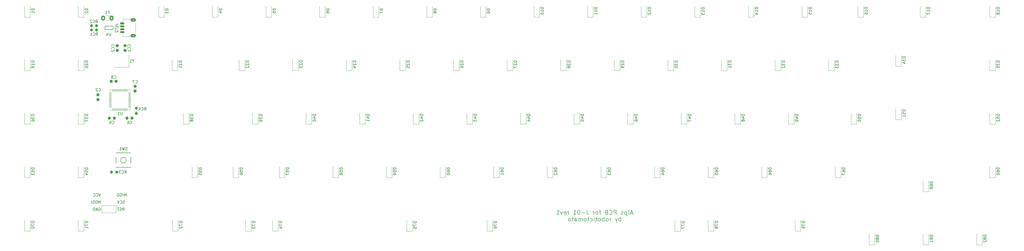
<source format=gbo>
G04 #@! TF.GenerationSoftware,KiCad,Pcbnew,(6.0.2)*
G04 #@! TF.CreationDate,2022-03-06T15:52:35-05:00*
G04 #@! TF.ProjectId,J-01-Alps,4a2d3031-2d41-46c7-9073-2e6b69636164,rev?*
G04 #@! TF.SameCoordinates,Original*
G04 #@! TF.FileFunction,Legend,Bot*
G04 #@! TF.FilePolarity,Positive*
%FSLAX46Y46*%
G04 Gerber Fmt 4.6, Leading zero omitted, Abs format (unit mm)*
G04 Created by KiCad (PCBNEW (6.0.2)) date 2022-03-06 15:52:35*
%MOMM*%
%LPD*%
G01*
G04 APERTURE LIST*
G04 Aperture macros list*
%AMRoundRect*
0 Rectangle with rounded corners*
0 $1 Rounding radius*
0 $2 $3 $4 $5 $6 $7 $8 $9 X,Y pos of 4 corners*
0 Add a 4 corners polygon primitive as box body*
4,1,4,$2,$3,$4,$5,$6,$7,$8,$9,$2,$3,0*
0 Add four circle primitives for the rounded corners*
1,1,$1+$1,$2,$3*
1,1,$1+$1,$4,$5*
1,1,$1+$1,$6,$7*
1,1,$1+$1,$8,$9*
0 Add four rect primitives between the rounded corners*
20,1,$1+$1,$2,$3,$4,$5,0*
20,1,$1+$1,$4,$5,$6,$7,0*
20,1,$1+$1,$6,$7,$8,$9,0*
20,1,$1+$1,$8,$9,$2,$3,0*%
%AMHorizOval*
0 Thick line with rounded ends*
0 $1 width*
0 $2 $3 position (X,Y) of the first rounded end (center of the circle)*
0 $4 $5 position (X,Y) of the second rounded end (center of the circle)*
0 Add line between two ends*
20,1,$1,$2,$3,$4,$5,0*
0 Add two circle primitives to create the rounded ends*
1,1,$1,$2,$3*
1,1,$1,$4,$5*%
G04 Aperture macros list end*
%ADD10C,0.200000*%
%ADD11C,0.150000*%
%ADD12C,0.120000*%
%ADD13C,0.400000*%
%ADD14C,2.250000*%
%ADD15C,3.987800*%
%ADD16C,3.048000*%
%ADD17HorizOval,2.250000X0.000000X0.000000X0.000000X0.000000X0*%
%ADD18R,1.800000X1.100000*%
%ADD19RoundRect,0.237500X0.250000X0.237500X-0.250000X0.237500X-0.250000X-0.237500X0.250000X-0.237500X0*%
%ADD20R,1.200000X0.900000*%
%ADD21R,1.000000X0.700000*%
%ADD22R,0.600000X0.700000*%
%ADD23RoundRect,0.062500X-0.375000X-0.062500X0.375000X-0.062500X0.375000X0.062500X-0.375000X0.062500X0*%
%ADD24RoundRect,0.062500X-0.062500X-0.375000X0.062500X-0.375000X0.062500X0.375000X-0.062500X0.375000X0*%
%ADD25R,5.150000X5.150000*%
%ADD26RoundRect,0.150000X-0.625000X0.150000X-0.625000X-0.150000X0.625000X-0.150000X0.625000X0.150000X0*%
%ADD27RoundRect,0.250000X-0.650000X0.350000X-0.650000X-0.350000X0.650000X-0.350000X0.650000X0.350000X0*%
%ADD28RoundRect,0.237500X-0.250000X-0.237500X0.250000X-0.237500X0.250000X0.237500X-0.250000X0.237500X0*%
%ADD29RoundRect,0.237500X0.237500X-0.250000X0.237500X0.250000X-0.237500X0.250000X-0.237500X-0.250000X0*%
%ADD30RoundRect,0.250001X-0.462499X-0.624999X0.462499X-0.624999X0.462499X0.624999X-0.462499X0.624999X0*%
%ADD31RoundRect,0.237500X-0.237500X0.300000X-0.237500X-0.300000X0.237500X-0.300000X0.237500X0.300000X0*%
%ADD32RoundRect,0.237500X-0.300000X-0.237500X0.300000X-0.237500X0.300000X0.237500X-0.300000X0.237500X0*%
%ADD33RoundRect,0.237500X0.237500X-0.300000X0.237500X0.300000X-0.237500X0.300000X-0.237500X-0.300000X0*%
%ADD34R,2.100000X1.800000*%
%ADD35RoundRect,0.237500X0.300000X0.237500X-0.300000X0.237500X-0.300000X-0.237500X0.300000X-0.237500X0*%
%ADD36O,1.700000X1.700000*%
%ADD37R,1.700000X1.700000*%
G04 APERTURE END LIST*
D10*
X254764285Y-149855000D02*
X254050000Y-149855000D01*
X254907142Y-150283571D02*
X254407142Y-148783571D01*
X253907142Y-150283571D01*
X253192857Y-150283571D02*
X253335714Y-150212142D01*
X253407142Y-150069285D01*
X253407142Y-148783571D01*
X252621428Y-149283571D02*
X252621428Y-150783571D01*
X252621428Y-149355000D02*
X252478571Y-149283571D01*
X252192857Y-149283571D01*
X252050000Y-149355000D01*
X251978571Y-149426428D01*
X251907142Y-149569285D01*
X251907142Y-149997857D01*
X251978571Y-150140714D01*
X252050000Y-150212142D01*
X252192857Y-150283571D01*
X252478571Y-150283571D01*
X252621428Y-150212142D01*
X251335714Y-150212142D02*
X251192857Y-150283571D01*
X250907142Y-150283571D01*
X250764285Y-150212142D01*
X250692857Y-150069285D01*
X250692857Y-149997857D01*
X250764285Y-149855000D01*
X250907142Y-149783571D01*
X251121428Y-149783571D01*
X251264285Y-149712142D01*
X251335714Y-149569285D01*
X251335714Y-149497857D01*
X251264285Y-149355000D01*
X251121428Y-149283571D01*
X250907142Y-149283571D01*
X250764285Y-149355000D01*
X248907142Y-150283571D02*
X248907142Y-148783571D01*
X248335714Y-148783571D01*
X248192857Y-148855000D01*
X248121428Y-148926428D01*
X248050000Y-149069285D01*
X248050000Y-149283571D01*
X248121428Y-149426428D01*
X248192857Y-149497857D01*
X248335714Y-149569285D01*
X248907142Y-149569285D01*
X246550000Y-150140714D02*
X246621428Y-150212142D01*
X246835714Y-150283571D01*
X246978571Y-150283571D01*
X247192857Y-150212142D01*
X247335714Y-150069285D01*
X247407142Y-149926428D01*
X247478571Y-149640714D01*
X247478571Y-149426428D01*
X247407142Y-149140714D01*
X247335714Y-148997857D01*
X247192857Y-148855000D01*
X246978571Y-148783571D01*
X246835714Y-148783571D01*
X246621428Y-148855000D01*
X246550000Y-148926428D01*
X245407142Y-149497857D02*
X245192857Y-149569285D01*
X245121428Y-149640714D01*
X245050000Y-149783571D01*
X245050000Y-149997857D01*
X245121428Y-150140714D01*
X245192857Y-150212142D01*
X245335714Y-150283571D01*
X245907142Y-150283571D01*
X245907142Y-148783571D01*
X245407142Y-148783571D01*
X245264285Y-148855000D01*
X245192857Y-148926428D01*
X245121428Y-149069285D01*
X245121428Y-149212142D01*
X245192857Y-149355000D01*
X245264285Y-149426428D01*
X245407142Y-149497857D01*
X245907142Y-149497857D01*
X243478571Y-149283571D02*
X242907142Y-149283571D01*
X243264285Y-150283571D02*
X243264285Y-148997857D01*
X243192857Y-148855000D01*
X243050000Y-148783571D01*
X242907142Y-148783571D01*
X242192857Y-150283571D02*
X242335714Y-150212142D01*
X242407142Y-150140714D01*
X242478571Y-149997857D01*
X242478571Y-149569285D01*
X242407142Y-149426428D01*
X242335714Y-149355000D01*
X242192857Y-149283571D01*
X241978571Y-149283571D01*
X241835714Y-149355000D01*
X241764285Y-149426428D01*
X241692857Y-149569285D01*
X241692857Y-149997857D01*
X241764285Y-150140714D01*
X241835714Y-150212142D01*
X241978571Y-150283571D01*
X242192857Y-150283571D01*
X241050000Y-150283571D02*
X241050000Y-149283571D01*
X241050000Y-149569285D02*
X240978571Y-149426428D01*
X240907142Y-149355000D01*
X240764285Y-149283571D01*
X240621428Y-149283571D01*
X238550000Y-148783571D02*
X238550000Y-149855000D01*
X238621428Y-150069285D01*
X238764285Y-150212142D01*
X238978571Y-150283571D01*
X239121428Y-150283571D01*
X237835714Y-149712142D02*
X236692857Y-149712142D01*
X235692857Y-148783571D02*
X235550000Y-148783571D01*
X235407142Y-148855000D01*
X235335714Y-148926428D01*
X235264285Y-149069285D01*
X235192857Y-149355000D01*
X235192857Y-149712142D01*
X235264285Y-149997857D01*
X235335714Y-150140714D01*
X235407142Y-150212142D01*
X235550000Y-150283571D01*
X235692857Y-150283571D01*
X235835714Y-150212142D01*
X235907142Y-150140714D01*
X235978571Y-149997857D01*
X236050000Y-149712142D01*
X236050000Y-149355000D01*
X235978571Y-149069285D01*
X235907142Y-148926428D01*
X235835714Y-148855000D01*
X235692857Y-148783571D01*
X233764285Y-150283571D02*
X234621428Y-150283571D01*
X234192857Y-150283571D02*
X234192857Y-148783571D01*
X234335714Y-148997857D01*
X234478571Y-149140714D01*
X234621428Y-149212142D01*
X231978571Y-150283571D02*
X231978571Y-149283571D01*
X231978571Y-149569285D02*
X231907142Y-149426428D01*
X231835714Y-149355000D01*
X231692857Y-149283571D01*
X231550000Y-149283571D01*
X230478571Y-150212142D02*
X230621428Y-150283571D01*
X230907142Y-150283571D01*
X231050000Y-150212142D01*
X231121428Y-150069285D01*
X231121428Y-149497857D01*
X231050000Y-149355000D01*
X230907142Y-149283571D01*
X230621428Y-149283571D01*
X230478571Y-149355000D01*
X230407142Y-149497857D01*
X230407142Y-149640714D01*
X231121428Y-149783571D01*
X229907142Y-149283571D02*
X229550000Y-150283571D01*
X229192857Y-149283571D01*
X227835714Y-150283571D02*
X228692857Y-150283571D01*
X228264285Y-150283571D02*
X228264285Y-148783571D01*
X228407142Y-148997857D01*
X228550000Y-149140714D01*
X228692857Y-149212142D01*
X250585714Y-152698571D02*
X250585714Y-151198571D01*
X250585714Y-151770000D02*
X250442857Y-151698571D01*
X250157142Y-151698571D01*
X250014285Y-151770000D01*
X249942857Y-151841428D01*
X249871428Y-151984285D01*
X249871428Y-152412857D01*
X249942857Y-152555714D01*
X250014285Y-152627142D01*
X250157142Y-152698571D01*
X250442857Y-152698571D01*
X250585714Y-152627142D01*
X249371428Y-151698571D02*
X249014285Y-152698571D01*
X248657142Y-151698571D02*
X249014285Y-152698571D01*
X249157142Y-153055714D01*
X249228571Y-153127142D01*
X249371428Y-153198571D01*
X246942857Y-152698571D02*
X246942857Y-151698571D01*
X246942857Y-151984285D02*
X246871428Y-151841428D01*
X246800000Y-151770000D01*
X246657142Y-151698571D01*
X246514285Y-151698571D01*
X245800000Y-152698571D02*
X245942857Y-152627142D01*
X246014285Y-152555714D01*
X246085714Y-152412857D01*
X246085714Y-151984285D01*
X246014285Y-151841428D01*
X245942857Y-151770000D01*
X245800000Y-151698571D01*
X245585714Y-151698571D01*
X245442857Y-151770000D01*
X245371428Y-151841428D01*
X245300000Y-151984285D01*
X245300000Y-152412857D01*
X245371428Y-152555714D01*
X245442857Y-152627142D01*
X245585714Y-152698571D01*
X245800000Y-152698571D01*
X244657142Y-152698571D02*
X244657142Y-151198571D01*
X244657142Y-151770000D02*
X244514285Y-151698571D01*
X244228571Y-151698571D01*
X244085714Y-151770000D01*
X244014285Y-151841428D01*
X243942857Y-151984285D01*
X243942857Y-152412857D01*
X244014285Y-152555714D01*
X244085714Y-152627142D01*
X244228571Y-152698571D01*
X244514285Y-152698571D01*
X244657142Y-152627142D01*
X243085714Y-152698571D02*
X243228571Y-152627142D01*
X243300000Y-152555714D01*
X243371428Y-152412857D01*
X243371428Y-151984285D01*
X243300000Y-151841428D01*
X243228571Y-151770000D01*
X243085714Y-151698571D01*
X242871428Y-151698571D01*
X242728571Y-151770000D01*
X242657142Y-151841428D01*
X242585714Y-151984285D01*
X242585714Y-152412857D01*
X242657142Y-152555714D01*
X242728571Y-152627142D01*
X242871428Y-152698571D01*
X243085714Y-152698571D01*
X242157142Y-151698571D02*
X241585714Y-151698571D01*
X241942857Y-151198571D02*
X241942857Y-152484285D01*
X241871428Y-152627142D01*
X241728571Y-152698571D01*
X241585714Y-152698571D01*
X241085714Y-152698571D02*
X241085714Y-151698571D01*
X241085714Y-151198571D02*
X241157142Y-151270000D01*
X241085714Y-151341428D01*
X241014285Y-151270000D01*
X241085714Y-151198571D01*
X241085714Y-151341428D01*
X239728571Y-152627142D02*
X239871428Y-152698571D01*
X240157142Y-152698571D01*
X240300000Y-152627142D01*
X240371428Y-152555714D01*
X240442857Y-152412857D01*
X240442857Y-151984285D01*
X240371428Y-151841428D01*
X240300000Y-151770000D01*
X240157142Y-151698571D01*
X239871428Y-151698571D01*
X239728571Y-151770000D01*
X239300000Y-151698571D02*
X238728571Y-151698571D01*
X239085714Y-151198571D02*
X239085714Y-152484285D01*
X239014285Y-152627142D01*
X238871428Y-152698571D01*
X238728571Y-152698571D01*
X238014285Y-152698571D02*
X238157142Y-152627142D01*
X238228571Y-152555714D01*
X238300000Y-152412857D01*
X238300000Y-151984285D01*
X238228571Y-151841428D01*
X238157142Y-151770000D01*
X238014285Y-151698571D01*
X237800000Y-151698571D01*
X237657142Y-151770000D01*
X237585714Y-151841428D01*
X237514285Y-151984285D01*
X237514285Y-152412857D01*
X237585714Y-152555714D01*
X237657142Y-152627142D01*
X237800000Y-152698571D01*
X238014285Y-152698571D01*
X236871428Y-152698571D02*
X236871428Y-151698571D01*
X236871428Y-151841428D02*
X236800000Y-151770000D01*
X236657142Y-151698571D01*
X236442857Y-151698571D01*
X236300000Y-151770000D01*
X236228571Y-151912857D01*
X236228571Y-152698571D01*
X236228571Y-151912857D02*
X236157142Y-151770000D01*
X236014285Y-151698571D01*
X235800000Y-151698571D01*
X235657142Y-151770000D01*
X235585714Y-151912857D01*
X235585714Y-152698571D01*
X234228571Y-152698571D02*
X234228571Y-151912857D01*
X234300000Y-151770000D01*
X234442857Y-151698571D01*
X234728571Y-151698571D01*
X234871428Y-151770000D01*
X234228571Y-152627142D02*
X234371428Y-152698571D01*
X234728571Y-152698571D01*
X234871428Y-152627142D01*
X234942857Y-152484285D01*
X234942857Y-152341428D01*
X234871428Y-152198571D01*
X234728571Y-152127142D01*
X234371428Y-152127142D01*
X234228571Y-152055714D01*
X233728571Y-151698571D02*
X233157142Y-151698571D01*
X233514285Y-151198571D02*
X233514285Y-152484285D01*
X233442857Y-152627142D01*
X233300000Y-152698571D01*
X233157142Y-152698571D01*
X232442857Y-152698571D02*
X232585714Y-152627142D01*
X232657142Y-152555714D01*
X232728571Y-152412857D01*
X232728571Y-151984285D01*
X232657142Y-151841428D01*
X232585714Y-151770000D01*
X232442857Y-151698571D01*
X232228571Y-151698571D01*
X232085714Y-151770000D01*
X232014285Y-151841428D01*
X231942857Y-151984285D01*
X231942857Y-152412857D01*
X232014285Y-152555714D01*
X232085714Y-152627142D01*
X232228571Y-152698571D01*
X232442857Y-152698571D01*
D11*
G04 #@! TO.C,SW1*
X75152083Y-127309511D02*
X75009226Y-127357130D01*
X74771130Y-127357130D01*
X74675892Y-127309511D01*
X74628273Y-127261892D01*
X74580654Y-127166654D01*
X74580654Y-127071416D01*
X74628273Y-126976178D01*
X74675892Y-126928559D01*
X74771130Y-126880940D01*
X74961607Y-126833321D01*
X75056845Y-126785702D01*
X75104464Y-126738083D01*
X75152083Y-126642845D01*
X75152083Y-126547607D01*
X75104464Y-126452369D01*
X75056845Y-126404750D01*
X74961607Y-126357130D01*
X74723511Y-126357130D01*
X74580654Y-126404750D01*
X74247321Y-126357130D02*
X74009226Y-127357130D01*
X73818750Y-126642845D01*
X73628273Y-127357130D01*
X73390178Y-126357130D01*
X72485416Y-127357130D02*
X73056845Y-127357130D01*
X72771130Y-127357130D02*
X72771130Y-126357130D01*
X72866369Y-126499988D01*
X72961607Y-126595226D01*
X73056845Y-126642845D01*
G04 #@! TO.C,RC2*
X64016666Y-82052380D02*
X64350000Y-81576190D01*
X64588095Y-82052380D02*
X64588095Y-81052380D01*
X64207142Y-81052380D01*
X64111904Y-81100000D01*
X64064285Y-81147619D01*
X64016666Y-81242857D01*
X64016666Y-81385714D01*
X64064285Y-81480952D01*
X64111904Y-81528571D01*
X64207142Y-81576190D01*
X64588095Y-81576190D01*
X63016666Y-81957142D02*
X63064285Y-82004761D01*
X63207142Y-82052380D01*
X63302380Y-82052380D01*
X63445238Y-82004761D01*
X63540476Y-81909523D01*
X63588095Y-81814285D01*
X63635714Y-81623809D01*
X63635714Y-81480952D01*
X63588095Y-81290476D01*
X63540476Y-81195238D01*
X63445238Y-81100000D01*
X63302380Y-81052380D01*
X63207142Y-81052380D01*
X63064285Y-81100000D01*
X63016666Y-81147619D01*
X62635714Y-81147619D02*
X62588095Y-81100000D01*
X62492857Y-81052380D01*
X62254761Y-81052380D01*
X62159523Y-81100000D01*
X62111904Y-81147619D01*
X62064285Y-81242857D01*
X62064285Y-81338095D01*
X62111904Y-81480952D01*
X62683333Y-82052380D01*
X62064285Y-82052380D01*
G04 #@! TO.C,D79*
X315983630Y-152773214D02*
X314983630Y-152773214D01*
X314983630Y-153011309D01*
X315031250Y-153154166D01*
X315126488Y-153249404D01*
X315221726Y-153297023D01*
X315412202Y-153344642D01*
X315555059Y-153344642D01*
X315745535Y-153297023D01*
X315840773Y-153249404D01*
X315936011Y-153154166D01*
X315983630Y-153011309D01*
X315983630Y-152773214D01*
X314983630Y-153677976D02*
X314983630Y-154344642D01*
X315983630Y-153916071D01*
X315983630Y-154773214D02*
X315983630Y-154963690D01*
X315936011Y-155058928D01*
X315888392Y-155106547D01*
X315745535Y-155201785D01*
X315555059Y-155249404D01*
X315174107Y-155249404D01*
X315078869Y-155201785D01*
X315031250Y-155154166D01*
X314983630Y-155058928D01*
X314983630Y-154868452D01*
X315031250Y-154773214D01*
X315078869Y-154725595D01*
X315174107Y-154677976D01*
X315412202Y-154677976D01*
X315507440Y-154725595D01*
X315555059Y-154773214D01*
X315602678Y-154868452D01*
X315602678Y-155058928D01*
X315555059Y-155154166D01*
X315507440Y-155201785D01*
X315412202Y-155249404D01*
G04 #@! TO.C,D68*
X361452380Y-138685714D02*
X360452380Y-138685714D01*
X360452380Y-138923809D01*
X360500000Y-139066666D01*
X360595238Y-139161904D01*
X360690476Y-139209523D01*
X360880952Y-139257142D01*
X361023809Y-139257142D01*
X361214285Y-139209523D01*
X361309523Y-139161904D01*
X361404761Y-139066666D01*
X361452380Y-138923809D01*
X361452380Y-138685714D01*
X360452380Y-140114285D02*
X360452380Y-139923809D01*
X360500000Y-139828571D01*
X360547619Y-139780952D01*
X360690476Y-139685714D01*
X360880952Y-139638095D01*
X361261904Y-139638095D01*
X361357142Y-139685714D01*
X361404761Y-139733333D01*
X361452380Y-139828571D01*
X361452380Y-140019047D01*
X361404761Y-140114285D01*
X361357142Y-140161904D01*
X361261904Y-140209523D01*
X361023809Y-140209523D01*
X360928571Y-140161904D01*
X360880952Y-140114285D01*
X360833333Y-140019047D01*
X360833333Y-139828571D01*
X360880952Y-139733333D01*
X360928571Y-139685714D01*
X361023809Y-139638095D01*
X360880952Y-140780952D02*
X360833333Y-140685714D01*
X360785714Y-140638095D01*
X360690476Y-140590476D01*
X360642857Y-140590476D01*
X360547619Y-140638095D01*
X360500000Y-140685714D01*
X360452380Y-140780952D01*
X360452380Y-140971428D01*
X360500000Y-141066666D01*
X360547619Y-141114285D01*
X360642857Y-141161904D01*
X360690476Y-141161904D01*
X360785714Y-141114285D01*
X360833333Y-141066666D01*
X360880952Y-140971428D01*
X360880952Y-140780952D01*
X360928571Y-140685714D01*
X360976190Y-140638095D01*
X361071428Y-140590476D01*
X361261904Y-140590476D01*
X361357142Y-140638095D01*
X361404761Y-140685714D01*
X361452380Y-140780952D01*
X361452380Y-140971428D01*
X361404761Y-141066666D01*
X361357142Y-141114285D01*
X361261904Y-141161904D01*
X361071428Y-141161904D01*
X360976190Y-141114285D01*
X360928571Y-141066666D01*
X360880952Y-140971428D01*
G04 #@! TO.C,D64*
X265977380Y-133723214D02*
X264977380Y-133723214D01*
X264977380Y-133961309D01*
X265025000Y-134104166D01*
X265120238Y-134199404D01*
X265215476Y-134247023D01*
X265405952Y-134294642D01*
X265548809Y-134294642D01*
X265739285Y-134247023D01*
X265834523Y-134199404D01*
X265929761Y-134104166D01*
X265977380Y-133961309D01*
X265977380Y-133723214D01*
X264977380Y-135151785D02*
X264977380Y-134961309D01*
X265025000Y-134866071D01*
X265072619Y-134818452D01*
X265215476Y-134723214D01*
X265405952Y-134675595D01*
X265786904Y-134675595D01*
X265882142Y-134723214D01*
X265929761Y-134770833D01*
X265977380Y-134866071D01*
X265977380Y-135056547D01*
X265929761Y-135151785D01*
X265882142Y-135199404D01*
X265786904Y-135247023D01*
X265548809Y-135247023D01*
X265453571Y-135199404D01*
X265405952Y-135151785D01*
X265358333Y-135056547D01*
X265358333Y-134866071D01*
X265405952Y-134770833D01*
X265453571Y-134723214D01*
X265548809Y-134675595D01*
X265310714Y-136104166D02*
X265977380Y-136104166D01*
X264929761Y-135866071D02*
X265644047Y-135627976D01*
X265644047Y-136247023D01*
G04 #@! TO.C,D50*
X335827380Y-114673214D02*
X334827380Y-114673214D01*
X334827380Y-114911309D01*
X334875000Y-115054166D01*
X334970238Y-115149404D01*
X335065476Y-115197023D01*
X335255952Y-115244642D01*
X335398809Y-115244642D01*
X335589285Y-115197023D01*
X335684523Y-115149404D01*
X335779761Y-115054166D01*
X335827380Y-114911309D01*
X335827380Y-114673214D01*
X334827380Y-116149404D02*
X334827380Y-115673214D01*
X335303571Y-115625595D01*
X335255952Y-115673214D01*
X335208333Y-115768452D01*
X335208333Y-116006547D01*
X335255952Y-116101785D01*
X335303571Y-116149404D01*
X335398809Y-116197023D01*
X335636904Y-116197023D01*
X335732142Y-116149404D01*
X335779761Y-116101785D01*
X335827380Y-116006547D01*
X335827380Y-115768452D01*
X335779761Y-115673214D01*
X335732142Y-115625595D01*
X334827380Y-116816071D02*
X334827380Y-116911309D01*
X334875000Y-117006547D01*
X334922619Y-117054166D01*
X335017857Y-117101785D01*
X335208333Y-117149404D01*
X335446428Y-117149404D01*
X335636904Y-117101785D01*
X335732142Y-117054166D01*
X335779761Y-117006547D01*
X335827380Y-116911309D01*
X335827380Y-116816071D01*
X335779761Y-116720833D01*
X335732142Y-116673214D01*
X335636904Y-116625595D01*
X335446428Y-116577976D01*
X335208333Y-116577976D01*
X335017857Y-116625595D01*
X334922619Y-116673214D01*
X334875000Y-116720833D01*
X334827380Y-116816071D01*
G04 #@! TO.C,D58*
X151677380Y-133723214D02*
X150677380Y-133723214D01*
X150677380Y-133961309D01*
X150725000Y-134104166D01*
X150820238Y-134199404D01*
X150915476Y-134247023D01*
X151105952Y-134294642D01*
X151248809Y-134294642D01*
X151439285Y-134247023D01*
X151534523Y-134199404D01*
X151629761Y-134104166D01*
X151677380Y-133961309D01*
X151677380Y-133723214D01*
X150677380Y-135199404D02*
X150677380Y-134723214D01*
X151153571Y-134675595D01*
X151105952Y-134723214D01*
X151058333Y-134818452D01*
X151058333Y-135056547D01*
X151105952Y-135151785D01*
X151153571Y-135199404D01*
X151248809Y-135247023D01*
X151486904Y-135247023D01*
X151582142Y-135199404D01*
X151629761Y-135151785D01*
X151677380Y-135056547D01*
X151677380Y-134818452D01*
X151629761Y-134723214D01*
X151582142Y-134675595D01*
X151105952Y-135818452D02*
X151058333Y-135723214D01*
X151010714Y-135675595D01*
X150915476Y-135627976D01*
X150867857Y-135627976D01*
X150772619Y-135675595D01*
X150725000Y-135723214D01*
X150677380Y-135818452D01*
X150677380Y-136008928D01*
X150725000Y-136104166D01*
X150772619Y-136151785D01*
X150867857Y-136199404D01*
X150915476Y-136199404D01*
X151010714Y-136151785D01*
X151058333Y-136104166D01*
X151105952Y-136008928D01*
X151105952Y-135818452D01*
X151153571Y-135723214D01*
X151201190Y-135675595D01*
X151296428Y-135627976D01*
X151486904Y-135627976D01*
X151582142Y-135675595D01*
X151629761Y-135723214D01*
X151677380Y-135818452D01*
X151677380Y-136008928D01*
X151629761Y-136104166D01*
X151582142Y-136151785D01*
X151486904Y-136199404D01*
X151296428Y-136199404D01*
X151201190Y-136151785D01*
X151153571Y-136104166D01*
X151105952Y-136008928D01*
G04 #@! TO.C,D78*
X285027380Y-152773214D02*
X284027380Y-152773214D01*
X284027380Y-153011309D01*
X284075000Y-153154166D01*
X284170238Y-153249404D01*
X284265476Y-153297023D01*
X284455952Y-153344642D01*
X284598809Y-153344642D01*
X284789285Y-153297023D01*
X284884523Y-153249404D01*
X284979761Y-153154166D01*
X285027380Y-153011309D01*
X285027380Y-152773214D01*
X284027380Y-153677976D02*
X284027380Y-154344642D01*
X285027380Y-153916071D01*
X284455952Y-154868452D02*
X284408333Y-154773214D01*
X284360714Y-154725595D01*
X284265476Y-154677976D01*
X284217857Y-154677976D01*
X284122619Y-154725595D01*
X284075000Y-154773214D01*
X284027380Y-154868452D01*
X284027380Y-155058928D01*
X284075000Y-155154166D01*
X284122619Y-155201785D01*
X284217857Y-155249404D01*
X284265476Y-155249404D01*
X284360714Y-155201785D01*
X284408333Y-155154166D01*
X284455952Y-155058928D01*
X284455952Y-154868452D01*
X284503571Y-154773214D01*
X284551190Y-154725595D01*
X284646428Y-154677976D01*
X284836904Y-154677976D01*
X284932142Y-154725595D01*
X284979761Y-154773214D01*
X285027380Y-154868452D01*
X285027380Y-155058928D01*
X284979761Y-155154166D01*
X284932142Y-155201785D01*
X284836904Y-155249404D01*
X284646428Y-155249404D01*
X284551190Y-155201785D01*
X284503571Y-155154166D01*
X284455952Y-155058928D01*
G04 #@! TO.C,D61*
X208827380Y-133723214D02*
X207827380Y-133723214D01*
X207827380Y-133961309D01*
X207875000Y-134104166D01*
X207970238Y-134199404D01*
X208065476Y-134247023D01*
X208255952Y-134294642D01*
X208398809Y-134294642D01*
X208589285Y-134247023D01*
X208684523Y-134199404D01*
X208779761Y-134104166D01*
X208827380Y-133961309D01*
X208827380Y-133723214D01*
X207827380Y-135151785D02*
X207827380Y-134961309D01*
X207875000Y-134866071D01*
X207922619Y-134818452D01*
X208065476Y-134723214D01*
X208255952Y-134675595D01*
X208636904Y-134675595D01*
X208732142Y-134723214D01*
X208779761Y-134770833D01*
X208827380Y-134866071D01*
X208827380Y-135056547D01*
X208779761Y-135151785D01*
X208732142Y-135199404D01*
X208636904Y-135247023D01*
X208398809Y-135247023D01*
X208303571Y-135199404D01*
X208255952Y-135151785D01*
X208208333Y-135056547D01*
X208208333Y-134866071D01*
X208255952Y-134770833D01*
X208303571Y-134723214D01*
X208398809Y-134675595D01*
X208827380Y-136199404D02*
X208827380Y-135627976D01*
X208827380Y-135913690D02*
X207827380Y-135913690D01*
X207970238Y-135818452D01*
X208065476Y-135723214D01*
X208113095Y-135627976D01*
G04 #@! TO.C,D76*
X206452380Y-152773214D02*
X205452380Y-152773214D01*
X205452380Y-153011309D01*
X205500000Y-153154166D01*
X205595238Y-153249404D01*
X205690476Y-153297023D01*
X205880952Y-153344642D01*
X206023809Y-153344642D01*
X206214285Y-153297023D01*
X206309523Y-153249404D01*
X206404761Y-153154166D01*
X206452380Y-153011309D01*
X206452380Y-152773214D01*
X205452380Y-153677976D02*
X205452380Y-154344642D01*
X206452380Y-153916071D01*
X205452380Y-155154166D02*
X205452380Y-154963690D01*
X205500000Y-154868452D01*
X205547619Y-154820833D01*
X205690476Y-154725595D01*
X205880952Y-154677976D01*
X206261904Y-154677976D01*
X206357142Y-154725595D01*
X206404761Y-154773214D01*
X206452380Y-154868452D01*
X206452380Y-155058928D01*
X206404761Y-155154166D01*
X206357142Y-155201785D01*
X206261904Y-155249404D01*
X206023809Y-155249404D01*
X205928571Y-155201785D01*
X205880952Y-155154166D01*
X205833333Y-155058928D01*
X205833333Y-154868452D01*
X205880952Y-154773214D01*
X205928571Y-154725595D01*
X206023809Y-154677976D01*
G04 #@! TO.C,D74*
X130202380Y-152773214D02*
X129202380Y-152773214D01*
X129202380Y-153011309D01*
X129250000Y-153154166D01*
X129345238Y-153249404D01*
X129440476Y-153297023D01*
X129630952Y-153344642D01*
X129773809Y-153344642D01*
X129964285Y-153297023D01*
X130059523Y-153249404D01*
X130154761Y-153154166D01*
X130202380Y-153011309D01*
X130202380Y-152773214D01*
X129202380Y-153677976D02*
X129202380Y-154344642D01*
X130202380Y-153916071D01*
X129535714Y-155154166D02*
X130202380Y-155154166D01*
X129154761Y-154916071D02*
X129869047Y-154677976D01*
X129869047Y-155297023D01*
G04 #@! TO.C,D73*
X120652380Y-152773214D02*
X119652380Y-152773214D01*
X119652380Y-153011309D01*
X119700000Y-153154166D01*
X119795238Y-153249404D01*
X119890476Y-153297023D01*
X120080952Y-153344642D01*
X120223809Y-153344642D01*
X120414285Y-153297023D01*
X120509523Y-153249404D01*
X120604761Y-153154166D01*
X120652380Y-153011309D01*
X120652380Y-152773214D01*
X119652380Y-153677976D02*
X119652380Y-154344642D01*
X120652380Y-153916071D01*
X119652380Y-154630357D02*
X119652380Y-155249404D01*
X120033333Y-154916071D01*
X120033333Y-155058928D01*
X120080952Y-155154166D01*
X120128571Y-155201785D01*
X120223809Y-155249404D01*
X120461904Y-155249404D01*
X120557142Y-155201785D01*
X120604761Y-155154166D01*
X120652380Y-155058928D01*
X120652380Y-154773214D01*
X120604761Y-154677976D01*
X120557142Y-154630357D01*
G04 #@! TO.C,D66*
X304077380Y-133723214D02*
X303077380Y-133723214D01*
X303077380Y-133961309D01*
X303125000Y-134104166D01*
X303220238Y-134199404D01*
X303315476Y-134247023D01*
X303505952Y-134294642D01*
X303648809Y-134294642D01*
X303839285Y-134247023D01*
X303934523Y-134199404D01*
X304029761Y-134104166D01*
X304077380Y-133961309D01*
X304077380Y-133723214D01*
X303077380Y-135151785D02*
X303077380Y-134961309D01*
X303125000Y-134866071D01*
X303172619Y-134818452D01*
X303315476Y-134723214D01*
X303505952Y-134675595D01*
X303886904Y-134675595D01*
X303982142Y-134723214D01*
X304029761Y-134770833D01*
X304077380Y-134866071D01*
X304077380Y-135056547D01*
X304029761Y-135151785D01*
X303982142Y-135199404D01*
X303886904Y-135247023D01*
X303648809Y-135247023D01*
X303553571Y-135199404D01*
X303505952Y-135151785D01*
X303458333Y-135056547D01*
X303458333Y-134866071D01*
X303505952Y-134770833D01*
X303553571Y-134723214D01*
X303648809Y-134675595D01*
X303077380Y-136104166D02*
X303077380Y-135913690D01*
X303125000Y-135818452D01*
X303172619Y-135770833D01*
X303315476Y-135675595D01*
X303505952Y-135627976D01*
X303886904Y-135627976D01*
X303982142Y-135675595D01*
X304029761Y-135723214D01*
X304077380Y-135818452D01*
X304077380Y-136008928D01*
X304029761Y-136104166D01*
X303982142Y-136151785D01*
X303886904Y-136199404D01*
X303648809Y-136199404D01*
X303553571Y-136151785D01*
X303505952Y-136104166D01*
X303458333Y-136008928D01*
X303458333Y-135818452D01*
X303505952Y-135723214D01*
X303553571Y-135675595D01*
X303648809Y-135627976D01*
G04 #@! TO.C,D54*
X61189880Y-133723214D02*
X60189880Y-133723214D01*
X60189880Y-133961309D01*
X60237500Y-134104166D01*
X60332738Y-134199404D01*
X60427976Y-134247023D01*
X60618452Y-134294642D01*
X60761309Y-134294642D01*
X60951785Y-134247023D01*
X61047023Y-134199404D01*
X61142261Y-134104166D01*
X61189880Y-133961309D01*
X61189880Y-133723214D01*
X60189880Y-135199404D02*
X60189880Y-134723214D01*
X60666071Y-134675595D01*
X60618452Y-134723214D01*
X60570833Y-134818452D01*
X60570833Y-135056547D01*
X60618452Y-135151785D01*
X60666071Y-135199404D01*
X60761309Y-135247023D01*
X60999404Y-135247023D01*
X61094642Y-135199404D01*
X61142261Y-135151785D01*
X61189880Y-135056547D01*
X61189880Y-134818452D01*
X61142261Y-134723214D01*
X61094642Y-134675595D01*
X60523214Y-136104166D02*
X61189880Y-136104166D01*
X60142261Y-135866071D02*
X60856547Y-135627976D01*
X60856547Y-136247023D01*
G04 #@! TO.C,D52*
X385152380Y-114673214D02*
X384152380Y-114673214D01*
X384152380Y-114911309D01*
X384200000Y-115054166D01*
X384295238Y-115149404D01*
X384390476Y-115197023D01*
X384580952Y-115244642D01*
X384723809Y-115244642D01*
X384914285Y-115197023D01*
X385009523Y-115149404D01*
X385104761Y-115054166D01*
X385152380Y-114911309D01*
X385152380Y-114673214D01*
X384152380Y-116149404D02*
X384152380Y-115673214D01*
X384628571Y-115625595D01*
X384580952Y-115673214D01*
X384533333Y-115768452D01*
X384533333Y-116006547D01*
X384580952Y-116101785D01*
X384628571Y-116149404D01*
X384723809Y-116197023D01*
X384961904Y-116197023D01*
X385057142Y-116149404D01*
X385104761Y-116101785D01*
X385152380Y-116006547D01*
X385152380Y-115768452D01*
X385104761Y-115673214D01*
X385057142Y-115625595D01*
X384247619Y-116577976D02*
X384200000Y-116625595D01*
X384152380Y-116720833D01*
X384152380Y-116958928D01*
X384200000Y-117054166D01*
X384247619Y-117101785D01*
X384342857Y-117149404D01*
X384438095Y-117149404D01*
X384580952Y-117101785D01*
X385152380Y-116530357D01*
X385152380Y-117149404D01*
G04 #@! TO.C,D49*
X313602380Y-114673214D02*
X312602380Y-114673214D01*
X312602380Y-114911309D01*
X312650000Y-115054166D01*
X312745238Y-115149404D01*
X312840476Y-115197023D01*
X313030952Y-115244642D01*
X313173809Y-115244642D01*
X313364285Y-115197023D01*
X313459523Y-115149404D01*
X313554761Y-115054166D01*
X313602380Y-114911309D01*
X313602380Y-114673214D01*
X312935714Y-116101785D02*
X313602380Y-116101785D01*
X312554761Y-115863690D02*
X313269047Y-115625595D01*
X313269047Y-116244642D01*
X313602380Y-116673214D02*
X313602380Y-116863690D01*
X313554761Y-116958928D01*
X313507142Y-117006547D01*
X313364285Y-117101785D01*
X313173809Y-117149404D01*
X312792857Y-117149404D01*
X312697619Y-117101785D01*
X312650000Y-117054166D01*
X312602380Y-116958928D01*
X312602380Y-116768452D01*
X312650000Y-116673214D01*
X312697619Y-116625595D01*
X312792857Y-116577976D01*
X313030952Y-116577976D01*
X313126190Y-116625595D01*
X313173809Y-116673214D01*
X313221428Y-116768452D01*
X313221428Y-116958928D01*
X313173809Y-117054166D01*
X313126190Y-117101785D01*
X313030952Y-117149404D01*
G04 #@! TO.C,D72*
X94702380Y-152773214D02*
X93702380Y-152773214D01*
X93702380Y-153011309D01*
X93750000Y-153154166D01*
X93845238Y-153249404D01*
X93940476Y-153297023D01*
X94130952Y-153344642D01*
X94273809Y-153344642D01*
X94464285Y-153297023D01*
X94559523Y-153249404D01*
X94654761Y-153154166D01*
X94702380Y-153011309D01*
X94702380Y-152773214D01*
X93702380Y-153677976D02*
X93702380Y-154344642D01*
X94702380Y-153916071D01*
X93797619Y-154677976D02*
X93750000Y-154725595D01*
X93702380Y-154820833D01*
X93702380Y-155058928D01*
X93750000Y-155154166D01*
X93797619Y-155201785D01*
X93892857Y-155249404D01*
X93988095Y-155249404D01*
X94130952Y-155201785D01*
X94702380Y-154630357D01*
X94702380Y-155249404D01*
G04 #@! TO.C,D71*
X61189880Y-152773214D02*
X60189880Y-152773214D01*
X60189880Y-153011309D01*
X60237500Y-153154166D01*
X60332738Y-153249404D01*
X60427976Y-153297023D01*
X60618452Y-153344642D01*
X60761309Y-153344642D01*
X60951785Y-153297023D01*
X61047023Y-153249404D01*
X61142261Y-153154166D01*
X61189880Y-153011309D01*
X61189880Y-152773214D01*
X60189880Y-153677976D02*
X60189880Y-154344642D01*
X61189880Y-153916071D01*
X61189880Y-155249404D02*
X61189880Y-154677976D01*
X61189880Y-154963690D02*
X60189880Y-154963690D01*
X60332738Y-154868452D01*
X60427976Y-154773214D01*
X60475595Y-154677976D01*
G04 #@! TO.C,D67*
X330271130Y-133723214D02*
X329271130Y-133723214D01*
X329271130Y-133961309D01*
X329318750Y-134104166D01*
X329413988Y-134199404D01*
X329509226Y-134247023D01*
X329699702Y-134294642D01*
X329842559Y-134294642D01*
X330033035Y-134247023D01*
X330128273Y-134199404D01*
X330223511Y-134104166D01*
X330271130Y-133961309D01*
X330271130Y-133723214D01*
X329271130Y-135151785D02*
X329271130Y-134961309D01*
X329318750Y-134866071D01*
X329366369Y-134818452D01*
X329509226Y-134723214D01*
X329699702Y-134675595D01*
X330080654Y-134675595D01*
X330175892Y-134723214D01*
X330223511Y-134770833D01*
X330271130Y-134866071D01*
X330271130Y-135056547D01*
X330223511Y-135151785D01*
X330175892Y-135199404D01*
X330080654Y-135247023D01*
X329842559Y-135247023D01*
X329747321Y-135199404D01*
X329699702Y-135151785D01*
X329652083Y-135056547D01*
X329652083Y-134866071D01*
X329699702Y-134770833D01*
X329747321Y-134723214D01*
X329842559Y-134675595D01*
X329271130Y-135580357D02*
X329271130Y-136247023D01*
X330271130Y-135818452D01*
G04 #@! TO.C,D69*
X385152380Y-133685714D02*
X384152380Y-133685714D01*
X384152380Y-133923809D01*
X384200000Y-134066666D01*
X384295238Y-134161904D01*
X384390476Y-134209523D01*
X384580952Y-134257142D01*
X384723809Y-134257142D01*
X384914285Y-134209523D01*
X385009523Y-134161904D01*
X385104761Y-134066666D01*
X385152380Y-133923809D01*
X385152380Y-133685714D01*
X384152380Y-135114285D02*
X384152380Y-134923809D01*
X384200000Y-134828571D01*
X384247619Y-134780952D01*
X384390476Y-134685714D01*
X384580952Y-134638095D01*
X384961904Y-134638095D01*
X385057142Y-134685714D01*
X385104761Y-134733333D01*
X385152380Y-134828571D01*
X385152380Y-135019047D01*
X385104761Y-135114285D01*
X385057142Y-135161904D01*
X384961904Y-135209523D01*
X384723809Y-135209523D01*
X384628571Y-135161904D01*
X384580952Y-135114285D01*
X384533333Y-135019047D01*
X384533333Y-134828571D01*
X384580952Y-134733333D01*
X384628571Y-134685714D01*
X384723809Y-134638095D01*
X385152380Y-135685714D02*
X385152380Y-135876190D01*
X385104761Y-135971428D01*
X385057142Y-136019047D01*
X384914285Y-136114285D01*
X384723809Y-136161904D01*
X384342857Y-136161904D01*
X384247619Y-136114285D01*
X384200000Y-136066666D01*
X384152380Y-135971428D01*
X384152380Y-135780952D01*
X384200000Y-135685714D01*
X384247619Y-135638095D01*
X384342857Y-135590476D01*
X384580952Y-135590476D01*
X384676190Y-135638095D01*
X384723809Y-135685714D01*
X384771428Y-135780952D01*
X384771428Y-135971428D01*
X384723809Y-136066666D01*
X384676190Y-136114285D01*
X384580952Y-136161904D01*
G04 #@! TO.C,D65*
X285027380Y-133723214D02*
X284027380Y-133723214D01*
X284027380Y-133961309D01*
X284075000Y-134104166D01*
X284170238Y-134199404D01*
X284265476Y-134247023D01*
X284455952Y-134294642D01*
X284598809Y-134294642D01*
X284789285Y-134247023D01*
X284884523Y-134199404D01*
X284979761Y-134104166D01*
X285027380Y-133961309D01*
X285027380Y-133723214D01*
X284027380Y-135151785D02*
X284027380Y-134961309D01*
X284075000Y-134866071D01*
X284122619Y-134818452D01*
X284265476Y-134723214D01*
X284455952Y-134675595D01*
X284836904Y-134675595D01*
X284932142Y-134723214D01*
X284979761Y-134770833D01*
X285027380Y-134866071D01*
X285027380Y-135056547D01*
X284979761Y-135151785D01*
X284932142Y-135199404D01*
X284836904Y-135247023D01*
X284598809Y-135247023D01*
X284503571Y-135199404D01*
X284455952Y-135151785D01*
X284408333Y-135056547D01*
X284408333Y-134866071D01*
X284455952Y-134770833D01*
X284503571Y-134723214D01*
X284598809Y-134675595D01*
X284027380Y-136151785D02*
X284027380Y-135675595D01*
X284503571Y-135627976D01*
X284455952Y-135675595D01*
X284408333Y-135770833D01*
X284408333Y-136008928D01*
X284455952Y-136104166D01*
X284503571Y-136151785D01*
X284598809Y-136199404D01*
X284836904Y-136199404D01*
X284932142Y-136151785D01*
X284979761Y-136104166D01*
X285027380Y-136008928D01*
X285027380Y-135770833D01*
X284979761Y-135675595D01*
X284932142Y-135627976D01*
G04 #@! TO.C,D63*
X246927380Y-133723214D02*
X245927380Y-133723214D01*
X245927380Y-133961309D01*
X245975000Y-134104166D01*
X246070238Y-134199404D01*
X246165476Y-134247023D01*
X246355952Y-134294642D01*
X246498809Y-134294642D01*
X246689285Y-134247023D01*
X246784523Y-134199404D01*
X246879761Y-134104166D01*
X246927380Y-133961309D01*
X246927380Y-133723214D01*
X245927380Y-135151785D02*
X245927380Y-134961309D01*
X245975000Y-134866071D01*
X246022619Y-134818452D01*
X246165476Y-134723214D01*
X246355952Y-134675595D01*
X246736904Y-134675595D01*
X246832142Y-134723214D01*
X246879761Y-134770833D01*
X246927380Y-134866071D01*
X246927380Y-135056547D01*
X246879761Y-135151785D01*
X246832142Y-135199404D01*
X246736904Y-135247023D01*
X246498809Y-135247023D01*
X246403571Y-135199404D01*
X246355952Y-135151785D01*
X246308333Y-135056547D01*
X246308333Y-134866071D01*
X246355952Y-134770833D01*
X246403571Y-134723214D01*
X246498809Y-134675595D01*
X245927380Y-135580357D02*
X245927380Y-136199404D01*
X246308333Y-135866071D01*
X246308333Y-136008928D01*
X246355952Y-136104166D01*
X246403571Y-136151785D01*
X246498809Y-136199404D01*
X246736904Y-136199404D01*
X246832142Y-136151785D01*
X246879761Y-136104166D01*
X246927380Y-136008928D01*
X246927380Y-135723214D01*
X246879761Y-135627976D01*
X246832142Y-135580357D01*
G04 #@! TO.C,D51*
X351702380Y-113085714D02*
X350702380Y-113085714D01*
X350702380Y-113323809D01*
X350750000Y-113466666D01*
X350845238Y-113561904D01*
X350940476Y-113609523D01*
X351130952Y-113657142D01*
X351273809Y-113657142D01*
X351464285Y-113609523D01*
X351559523Y-113561904D01*
X351654761Y-113466666D01*
X351702380Y-113323809D01*
X351702380Y-113085714D01*
X350702380Y-114561904D02*
X350702380Y-114085714D01*
X351178571Y-114038095D01*
X351130952Y-114085714D01*
X351083333Y-114180952D01*
X351083333Y-114419047D01*
X351130952Y-114514285D01*
X351178571Y-114561904D01*
X351273809Y-114609523D01*
X351511904Y-114609523D01*
X351607142Y-114561904D01*
X351654761Y-114514285D01*
X351702380Y-114419047D01*
X351702380Y-114180952D01*
X351654761Y-114085714D01*
X351607142Y-114038095D01*
X351702380Y-115561904D02*
X351702380Y-114990476D01*
X351702380Y-115276190D02*
X350702380Y-115276190D01*
X350845238Y-115180952D01*
X350940476Y-115085714D01*
X350988095Y-114990476D01*
G04 #@! TO.C,D62*
X227877380Y-133723214D02*
X226877380Y-133723214D01*
X226877380Y-133961309D01*
X226925000Y-134104166D01*
X227020238Y-134199404D01*
X227115476Y-134247023D01*
X227305952Y-134294642D01*
X227448809Y-134294642D01*
X227639285Y-134247023D01*
X227734523Y-134199404D01*
X227829761Y-134104166D01*
X227877380Y-133961309D01*
X227877380Y-133723214D01*
X226877380Y-135151785D02*
X226877380Y-134961309D01*
X226925000Y-134866071D01*
X226972619Y-134818452D01*
X227115476Y-134723214D01*
X227305952Y-134675595D01*
X227686904Y-134675595D01*
X227782142Y-134723214D01*
X227829761Y-134770833D01*
X227877380Y-134866071D01*
X227877380Y-135056547D01*
X227829761Y-135151785D01*
X227782142Y-135199404D01*
X227686904Y-135247023D01*
X227448809Y-135247023D01*
X227353571Y-135199404D01*
X227305952Y-135151785D01*
X227258333Y-135056547D01*
X227258333Y-134866071D01*
X227305952Y-134770833D01*
X227353571Y-134723214D01*
X227448809Y-134675595D01*
X226972619Y-135627976D02*
X226925000Y-135675595D01*
X226877380Y-135770833D01*
X226877380Y-136008928D01*
X226925000Y-136104166D01*
X226972619Y-136151785D01*
X227067857Y-136199404D01*
X227163095Y-136199404D01*
X227305952Y-136151785D01*
X227877380Y-135580357D01*
X227877380Y-136199404D01*
G04 #@! TO.C,D60*
X189777380Y-133723214D02*
X188777380Y-133723214D01*
X188777380Y-133961309D01*
X188825000Y-134104166D01*
X188920238Y-134199404D01*
X189015476Y-134247023D01*
X189205952Y-134294642D01*
X189348809Y-134294642D01*
X189539285Y-134247023D01*
X189634523Y-134199404D01*
X189729761Y-134104166D01*
X189777380Y-133961309D01*
X189777380Y-133723214D01*
X188777380Y-135151785D02*
X188777380Y-134961309D01*
X188825000Y-134866071D01*
X188872619Y-134818452D01*
X189015476Y-134723214D01*
X189205952Y-134675595D01*
X189586904Y-134675595D01*
X189682142Y-134723214D01*
X189729761Y-134770833D01*
X189777380Y-134866071D01*
X189777380Y-135056547D01*
X189729761Y-135151785D01*
X189682142Y-135199404D01*
X189586904Y-135247023D01*
X189348809Y-135247023D01*
X189253571Y-135199404D01*
X189205952Y-135151785D01*
X189158333Y-135056547D01*
X189158333Y-134866071D01*
X189205952Y-134770833D01*
X189253571Y-134723214D01*
X189348809Y-134675595D01*
X188777380Y-135866071D02*
X188777380Y-135961309D01*
X188825000Y-136056547D01*
X188872619Y-136104166D01*
X188967857Y-136151785D01*
X189158333Y-136199404D01*
X189396428Y-136199404D01*
X189586904Y-136151785D01*
X189682142Y-136104166D01*
X189729761Y-136056547D01*
X189777380Y-135961309D01*
X189777380Y-135866071D01*
X189729761Y-135770833D01*
X189682142Y-135723214D01*
X189586904Y-135675595D01*
X189396428Y-135627976D01*
X189158333Y-135627976D01*
X188967857Y-135675595D01*
X188872619Y-135723214D01*
X188825000Y-135770833D01*
X188777380Y-135866071D01*
G04 #@! TO.C,D59*
X170727380Y-133723214D02*
X169727380Y-133723214D01*
X169727380Y-133961309D01*
X169775000Y-134104166D01*
X169870238Y-134199404D01*
X169965476Y-134247023D01*
X170155952Y-134294642D01*
X170298809Y-134294642D01*
X170489285Y-134247023D01*
X170584523Y-134199404D01*
X170679761Y-134104166D01*
X170727380Y-133961309D01*
X170727380Y-133723214D01*
X169727380Y-135199404D02*
X169727380Y-134723214D01*
X170203571Y-134675595D01*
X170155952Y-134723214D01*
X170108333Y-134818452D01*
X170108333Y-135056547D01*
X170155952Y-135151785D01*
X170203571Y-135199404D01*
X170298809Y-135247023D01*
X170536904Y-135247023D01*
X170632142Y-135199404D01*
X170679761Y-135151785D01*
X170727380Y-135056547D01*
X170727380Y-134818452D01*
X170679761Y-134723214D01*
X170632142Y-134675595D01*
X170727380Y-135723214D02*
X170727380Y-135913690D01*
X170679761Y-136008928D01*
X170632142Y-136056547D01*
X170489285Y-136151785D01*
X170298809Y-136199404D01*
X169917857Y-136199404D01*
X169822619Y-136151785D01*
X169775000Y-136104166D01*
X169727380Y-136008928D01*
X169727380Y-135818452D01*
X169775000Y-135723214D01*
X169822619Y-135675595D01*
X169917857Y-135627976D01*
X170155952Y-135627976D01*
X170251190Y-135675595D01*
X170298809Y-135723214D01*
X170346428Y-135818452D01*
X170346428Y-136008928D01*
X170298809Y-136104166D01*
X170251190Y-136151785D01*
X170155952Y-136199404D01*
G04 #@! TO.C,D57*
X132627380Y-133723214D02*
X131627380Y-133723214D01*
X131627380Y-133961309D01*
X131675000Y-134104166D01*
X131770238Y-134199404D01*
X131865476Y-134247023D01*
X132055952Y-134294642D01*
X132198809Y-134294642D01*
X132389285Y-134247023D01*
X132484523Y-134199404D01*
X132579761Y-134104166D01*
X132627380Y-133961309D01*
X132627380Y-133723214D01*
X131627380Y-135199404D02*
X131627380Y-134723214D01*
X132103571Y-134675595D01*
X132055952Y-134723214D01*
X132008333Y-134818452D01*
X132008333Y-135056547D01*
X132055952Y-135151785D01*
X132103571Y-135199404D01*
X132198809Y-135247023D01*
X132436904Y-135247023D01*
X132532142Y-135199404D01*
X132579761Y-135151785D01*
X132627380Y-135056547D01*
X132627380Y-134818452D01*
X132579761Y-134723214D01*
X132532142Y-134675595D01*
X131627380Y-135580357D02*
X131627380Y-136247023D01*
X132627380Y-135818452D01*
G04 #@! TO.C,D56*
X116202380Y-133723214D02*
X115202380Y-133723214D01*
X115202380Y-133961309D01*
X115250000Y-134104166D01*
X115345238Y-134199404D01*
X115440476Y-134247023D01*
X115630952Y-134294642D01*
X115773809Y-134294642D01*
X115964285Y-134247023D01*
X116059523Y-134199404D01*
X116154761Y-134104166D01*
X116202380Y-133961309D01*
X116202380Y-133723214D01*
X115202380Y-135199404D02*
X115202380Y-134723214D01*
X115678571Y-134675595D01*
X115630952Y-134723214D01*
X115583333Y-134818452D01*
X115583333Y-135056547D01*
X115630952Y-135151785D01*
X115678571Y-135199404D01*
X115773809Y-135247023D01*
X116011904Y-135247023D01*
X116107142Y-135199404D01*
X116154761Y-135151785D01*
X116202380Y-135056547D01*
X116202380Y-134818452D01*
X116154761Y-134723214D01*
X116107142Y-134675595D01*
X115202380Y-136104166D02*
X115202380Y-135913690D01*
X115250000Y-135818452D01*
X115297619Y-135770833D01*
X115440476Y-135675595D01*
X115630952Y-135627976D01*
X116011904Y-135627976D01*
X116107142Y-135675595D01*
X116154761Y-135723214D01*
X116202380Y-135818452D01*
X116202380Y-136008928D01*
X116154761Y-136104166D01*
X116107142Y-136151785D01*
X116011904Y-136199404D01*
X115773809Y-136199404D01*
X115678571Y-136151785D01*
X115630952Y-136104166D01*
X115583333Y-136008928D01*
X115583333Y-135818452D01*
X115630952Y-135723214D01*
X115678571Y-135675595D01*
X115773809Y-135627976D01*
G04 #@! TO.C,D53*
X42139880Y-133723214D02*
X41139880Y-133723214D01*
X41139880Y-133961309D01*
X41187500Y-134104166D01*
X41282738Y-134199404D01*
X41377976Y-134247023D01*
X41568452Y-134294642D01*
X41711309Y-134294642D01*
X41901785Y-134247023D01*
X41997023Y-134199404D01*
X42092261Y-134104166D01*
X42139880Y-133961309D01*
X42139880Y-133723214D01*
X41139880Y-135199404D02*
X41139880Y-134723214D01*
X41616071Y-134675595D01*
X41568452Y-134723214D01*
X41520833Y-134818452D01*
X41520833Y-135056547D01*
X41568452Y-135151785D01*
X41616071Y-135199404D01*
X41711309Y-135247023D01*
X41949404Y-135247023D01*
X42044642Y-135199404D01*
X42092261Y-135151785D01*
X42139880Y-135056547D01*
X42139880Y-134818452D01*
X42092261Y-134723214D01*
X42044642Y-134675595D01*
X41139880Y-135580357D02*
X41139880Y-136199404D01*
X41520833Y-135866071D01*
X41520833Y-136008928D01*
X41568452Y-136104166D01*
X41616071Y-136151785D01*
X41711309Y-136199404D01*
X41949404Y-136199404D01*
X42044642Y-136151785D01*
X42092261Y-136104166D01*
X42139880Y-136008928D01*
X42139880Y-135723214D01*
X42092261Y-135627976D01*
X42044642Y-135580357D01*
G04 #@! TO.C,D55*
X101671130Y-133723214D02*
X100671130Y-133723214D01*
X100671130Y-133961309D01*
X100718750Y-134104166D01*
X100813988Y-134199404D01*
X100909226Y-134247023D01*
X101099702Y-134294642D01*
X101242559Y-134294642D01*
X101433035Y-134247023D01*
X101528273Y-134199404D01*
X101623511Y-134104166D01*
X101671130Y-133961309D01*
X101671130Y-133723214D01*
X100671130Y-135199404D02*
X100671130Y-134723214D01*
X101147321Y-134675595D01*
X101099702Y-134723214D01*
X101052083Y-134818452D01*
X101052083Y-135056547D01*
X101099702Y-135151785D01*
X101147321Y-135199404D01*
X101242559Y-135247023D01*
X101480654Y-135247023D01*
X101575892Y-135199404D01*
X101623511Y-135151785D01*
X101671130Y-135056547D01*
X101671130Y-134818452D01*
X101623511Y-134723214D01*
X101575892Y-134675595D01*
X100671130Y-136151785D02*
X100671130Y-135675595D01*
X101147321Y-135627976D01*
X101099702Y-135675595D01*
X101052083Y-135770833D01*
X101052083Y-136008928D01*
X101099702Y-136104166D01*
X101147321Y-136151785D01*
X101242559Y-136199404D01*
X101480654Y-136199404D01*
X101575892Y-136151785D01*
X101623511Y-136104166D01*
X101671130Y-136008928D01*
X101671130Y-135770833D01*
X101623511Y-135675595D01*
X101575892Y-135627976D01*
G04 #@! TO.C,D42*
X180252380Y-114673214D02*
X179252380Y-114673214D01*
X179252380Y-114911309D01*
X179300000Y-115054166D01*
X179395238Y-115149404D01*
X179490476Y-115197023D01*
X179680952Y-115244642D01*
X179823809Y-115244642D01*
X180014285Y-115197023D01*
X180109523Y-115149404D01*
X180204761Y-115054166D01*
X180252380Y-114911309D01*
X180252380Y-114673214D01*
X179585714Y-116101785D02*
X180252380Y-116101785D01*
X179204761Y-115863690D02*
X179919047Y-115625595D01*
X179919047Y-116244642D01*
X179347619Y-116577976D02*
X179300000Y-116625595D01*
X179252380Y-116720833D01*
X179252380Y-116958928D01*
X179300000Y-117054166D01*
X179347619Y-117101785D01*
X179442857Y-117149404D01*
X179538095Y-117149404D01*
X179680952Y-117101785D01*
X180252380Y-116530357D01*
X180252380Y-117149404D01*
G04 #@! TO.C,D27*
X213589880Y-95623214D02*
X212589880Y-95623214D01*
X212589880Y-95861309D01*
X212637500Y-96004166D01*
X212732738Y-96099404D01*
X212827976Y-96147023D01*
X213018452Y-96194642D01*
X213161309Y-96194642D01*
X213351785Y-96147023D01*
X213447023Y-96099404D01*
X213542261Y-96004166D01*
X213589880Y-95861309D01*
X213589880Y-95623214D01*
X212685119Y-96575595D02*
X212637500Y-96623214D01*
X212589880Y-96718452D01*
X212589880Y-96956547D01*
X212637500Y-97051785D01*
X212685119Y-97099404D01*
X212780357Y-97147023D01*
X212875595Y-97147023D01*
X213018452Y-97099404D01*
X213589880Y-96527976D01*
X213589880Y-97147023D01*
X212589880Y-97480357D02*
X212589880Y-98147023D01*
X213589880Y-97718452D01*
G04 #@! TO.C,D14*
X299314880Y-76573214D02*
X298314880Y-76573214D01*
X298314880Y-76811309D01*
X298362500Y-76954166D01*
X298457738Y-77049404D01*
X298552976Y-77097023D01*
X298743452Y-77144642D01*
X298886309Y-77144642D01*
X299076785Y-77097023D01*
X299172023Y-77049404D01*
X299267261Y-76954166D01*
X299314880Y-76811309D01*
X299314880Y-76573214D01*
X299314880Y-78097023D02*
X299314880Y-77525595D01*
X299314880Y-77811309D02*
X298314880Y-77811309D01*
X298457738Y-77716071D01*
X298552976Y-77620833D01*
X298600595Y-77525595D01*
X298648214Y-78954166D02*
X299314880Y-78954166D01*
X298267261Y-78716071D02*
X298981547Y-78477976D01*
X298981547Y-79097023D01*
G04 #@! TO.C,D19*
X42139880Y-95623214D02*
X41139880Y-95623214D01*
X41139880Y-95861309D01*
X41187500Y-96004166D01*
X41282738Y-96099404D01*
X41377976Y-96147023D01*
X41568452Y-96194642D01*
X41711309Y-96194642D01*
X41901785Y-96147023D01*
X41997023Y-96099404D01*
X42092261Y-96004166D01*
X42139880Y-95861309D01*
X42139880Y-95623214D01*
X42139880Y-97147023D02*
X42139880Y-96575595D01*
X42139880Y-96861309D02*
X41139880Y-96861309D01*
X41282738Y-96766071D01*
X41377976Y-96670833D01*
X41425595Y-96575595D01*
X42139880Y-97623214D02*
X42139880Y-97813690D01*
X42092261Y-97908928D01*
X42044642Y-97956547D01*
X41901785Y-98051785D01*
X41711309Y-98099404D01*
X41330357Y-98099404D01*
X41235119Y-98051785D01*
X41187500Y-98004166D01*
X41139880Y-97908928D01*
X41139880Y-97718452D01*
X41187500Y-97623214D01*
X41235119Y-97575595D01*
X41330357Y-97527976D01*
X41568452Y-97527976D01*
X41663690Y-97575595D01*
X41711309Y-97623214D01*
X41758928Y-97718452D01*
X41758928Y-97908928D01*
X41711309Y-98004166D01*
X41663690Y-98051785D01*
X41568452Y-98099404D01*
G04 #@! TO.C,D46*
X256452380Y-114673214D02*
X255452380Y-114673214D01*
X255452380Y-114911309D01*
X255500000Y-115054166D01*
X255595238Y-115149404D01*
X255690476Y-115197023D01*
X255880952Y-115244642D01*
X256023809Y-115244642D01*
X256214285Y-115197023D01*
X256309523Y-115149404D01*
X256404761Y-115054166D01*
X256452380Y-114911309D01*
X256452380Y-114673214D01*
X255785714Y-116101785D02*
X256452380Y-116101785D01*
X255404761Y-115863690D02*
X256119047Y-115625595D01*
X256119047Y-116244642D01*
X255452380Y-117054166D02*
X255452380Y-116863690D01*
X255500000Y-116768452D01*
X255547619Y-116720833D01*
X255690476Y-116625595D01*
X255880952Y-116577976D01*
X256261904Y-116577976D01*
X256357142Y-116625595D01*
X256404761Y-116673214D01*
X256452380Y-116768452D01*
X256452380Y-116958928D01*
X256404761Y-117054166D01*
X256357142Y-117101785D01*
X256261904Y-117149404D01*
X256023809Y-117149404D01*
X255928571Y-117101785D01*
X255880952Y-117054166D01*
X255833333Y-116958928D01*
X255833333Y-116768452D01*
X255880952Y-116673214D01*
X255928571Y-116625595D01*
X256023809Y-116577976D01*
G04 #@! TO.C,D29*
X251689880Y-95623214D02*
X250689880Y-95623214D01*
X250689880Y-95861309D01*
X250737500Y-96004166D01*
X250832738Y-96099404D01*
X250927976Y-96147023D01*
X251118452Y-96194642D01*
X251261309Y-96194642D01*
X251451785Y-96147023D01*
X251547023Y-96099404D01*
X251642261Y-96004166D01*
X251689880Y-95861309D01*
X251689880Y-95623214D01*
X250785119Y-96575595D02*
X250737500Y-96623214D01*
X250689880Y-96718452D01*
X250689880Y-96956547D01*
X250737500Y-97051785D01*
X250785119Y-97099404D01*
X250880357Y-97147023D01*
X250975595Y-97147023D01*
X251118452Y-97099404D01*
X251689880Y-96527976D01*
X251689880Y-97147023D01*
X251689880Y-97623214D02*
X251689880Y-97813690D01*
X251642261Y-97908928D01*
X251594642Y-97956547D01*
X251451785Y-98051785D01*
X251261309Y-98099404D01*
X250880357Y-98099404D01*
X250785119Y-98051785D01*
X250737500Y-98004166D01*
X250689880Y-97908928D01*
X250689880Y-97718452D01*
X250737500Y-97623214D01*
X250785119Y-97575595D01*
X250880357Y-97527976D01*
X251118452Y-97527976D01*
X251213690Y-97575595D01*
X251261309Y-97623214D01*
X251308928Y-97718452D01*
X251308928Y-97908928D01*
X251261309Y-98004166D01*
X251213690Y-98051785D01*
X251118452Y-98099404D01*
G04 #@! TO.C,D24*
X156439880Y-95623214D02*
X155439880Y-95623214D01*
X155439880Y-95861309D01*
X155487500Y-96004166D01*
X155582738Y-96099404D01*
X155677976Y-96147023D01*
X155868452Y-96194642D01*
X156011309Y-96194642D01*
X156201785Y-96147023D01*
X156297023Y-96099404D01*
X156392261Y-96004166D01*
X156439880Y-95861309D01*
X156439880Y-95623214D01*
X155535119Y-96575595D02*
X155487500Y-96623214D01*
X155439880Y-96718452D01*
X155439880Y-96956547D01*
X155487500Y-97051785D01*
X155535119Y-97099404D01*
X155630357Y-97147023D01*
X155725595Y-97147023D01*
X155868452Y-97099404D01*
X156439880Y-96527976D01*
X156439880Y-97147023D01*
X155773214Y-98004166D02*
X156439880Y-98004166D01*
X155392261Y-97766071D02*
X156106547Y-97527976D01*
X156106547Y-98147023D01*
G04 #@! TO.C,D20*
X61189880Y-95623214D02*
X60189880Y-95623214D01*
X60189880Y-95861309D01*
X60237500Y-96004166D01*
X60332738Y-96099404D01*
X60427976Y-96147023D01*
X60618452Y-96194642D01*
X60761309Y-96194642D01*
X60951785Y-96147023D01*
X61047023Y-96099404D01*
X61142261Y-96004166D01*
X61189880Y-95861309D01*
X61189880Y-95623214D01*
X60285119Y-96575595D02*
X60237500Y-96623214D01*
X60189880Y-96718452D01*
X60189880Y-96956547D01*
X60237500Y-97051785D01*
X60285119Y-97099404D01*
X60380357Y-97147023D01*
X60475595Y-97147023D01*
X60618452Y-97099404D01*
X61189880Y-96527976D01*
X61189880Y-97147023D01*
X60189880Y-97766071D02*
X60189880Y-97861309D01*
X60237500Y-97956547D01*
X60285119Y-98004166D01*
X60380357Y-98051785D01*
X60570833Y-98099404D01*
X60808928Y-98099404D01*
X60999404Y-98051785D01*
X61094642Y-98004166D01*
X61142261Y-97956547D01*
X61189880Y-97861309D01*
X61189880Y-97766071D01*
X61142261Y-97670833D01*
X61094642Y-97623214D01*
X60999404Y-97575595D01*
X60808928Y-97527976D01*
X60570833Y-97527976D01*
X60380357Y-97575595D01*
X60285119Y-97623214D01*
X60237500Y-97670833D01*
X60189880Y-97766071D01*
G04 #@! TO.C,D37*
X61189880Y-114673214D02*
X60189880Y-114673214D01*
X60189880Y-114911309D01*
X60237500Y-115054166D01*
X60332738Y-115149404D01*
X60427976Y-115197023D01*
X60618452Y-115244642D01*
X60761309Y-115244642D01*
X60951785Y-115197023D01*
X61047023Y-115149404D01*
X61142261Y-115054166D01*
X61189880Y-114911309D01*
X61189880Y-114673214D01*
X60189880Y-115577976D02*
X60189880Y-116197023D01*
X60570833Y-115863690D01*
X60570833Y-116006547D01*
X60618452Y-116101785D01*
X60666071Y-116149404D01*
X60761309Y-116197023D01*
X60999404Y-116197023D01*
X61094642Y-116149404D01*
X61142261Y-116101785D01*
X61189880Y-116006547D01*
X61189880Y-115720833D01*
X61142261Y-115625595D01*
X61094642Y-115577976D01*
X60189880Y-116530357D02*
X60189880Y-117197023D01*
X61189880Y-116768452D01*
G04 #@! TO.C,D45*
X237402380Y-114673214D02*
X236402380Y-114673214D01*
X236402380Y-114911309D01*
X236450000Y-115054166D01*
X236545238Y-115149404D01*
X236640476Y-115197023D01*
X236830952Y-115244642D01*
X236973809Y-115244642D01*
X237164285Y-115197023D01*
X237259523Y-115149404D01*
X237354761Y-115054166D01*
X237402380Y-114911309D01*
X237402380Y-114673214D01*
X236735714Y-116101785D02*
X237402380Y-116101785D01*
X236354761Y-115863690D02*
X237069047Y-115625595D01*
X237069047Y-116244642D01*
X236402380Y-117101785D02*
X236402380Y-116625595D01*
X236878571Y-116577976D01*
X236830952Y-116625595D01*
X236783333Y-116720833D01*
X236783333Y-116958928D01*
X236830952Y-117054166D01*
X236878571Y-117101785D01*
X236973809Y-117149404D01*
X237211904Y-117149404D01*
X237307142Y-117101785D01*
X237354761Y-117054166D01*
X237402380Y-116958928D01*
X237402380Y-116720833D01*
X237354761Y-116625595D01*
X237307142Y-116577976D01*
G04 #@! TO.C,D40*
X142152380Y-114673214D02*
X141152380Y-114673214D01*
X141152380Y-114911309D01*
X141200000Y-115054166D01*
X141295238Y-115149404D01*
X141390476Y-115197023D01*
X141580952Y-115244642D01*
X141723809Y-115244642D01*
X141914285Y-115197023D01*
X142009523Y-115149404D01*
X142104761Y-115054166D01*
X142152380Y-114911309D01*
X142152380Y-114673214D01*
X141485714Y-116101785D02*
X142152380Y-116101785D01*
X141104761Y-115863690D02*
X141819047Y-115625595D01*
X141819047Y-116244642D01*
X141152380Y-116816071D02*
X141152380Y-116911309D01*
X141200000Y-117006547D01*
X141247619Y-117054166D01*
X141342857Y-117101785D01*
X141533333Y-117149404D01*
X141771428Y-117149404D01*
X141961904Y-117101785D01*
X142057142Y-117054166D01*
X142104761Y-117006547D01*
X142152380Y-116911309D01*
X142152380Y-116816071D01*
X142104761Y-116720833D01*
X142057142Y-116673214D01*
X141961904Y-116625595D01*
X141771428Y-116577976D01*
X141533333Y-116577976D01*
X141342857Y-116625595D01*
X141247619Y-116673214D01*
X141200000Y-116720833D01*
X141152380Y-116816071D01*
G04 #@! TO.C,D31*
X289789880Y-95623214D02*
X288789880Y-95623214D01*
X288789880Y-95861309D01*
X288837500Y-96004166D01*
X288932738Y-96099404D01*
X289027976Y-96147023D01*
X289218452Y-96194642D01*
X289361309Y-96194642D01*
X289551785Y-96147023D01*
X289647023Y-96099404D01*
X289742261Y-96004166D01*
X289789880Y-95861309D01*
X289789880Y-95623214D01*
X288789880Y-96527976D02*
X288789880Y-97147023D01*
X289170833Y-96813690D01*
X289170833Y-96956547D01*
X289218452Y-97051785D01*
X289266071Y-97099404D01*
X289361309Y-97147023D01*
X289599404Y-97147023D01*
X289694642Y-97099404D01*
X289742261Y-97051785D01*
X289789880Y-96956547D01*
X289789880Y-96670833D01*
X289742261Y-96575595D01*
X289694642Y-96527976D01*
X289789880Y-98099404D02*
X289789880Y-97527976D01*
X289789880Y-97813690D02*
X288789880Y-97813690D01*
X288932738Y-97718452D01*
X289027976Y-97623214D01*
X289075595Y-97527976D01*
G04 #@! TO.C,D25*
X175489880Y-95623214D02*
X174489880Y-95623214D01*
X174489880Y-95861309D01*
X174537500Y-96004166D01*
X174632738Y-96099404D01*
X174727976Y-96147023D01*
X174918452Y-96194642D01*
X175061309Y-96194642D01*
X175251785Y-96147023D01*
X175347023Y-96099404D01*
X175442261Y-96004166D01*
X175489880Y-95861309D01*
X175489880Y-95623214D01*
X174585119Y-96575595D02*
X174537500Y-96623214D01*
X174489880Y-96718452D01*
X174489880Y-96956547D01*
X174537500Y-97051785D01*
X174585119Y-97099404D01*
X174680357Y-97147023D01*
X174775595Y-97147023D01*
X174918452Y-97099404D01*
X175489880Y-96527976D01*
X175489880Y-97147023D01*
X174489880Y-98051785D02*
X174489880Y-97575595D01*
X174966071Y-97527976D01*
X174918452Y-97575595D01*
X174870833Y-97670833D01*
X174870833Y-97908928D01*
X174918452Y-98004166D01*
X174966071Y-98051785D01*
X175061309Y-98099404D01*
X175299404Y-98099404D01*
X175394642Y-98051785D01*
X175442261Y-98004166D01*
X175489880Y-97908928D01*
X175489880Y-97670833D01*
X175442261Y-97575595D01*
X175394642Y-97527976D01*
G04 #@! TO.C,D47*
X275502380Y-114673214D02*
X274502380Y-114673214D01*
X274502380Y-114911309D01*
X274550000Y-115054166D01*
X274645238Y-115149404D01*
X274740476Y-115197023D01*
X274930952Y-115244642D01*
X275073809Y-115244642D01*
X275264285Y-115197023D01*
X275359523Y-115149404D01*
X275454761Y-115054166D01*
X275502380Y-114911309D01*
X275502380Y-114673214D01*
X274835714Y-116101785D02*
X275502380Y-116101785D01*
X274454761Y-115863690D02*
X275169047Y-115625595D01*
X275169047Y-116244642D01*
X274502380Y-116530357D02*
X274502380Y-117197023D01*
X275502380Y-116768452D01*
G04 #@! TO.C,D38*
X98552380Y-114673214D02*
X97552380Y-114673214D01*
X97552380Y-114911309D01*
X97600000Y-115054166D01*
X97695238Y-115149404D01*
X97790476Y-115197023D01*
X97980952Y-115244642D01*
X98123809Y-115244642D01*
X98314285Y-115197023D01*
X98409523Y-115149404D01*
X98504761Y-115054166D01*
X98552380Y-114911309D01*
X98552380Y-114673214D01*
X97552380Y-115577976D02*
X97552380Y-116197023D01*
X97933333Y-115863690D01*
X97933333Y-116006547D01*
X97980952Y-116101785D01*
X98028571Y-116149404D01*
X98123809Y-116197023D01*
X98361904Y-116197023D01*
X98457142Y-116149404D01*
X98504761Y-116101785D01*
X98552380Y-116006547D01*
X98552380Y-115720833D01*
X98504761Y-115625595D01*
X98457142Y-115577976D01*
X97980952Y-116768452D02*
X97933333Y-116673214D01*
X97885714Y-116625595D01*
X97790476Y-116577976D01*
X97742857Y-116577976D01*
X97647619Y-116625595D01*
X97600000Y-116673214D01*
X97552380Y-116768452D01*
X97552380Y-116958928D01*
X97600000Y-117054166D01*
X97647619Y-117101785D01*
X97742857Y-117149404D01*
X97790476Y-117149404D01*
X97885714Y-117101785D01*
X97933333Y-117054166D01*
X97980952Y-116958928D01*
X97980952Y-116768452D01*
X98028571Y-116673214D01*
X98076190Y-116625595D01*
X98171428Y-116577976D01*
X98361904Y-116577976D01*
X98457142Y-116625595D01*
X98504761Y-116673214D01*
X98552380Y-116768452D01*
X98552380Y-116958928D01*
X98504761Y-117054166D01*
X98457142Y-117101785D01*
X98361904Y-117149404D01*
X98171428Y-117149404D01*
X98076190Y-117101785D01*
X98028571Y-117054166D01*
X97980952Y-116958928D01*
G04 #@! TO.C,D22*
X118339880Y-95623214D02*
X117339880Y-95623214D01*
X117339880Y-95861309D01*
X117387500Y-96004166D01*
X117482738Y-96099404D01*
X117577976Y-96147023D01*
X117768452Y-96194642D01*
X117911309Y-96194642D01*
X118101785Y-96147023D01*
X118197023Y-96099404D01*
X118292261Y-96004166D01*
X118339880Y-95861309D01*
X118339880Y-95623214D01*
X117435119Y-96575595D02*
X117387500Y-96623214D01*
X117339880Y-96718452D01*
X117339880Y-96956547D01*
X117387500Y-97051785D01*
X117435119Y-97099404D01*
X117530357Y-97147023D01*
X117625595Y-97147023D01*
X117768452Y-97099404D01*
X118339880Y-96527976D01*
X118339880Y-97147023D01*
X117435119Y-97527976D02*
X117387500Y-97575595D01*
X117339880Y-97670833D01*
X117339880Y-97908928D01*
X117387500Y-98004166D01*
X117435119Y-98051785D01*
X117530357Y-98099404D01*
X117625595Y-98099404D01*
X117768452Y-98051785D01*
X118339880Y-97480357D01*
X118339880Y-98099404D01*
G04 #@! TO.C,D13*
X280264880Y-76635714D02*
X279264880Y-76635714D01*
X279264880Y-76873809D01*
X279312500Y-77016666D01*
X279407738Y-77111904D01*
X279502976Y-77159523D01*
X279693452Y-77207142D01*
X279836309Y-77207142D01*
X280026785Y-77159523D01*
X280122023Y-77111904D01*
X280217261Y-77016666D01*
X280264880Y-76873809D01*
X280264880Y-76635714D01*
X280264880Y-78159523D02*
X280264880Y-77588095D01*
X280264880Y-77873809D02*
X279264880Y-77873809D01*
X279407738Y-77778571D01*
X279502976Y-77683333D01*
X279550595Y-77588095D01*
X279264880Y-78492857D02*
X279264880Y-79111904D01*
X279645833Y-78778571D01*
X279645833Y-78921428D01*
X279693452Y-79016666D01*
X279741071Y-79064285D01*
X279836309Y-79111904D01*
X280074404Y-79111904D01*
X280169642Y-79064285D01*
X280217261Y-79016666D01*
X280264880Y-78921428D01*
X280264880Y-78635714D01*
X280217261Y-78540476D01*
X280169642Y-78492857D01*
G04 #@! TO.C,D39*
X123102380Y-114673214D02*
X122102380Y-114673214D01*
X122102380Y-114911309D01*
X122150000Y-115054166D01*
X122245238Y-115149404D01*
X122340476Y-115197023D01*
X122530952Y-115244642D01*
X122673809Y-115244642D01*
X122864285Y-115197023D01*
X122959523Y-115149404D01*
X123054761Y-115054166D01*
X123102380Y-114911309D01*
X123102380Y-114673214D01*
X122102380Y-115577976D02*
X122102380Y-116197023D01*
X122483333Y-115863690D01*
X122483333Y-116006547D01*
X122530952Y-116101785D01*
X122578571Y-116149404D01*
X122673809Y-116197023D01*
X122911904Y-116197023D01*
X123007142Y-116149404D01*
X123054761Y-116101785D01*
X123102380Y-116006547D01*
X123102380Y-115720833D01*
X123054761Y-115625595D01*
X123007142Y-115577976D01*
X123102380Y-116673214D02*
X123102380Y-116863690D01*
X123054761Y-116958928D01*
X123007142Y-117006547D01*
X122864285Y-117101785D01*
X122673809Y-117149404D01*
X122292857Y-117149404D01*
X122197619Y-117101785D01*
X122150000Y-117054166D01*
X122102380Y-116958928D01*
X122102380Y-116768452D01*
X122150000Y-116673214D01*
X122197619Y-116625595D01*
X122292857Y-116577976D01*
X122530952Y-116577976D01*
X122626190Y-116625595D01*
X122673809Y-116673214D01*
X122721428Y-116768452D01*
X122721428Y-116958928D01*
X122673809Y-117054166D01*
X122626190Y-117101785D01*
X122530952Y-117149404D01*
G04 #@! TO.C,D17*
X360433630Y-76573214D02*
X359433630Y-76573214D01*
X359433630Y-76811309D01*
X359481250Y-76954166D01*
X359576488Y-77049404D01*
X359671726Y-77097023D01*
X359862202Y-77144642D01*
X360005059Y-77144642D01*
X360195535Y-77097023D01*
X360290773Y-77049404D01*
X360386011Y-76954166D01*
X360433630Y-76811309D01*
X360433630Y-76573214D01*
X360433630Y-78097023D02*
X360433630Y-77525595D01*
X360433630Y-77811309D02*
X359433630Y-77811309D01*
X359576488Y-77716071D01*
X359671726Y-77620833D01*
X359719345Y-77525595D01*
X359433630Y-78430357D02*
X359433630Y-79097023D01*
X360433630Y-78668452D01*
G04 #@! TO.C,D23*
X137389880Y-95560714D02*
X136389880Y-95560714D01*
X136389880Y-95798809D01*
X136437500Y-95941666D01*
X136532738Y-96036904D01*
X136627976Y-96084523D01*
X136818452Y-96132142D01*
X136961309Y-96132142D01*
X137151785Y-96084523D01*
X137247023Y-96036904D01*
X137342261Y-95941666D01*
X137389880Y-95798809D01*
X137389880Y-95560714D01*
X136485119Y-96513095D02*
X136437500Y-96560714D01*
X136389880Y-96655952D01*
X136389880Y-96894047D01*
X136437500Y-96989285D01*
X136485119Y-97036904D01*
X136580357Y-97084523D01*
X136675595Y-97084523D01*
X136818452Y-97036904D01*
X137389880Y-96465476D01*
X137389880Y-97084523D01*
X136389880Y-97417857D02*
X136389880Y-98036904D01*
X136770833Y-97703571D01*
X136770833Y-97846428D01*
X136818452Y-97941666D01*
X136866071Y-97989285D01*
X136961309Y-98036904D01*
X137199404Y-98036904D01*
X137294642Y-97989285D01*
X137342261Y-97941666D01*
X137389880Y-97846428D01*
X137389880Y-97560714D01*
X137342261Y-97465476D01*
X137294642Y-97417857D01*
G04 #@! TO.C,D41*
X161202380Y-114673214D02*
X160202380Y-114673214D01*
X160202380Y-114911309D01*
X160250000Y-115054166D01*
X160345238Y-115149404D01*
X160440476Y-115197023D01*
X160630952Y-115244642D01*
X160773809Y-115244642D01*
X160964285Y-115197023D01*
X161059523Y-115149404D01*
X161154761Y-115054166D01*
X161202380Y-114911309D01*
X161202380Y-114673214D01*
X160535714Y-116101785D02*
X161202380Y-116101785D01*
X160154761Y-115863690D02*
X160869047Y-115625595D01*
X160869047Y-116244642D01*
X161202380Y-117149404D02*
X161202380Y-116577976D01*
X161202380Y-116863690D02*
X160202380Y-116863690D01*
X160345238Y-116768452D01*
X160440476Y-116673214D01*
X160488095Y-116577976D01*
G04 #@! TO.C,D32*
X308839880Y-95623214D02*
X307839880Y-95623214D01*
X307839880Y-95861309D01*
X307887500Y-96004166D01*
X307982738Y-96099404D01*
X308077976Y-96147023D01*
X308268452Y-96194642D01*
X308411309Y-96194642D01*
X308601785Y-96147023D01*
X308697023Y-96099404D01*
X308792261Y-96004166D01*
X308839880Y-95861309D01*
X308839880Y-95623214D01*
X307839880Y-96527976D02*
X307839880Y-97147023D01*
X308220833Y-96813690D01*
X308220833Y-96956547D01*
X308268452Y-97051785D01*
X308316071Y-97099404D01*
X308411309Y-97147023D01*
X308649404Y-97147023D01*
X308744642Y-97099404D01*
X308792261Y-97051785D01*
X308839880Y-96956547D01*
X308839880Y-96670833D01*
X308792261Y-96575595D01*
X308744642Y-96527976D01*
X307935119Y-97527976D02*
X307887500Y-97575595D01*
X307839880Y-97670833D01*
X307839880Y-97908928D01*
X307887500Y-98004166D01*
X307935119Y-98051785D01*
X308030357Y-98099404D01*
X308125595Y-98099404D01*
X308268452Y-98051785D01*
X308839880Y-97480357D01*
X308839880Y-98099404D01*
G04 #@! TO.C,D44*
X218352380Y-114673214D02*
X217352380Y-114673214D01*
X217352380Y-114911309D01*
X217400000Y-115054166D01*
X217495238Y-115149404D01*
X217590476Y-115197023D01*
X217780952Y-115244642D01*
X217923809Y-115244642D01*
X218114285Y-115197023D01*
X218209523Y-115149404D01*
X218304761Y-115054166D01*
X218352380Y-114911309D01*
X218352380Y-114673214D01*
X217685714Y-116101785D02*
X218352380Y-116101785D01*
X217304761Y-115863690D02*
X218019047Y-115625595D01*
X218019047Y-116244642D01*
X217685714Y-117054166D02*
X218352380Y-117054166D01*
X217304761Y-116816071D02*
X218019047Y-116577976D01*
X218019047Y-117197023D01*
G04 #@! TO.C,D43*
X199302380Y-114673214D02*
X198302380Y-114673214D01*
X198302380Y-114911309D01*
X198350000Y-115054166D01*
X198445238Y-115149404D01*
X198540476Y-115197023D01*
X198730952Y-115244642D01*
X198873809Y-115244642D01*
X199064285Y-115197023D01*
X199159523Y-115149404D01*
X199254761Y-115054166D01*
X199302380Y-114911309D01*
X199302380Y-114673214D01*
X198635714Y-116101785D02*
X199302380Y-116101785D01*
X198254761Y-115863690D02*
X198969047Y-115625595D01*
X198969047Y-116244642D01*
X198302380Y-116530357D02*
X198302380Y-117149404D01*
X198683333Y-116816071D01*
X198683333Y-116958928D01*
X198730952Y-117054166D01*
X198778571Y-117101785D01*
X198873809Y-117149404D01*
X199111904Y-117149404D01*
X199207142Y-117101785D01*
X199254761Y-117054166D01*
X199302380Y-116958928D01*
X199302380Y-116673214D01*
X199254761Y-116577976D01*
X199207142Y-116530357D01*
G04 #@! TO.C,D35*
X385152380Y-95623214D02*
X384152380Y-95623214D01*
X384152380Y-95861309D01*
X384200000Y-96004166D01*
X384295238Y-96099404D01*
X384390476Y-96147023D01*
X384580952Y-96194642D01*
X384723809Y-96194642D01*
X384914285Y-96147023D01*
X385009523Y-96099404D01*
X385104761Y-96004166D01*
X385152380Y-95861309D01*
X385152380Y-95623214D01*
X384152380Y-96527976D02*
X384152380Y-97147023D01*
X384533333Y-96813690D01*
X384533333Y-96956547D01*
X384580952Y-97051785D01*
X384628571Y-97099404D01*
X384723809Y-97147023D01*
X384961904Y-97147023D01*
X385057142Y-97099404D01*
X385104761Y-97051785D01*
X385152380Y-96956547D01*
X385152380Y-96670833D01*
X385104761Y-96575595D01*
X385057142Y-96527976D01*
X384152380Y-98051785D02*
X384152380Y-97575595D01*
X384628571Y-97527976D01*
X384580952Y-97575595D01*
X384533333Y-97670833D01*
X384533333Y-97908928D01*
X384580952Y-98004166D01*
X384628571Y-98051785D01*
X384723809Y-98099404D01*
X384961904Y-98099404D01*
X385057142Y-98051785D01*
X385104761Y-98004166D01*
X385152380Y-97908928D01*
X385152380Y-97670833D01*
X385104761Y-97575595D01*
X385057142Y-97527976D01*
G04 #@! TO.C,D26*
X194539880Y-95623214D02*
X193539880Y-95623214D01*
X193539880Y-95861309D01*
X193587500Y-96004166D01*
X193682738Y-96099404D01*
X193777976Y-96147023D01*
X193968452Y-96194642D01*
X194111309Y-96194642D01*
X194301785Y-96147023D01*
X194397023Y-96099404D01*
X194492261Y-96004166D01*
X194539880Y-95861309D01*
X194539880Y-95623214D01*
X193635119Y-96575595D02*
X193587500Y-96623214D01*
X193539880Y-96718452D01*
X193539880Y-96956547D01*
X193587500Y-97051785D01*
X193635119Y-97099404D01*
X193730357Y-97147023D01*
X193825595Y-97147023D01*
X193968452Y-97099404D01*
X194539880Y-96527976D01*
X194539880Y-97147023D01*
X193539880Y-98004166D02*
X193539880Y-97813690D01*
X193587500Y-97718452D01*
X193635119Y-97670833D01*
X193777976Y-97575595D01*
X193968452Y-97527976D01*
X194349404Y-97527976D01*
X194444642Y-97575595D01*
X194492261Y-97623214D01*
X194539880Y-97718452D01*
X194539880Y-97908928D01*
X194492261Y-98004166D01*
X194444642Y-98051785D01*
X194349404Y-98099404D01*
X194111309Y-98099404D01*
X194016071Y-98051785D01*
X193968452Y-98004166D01*
X193920833Y-97908928D01*
X193920833Y-97718452D01*
X193968452Y-97623214D01*
X194016071Y-97575595D01*
X194111309Y-97527976D01*
G04 #@! TO.C,D21*
X94527380Y-95623214D02*
X93527380Y-95623214D01*
X93527380Y-95861309D01*
X93575000Y-96004166D01*
X93670238Y-96099404D01*
X93765476Y-96147023D01*
X93955952Y-96194642D01*
X94098809Y-96194642D01*
X94289285Y-96147023D01*
X94384523Y-96099404D01*
X94479761Y-96004166D01*
X94527380Y-95861309D01*
X94527380Y-95623214D01*
X93622619Y-96575595D02*
X93575000Y-96623214D01*
X93527380Y-96718452D01*
X93527380Y-96956547D01*
X93575000Y-97051785D01*
X93622619Y-97099404D01*
X93717857Y-97147023D01*
X93813095Y-97147023D01*
X93955952Y-97099404D01*
X94527380Y-96527976D01*
X94527380Y-97147023D01*
X94527380Y-98099404D02*
X94527380Y-97527976D01*
X94527380Y-97813690D02*
X93527380Y-97813690D01*
X93670238Y-97718452D01*
X93765476Y-97623214D01*
X93813095Y-97527976D01*
G04 #@! TO.C,D30*
X270739880Y-95623214D02*
X269739880Y-95623214D01*
X269739880Y-95861309D01*
X269787500Y-96004166D01*
X269882738Y-96099404D01*
X269977976Y-96147023D01*
X270168452Y-96194642D01*
X270311309Y-96194642D01*
X270501785Y-96147023D01*
X270597023Y-96099404D01*
X270692261Y-96004166D01*
X270739880Y-95861309D01*
X270739880Y-95623214D01*
X269739880Y-96527976D02*
X269739880Y-97147023D01*
X270120833Y-96813690D01*
X270120833Y-96956547D01*
X270168452Y-97051785D01*
X270216071Y-97099404D01*
X270311309Y-97147023D01*
X270549404Y-97147023D01*
X270644642Y-97099404D01*
X270692261Y-97051785D01*
X270739880Y-96956547D01*
X270739880Y-96670833D01*
X270692261Y-96575595D01*
X270644642Y-96527976D01*
X269739880Y-97766071D02*
X269739880Y-97861309D01*
X269787500Y-97956547D01*
X269835119Y-98004166D01*
X269930357Y-98051785D01*
X270120833Y-98099404D01*
X270358928Y-98099404D01*
X270549404Y-98051785D01*
X270644642Y-98004166D01*
X270692261Y-97956547D01*
X270739880Y-97861309D01*
X270739880Y-97766071D01*
X270692261Y-97670833D01*
X270644642Y-97623214D01*
X270549404Y-97575595D01*
X270358928Y-97527976D01*
X270120833Y-97527976D01*
X269930357Y-97575595D01*
X269835119Y-97623214D01*
X269787500Y-97670833D01*
X269739880Y-97766071D01*
G04 #@! TO.C,D34*
X351702380Y-94098214D02*
X350702380Y-94098214D01*
X350702380Y-94336309D01*
X350750000Y-94479166D01*
X350845238Y-94574404D01*
X350940476Y-94622023D01*
X351130952Y-94669642D01*
X351273809Y-94669642D01*
X351464285Y-94622023D01*
X351559523Y-94574404D01*
X351654761Y-94479166D01*
X351702380Y-94336309D01*
X351702380Y-94098214D01*
X350702380Y-95002976D02*
X350702380Y-95622023D01*
X351083333Y-95288690D01*
X351083333Y-95431547D01*
X351130952Y-95526785D01*
X351178571Y-95574404D01*
X351273809Y-95622023D01*
X351511904Y-95622023D01*
X351607142Y-95574404D01*
X351654761Y-95526785D01*
X351702380Y-95431547D01*
X351702380Y-95145833D01*
X351654761Y-95050595D01*
X351607142Y-95002976D01*
X351035714Y-96479166D02*
X351702380Y-96479166D01*
X350654761Y-96241071D02*
X351369047Y-96002976D01*
X351369047Y-96622023D01*
G04 #@! TO.C,D28*
X232639880Y-95623214D02*
X231639880Y-95623214D01*
X231639880Y-95861309D01*
X231687500Y-96004166D01*
X231782738Y-96099404D01*
X231877976Y-96147023D01*
X232068452Y-96194642D01*
X232211309Y-96194642D01*
X232401785Y-96147023D01*
X232497023Y-96099404D01*
X232592261Y-96004166D01*
X232639880Y-95861309D01*
X232639880Y-95623214D01*
X231735119Y-96575595D02*
X231687500Y-96623214D01*
X231639880Y-96718452D01*
X231639880Y-96956547D01*
X231687500Y-97051785D01*
X231735119Y-97099404D01*
X231830357Y-97147023D01*
X231925595Y-97147023D01*
X232068452Y-97099404D01*
X232639880Y-96527976D01*
X232639880Y-97147023D01*
X232068452Y-97718452D02*
X232020833Y-97623214D01*
X231973214Y-97575595D01*
X231877976Y-97527976D01*
X231830357Y-97527976D01*
X231735119Y-97575595D01*
X231687500Y-97623214D01*
X231639880Y-97718452D01*
X231639880Y-97908928D01*
X231687500Y-98004166D01*
X231735119Y-98051785D01*
X231830357Y-98099404D01*
X231877976Y-98099404D01*
X231973214Y-98051785D01*
X232020833Y-98004166D01*
X232068452Y-97908928D01*
X232068452Y-97718452D01*
X232116071Y-97623214D01*
X232163690Y-97575595D01*
X232258928Y-97527976D01*
X232449404Y-97527976D01*
X232544642Y-97575595D01*
X232592261Y-97623214D01*
X232639880Y-97718452D01*
X232639880Y-97908928D01*
X232592261Y-98004166D01*
X232544642Y-98051785D01*
X232449404Y-98099404D01*
X232258928Y-98099404D01*
X232163690Y-98051785D01*
X232116071Y-98004166D01*
X232068452Y-97908928D01*
G04 #@! TO.C,D48*
X294552380Y-114673214D02*
X293552380Y-114673214D01*
X293552380Y-114911309D01*
X293600000Y-115054166D01*
X293695238Y-115149404D01*
X293790476Y-115197023D01*
X293980952Y-115244642D01*
X294123809Y-115244642D01*
X294314285Y-115197023D01*
X294409523Y-115149404D01*
X294504761Y-115054166D01*
X294552380Y-114911309D01*
X294552380Y-114673214D01*
X293885714Y-116101785D02*
X294552380Y-116101785D01*
X293504761Y-115863690D02*
X294219047Y-115625595D01*
X294219047Y-116244642D01*
X293980952Y-116768452D02*
X293933333Y-116673214D01*
X293885714Y-116625595D01*
X293790476Y-116577976D01*
X293742857Y-116577976D01*
X293647619Y-116625595D01*
X293600000Y-116673214D01*
X293552380Y-116768452D01*
X293552380Y-116958928D01*
X293600000Y-117054166D01*
X293647619Y-117101785D01*
X293742857Y-117149404D01*
X293790476Y-117149404D01*
X293885714Y-117101785D01*
X293933333Y-117054166D01*
X293980952Y-116958928D01*
X293980952Y-116768452D01*
X294028571Y-116673214D01*
X294076190Y-116625595D01*
X294171428Y-116577976D01*
X294361904Y-116577976D01*
X294457142Y-116625595D01*
X294504761Y-116673214D01*
X294552380Y-116768452D01*
X294552380Y-116958928D01*
X294504761Y-117054166D01*
X294457142Y-117101785D01*
X294361904Y-117149404D01*
X294171428Y-117149404D01*
X294076190Y-117101785D01*
X294028571Y-117054166D01*
X293980952Y-116958928D01*
G04 #@! TO.C,D3*
X89764880Y-77049404D02*
X88764880Y-77049404D01*
X88764880Y-77287500D01*
X88812500Y-77430357D01*
X88907738Y-77525595D01*
X89002976Y-77573214D01*
X89193452Y-77620833D01*
X89336309Y-77620833D01*
X89526785Y-77573214D01*
X89622023Y-77525595D01*
X89717261Y-77430357D01*
X89764880Y-77287500D01*
X89764880Y-77049404D01*
X88764880Y-77954166D02*
X88764880Y-78573214D01*
X89145833Y-78239880D01*
X89145833Y-78382738D01*
X89193452Y-78477976D01*
X89241071Y-78525595D01*
X89336309Y-78573214D01*
X89574404Y-78573214D01*
X89669642Y-78525595D01*
X89717261Y-78477976D01*
X89764880Y-78382738D01*
X89764880Y-78097023D01*
X89717261Y-78001785D01*
X89669642Y-77954166D01*
G04 #@! TO.C,D12*
X261214880Y-76573214D02*
X260214880Y-76573214D01*
X260214880Y-76811309D01*
X260262500Y-76954166D01*
X260357738Y-77049404D01*
X260452976Y-77097023D01*
X260643452Y-77144642D01*
X260786309Y-77144642D01*
X260976785Y-77097023D01*
X261072023Y-77049404D01*
X261167261Y-76954166D01*
X261214880Y-76811309D01*
X261214880Y-76573214D01*
X261214880Y-78097023D02*
X261214880Y-77525595D01*
X261214880Y-77811309D02*
X260214880Y-77811309D01*
X260357738Y-77716071D01*
X260452976Y-77620833D01*
X260500595Y-77525595D01*
X260310119Y-78477976D02*
X260262500Y-78525595D01*
X260214880Y-78620833D01*
X260214880Y-78858928D01*
X260262500Y-78954166D01*
X260310119Y-79001785D01*
X260405357Y-79049404D01*
X260500595Y-79049404D01*
X260643452Y-79001785D01*
X261214880Y-78430357D01*
X261214880Y-79049404D01*
G04 #@! TO.C,D11*
X242164880Y-76573214D02*
X241164880Y-76573214D01*
X241164880Y-76811309D01*
X241212500Y-76954166D01*
X241307738Y-77049404D01*
X241402976Y-77097023D01*
X241593452Y-77144642D01*
X241736309Y-77144642D01*
X241926785Y-77097023D01*
X242022023Y-77049404D01*
X242117261Y-76954166D01*
X242164880Y-76811309D01*
X242164880Y-76573214D01*
X242164880Y-78097023D02*
X242164880Y-77525595D01*
X242164880Y-77811309D02*
X241164880Y-77811309D01*
X241307738Y-77716071D01*
X241402976Y-77620833D01*
X241450595Y-77525595D01*
X242164880Y-79049404D02*
X242164880Y-78477976D01*
X242164880Y-78763690D02*
X241164880Y-78763690D01*
X241307738Y-78668452D01*
X241402976Y-78573214D01*
X241450595Y-78477976D01*
G04 #@! TO.C,D10*
X223114880Y-76573214D02*
X222114880Y-76573214D01*
X222114880Y-76811309D01*
X222162500Y-76954166D01*
X222257738Y-77049404D01*
X222352976Y-77097023D01*
X222543452Y-77144642D01*
X222686309Y-77144642D01*
X222876785Y-77097023D01*
X222972023Y-77049404D01*
X223067261Y-76954166D01*
X223114880Y-76811309D01*
X223114880Y-76573214D01*
X223114880Y-78097023D02*
X223114880Y-77525595D01*
X223114880Y-77811309D02*
X222114880Y-77811309D01*
X222257738Y-77716071D01*
X222352976Y-77620833D01*
X222400595Y-77525595D01*
X222114880Y-78716071D02*
X222114880Y-78811309D01*
X222162500Y-78906547D01*
X222210119Y-78954166D01*
X222305357Y-79001785D01*
X222495833Y-79049404D01*
X222733928Y-79049404D01*
X222924404Y-79001785D01*
X223019642Y-78954166D01*
X223067261Y-78906547D01*
X223114880Y-78811309D01*
X223114880Y-78716071D01*
X223067261Y-78620833D01*
X223019642Y-78573214D01*
X222924404Y-78525595D01*
X222733928Y-78477976D01*
X222495833Y-78477976D01*
X222305357Y-78525595D01*
X222210119Y-78573214D01*
X222162500Y-78620833D01*
X222114880Y-78716071D01*
G04 #@! TO.C,D9*
X204064880Y-77049404D02*
X203064880Y-77049404D01*
X203064880Y-77287500D01*
X203112500Y-77430357D01*
X203207738Y-77525595D01*
X203302976Y-77573214D01*
X203493452Y-77620833D01*
X203636309Y-77620833D01*
X203826785Y-77573214D01*
X203922023Y-77525595D01*
X204017261Y-77430357D01*
X204064880Y-77287500D01*
X204064880Y-77049404D01*
X204064880Y-78097023D02*
X204064880Y-78287500D01*
X204017261Y-78382738D01*
X203969642Y-78430357D01*
X203826785Y-78525595D01*
X203636309Y-78573214D01*
X203255357Y-78573214D01*
X203160119Y-78525595D01*
X203112500Y-78477976D01*
X203064880Y-78382738D01*
X203064880Y-78192261D01*
X203112500Y-78097023D01*
X203160119Y-78049404D01*
X203255357Y-78001785D01*
X203493452Y-78001785D01*
X203588690Y-78049404D01*
X203636309Y-78097023D01*
X203683928Y-78192261D01*
X203683928Y-78382738D01*
X203636309Y-78477976D01*
X203588690Y-78525595D01*
X203493452Y-78573214D01*
G04 #@! TO.C,D8*
X185014880Y-77049404D02*
X184014880Y-77049404D01*
X184014880Y-77287500D01*
X184062500Y-77430357D01*
X184157738Y-77525595D01*
X184252976Y-77573214D01*
X184443452Y-77620833D01*
X184586309Y-77620833D01*
X184776785Y-77573214D01*
X184872023Y-77525595D01*
X184967261Y-77430357D01*
X185014880Y-77287500D01*
X185014880Y-77049404D01*
X184443452Y-78192261D02*
X184395833Y-78097023D01*
X184348214Y-78049404D01*
X184252976Y-78001785D01*
X184205357Y-78001785D01*
X184110119Y-78049404D01*
X184062500Y-78097023D01*
X184014880Y-78192261D01*
X184014880Y-78382738D01*
X184062500Y-78477976D01*
X184110119Y-78525595D01*
X184205357Y-78573214D01*
X184252976Y-78573214D01*
X184348214Y-78525595D01*
X184395833Y-78477976D01*
X184443452Y-78382738D01*
X184443452Y-78192261D01*
X184491071Y-78097023D01*
X184538690Y-78049404D01*
X184633928Y-78001785D01*
X184824404Y-78001785D01*
X184919642Y-78049404D01*
X184967261Y-78097023D01*
X185014880Y-78192261D01*
X185014880Y-78382738D01*
X184967261Y-78477976D01*
X184919642Y-78525595D01*
X184824404Y-78573214D01*
X184633928Y-78573214D01*
X184538690Y-78525595D01*
X184491071Y-78477976D01*
X184443452Y-78382738D01*
G04 #@! TO.C,D7*
X165964880Y-77049404D02*
X164964880Y-77049404D01*
X164964880Y-77287500D01*
X165012500Y-77430357D01*
X165107738Y-77525595D01*
X165202976Y-77573214D01*
X165393452Y-77620833D01*
X165536309Y-77620833D01*
X165726785Y-77573214D01*
X165822023Y-77525595D01*
X165917261Y-77430357D01*
X165964880Y-77287500D01*
X165964880Y-77049404D01*
X164964880Y-77954166D02*
X164964880Y-78620833D01*
X165964880Y-78192261D01*
G04 #@! TO.C,D6*
X146914880Y-77049404D02*
X145914880Y-77049404D01*
X145914880Y-77287500D01*
X145962500Y-77430357D01*
X146057738Y-77525595D01*
X146152976Y-77573214D01*
X146343452Y-77620833D01*
X146486309Y-77620833D01*
X146676785Y-77573214D01*
X146772023Y-77525595D01*
X146867261Y-77430357D01*
X146914880Y-77287500D01*
X146914880Y-77049404D01*
X145914880Y-78477976D02*
X145914880Y-78287500D01*
X145962500Y-78192261D01*
X146010119Y-78144642D01*
X146152976Y-78049404D01*
X146343452Y-78001785D01*
X146724404Y-78001785D01*
X146819642Y-78049404D01*
X146867261Y-78097023D01*
X146914880Y-78192261D01*
X146914880Y-78382738D01*
X146867261Y-78477976D01*
X146819642Y-78525595D01*
X146724404Y-78573214D01*
X146486309Y-78573214D01*
X146391071Y-78525595D01*
X146343452Y-78477976D01*
X146295833Y-78382738D01*
X146295833Y-78192261D01*
X146343452Y-78097023D01*
X146391071Y-78049404D01*
X146486309Y-78001785D01*
G04 #@! TO.C,D5*
X127864880Y-77049404D02*
X126864880Y-77049404D01*
X126864880Y-77287500D01*
X126912500Y-77430357D01*
X127007738Y-77525595D01*
X127102976Y-77573214D01*
X127293452Y-77620833D01*
X127436309Y-77620833D01*
X127626785Y-77573214D01*
X127722023Y-77525595D01*
X127817261Y-77430357D01*
X127864880Y-77287500D01*
X127864880Y-77049404D01*
X126864880Y-78525595D02*
X126864880Y-78049404D01*
X127341071Y-78001785D01*
X127293452Y-78049404D01*
X127245833Y-78144642D01*
X127245833Y-78382738D01*
X127293452Y-78477976D01*
X127341071Y-78525595D01*
X127436309Y-78573214D01*
X127674404Y-78573214D01*
X127769642Y-78525595D01*
X127817261Y-78477976D01*
X127864880Y-78382738D01*
X127864880Y-78144642D01*
X127817261Y-78049404D01*
X127769642Y-78001785D01*
G04 #@! TO.C,D4*
X108814880Y-77049404D02*
X107814880Y-77049404D01*
X107814880Y-77287500D01*
X107862500Y-77430357D01*
X107957738Y-77525595D01*
X108052976Y-77573214D01*
X108243452Y-77620833D01*
X108386309Y-77620833D01*
X108576785Y-77573214D01*
X108672023Y-77525595D01*
X108767261Y-77430357D01*
X108814880Y-77287500D01*
X108814880Y-77049404D01*
X108148214Y-78477976D02*
X108814880Y-78477976D01*
X107767261Y-78239880D02*
X108481547Y-78001785D01*
X108481547Y-78620833D01*
G04 #@! TO.C,D2*
X61189880Y-77049404D02*
X60189880Y-77049404D01*
X60189880Y-77287500D01*
X60237500Y-77430357D01*
X60332738Y-77525595D01*
X60427976Y-77573214D01*
X60618452Y-77620833D01*
X60761309Y-77620833D01*
X60951785Y-77573214D01*
X61047023Y-77525595D01*
X61142261Y-77430357D01*
X61189880Y-77287500D01*
X61189880Y-77049404D01*
X60285119Y-78001785D02*
X60237500Y-78049404D01*
X60189880Y-78144642D01*
X60189880Y-78382738D01*
X60237500Y-78477976D01*
X60285119Y-78525595D01*
X60380357Y-78573214D01*
X60475595Y-78573214D01*
X60618452Y-78525595D01*
X61189880Y-77954166D01*
X61189880Y-78573214D01*
G04 #@! TO.C,U4*
X69361904Y-85652380D02*
X69361904Y-86461904D01*
X69314285Y-86557142D01*
X69266666Y-86604761D01*
X69171428Y-86652380D01*
X68980952Y-86652380D01*
X68885714Y-86604761D01*
X68838095Y-86557142D01*
X68790476Y-86461904D01*
X68790476Y-85652380D01*
X67885714Y-85985714D02*
X67885714Y-86652380D01*
X68123809Y-85604761D02*
X68361904Y-86319047D01*
X67742857Y-86319047D01*
G04 #@! TO.C,D15*
X318364880Y-76573214D02*
X317364880Y-76573214D01*
X317364880Y-76811309D01*
X317412500Y-76954166D01*
X317507738Y-77049404D01*
X317602976Y-77097023D01*
X317793452Y-77144642D01*
X317936309Y-77144642D01*
X318126785Y-77097023D01*
X318222023Y-77049404D01*
X318317261Y-76954166D01*
X318364880Y-76811309D01*
X318364880Y-76573214D01*
X318364880Y-78097023D02*
X318364880Y-77525595D01*
X318364880Y-77811309D02*
X317364880Y-77811309D01*
X317507738Y-77716071D01*
X317602976Y-77620833D01*
X317650595Y-77525595D01*
X317364880Y-79001785D02*
X317364880Y-78525595D01*
X317841071Y-78477976D01*
X317793452Y-78525595D01*
X317745833Y-78620833D01*
X317745833Y-78858928D01*
X317793452Y-78954166D01*
X317841071Y-79001785D01*
X317936309Y-79049404D01*
X318174404Y-79049404D01*
X318269642Y-79001785D01*
X318317261Y-78954166D01*
X318364880Y-78858928D01*
X318364880Y-78620833D01*
X318317261Y-78525595D01*
X318269642Y-78477976D01*
G04 #@! TO.C,D75*
X177952380Y-152835714D02*
X176952380Y-152835714D01*
X176952380Y-153073809D01*
X177000000Y-153216666D01*
X177095238Y-153311904D01*
X177190476Y-153359523D01*
X177380952Y-153407142D01*
X177523809Y-153407142D01*
X177714285Y-153359523D01*
X177809523Y-153311904D01*
X177904761Y-153216666D01*
X177952380Y-153073809D01*
X177952380Y-152835714D01*
X176952380Y-153740476D02*
X176952380Y-154407142D01*
X177952380Y-153978571D01*
X176952380Y-155264285D02*
X176952380Y-154788095D01*
X177428571Y-154740476D01*
X177380952Y-154788095D01*
X177333333Y-154883333D01*
X177333333Y-155121428D01*
X177380952Y-155216666D01*
X177428571Y-155264285D01*
X177523809Y-155311904D01*
X177761904Y-155311904D01*
X177857142Y-155264285D01*
X177904761Y-155216666D01*
X177952380Y-155121428D01*
X177952380Y-154883333D01*
X177904761Y-154788095D01*
X177857142Y-154740476D01*
G04 #@! TO.C,D77*
X273202380Y-152835714D02*
X272202380Y-152835714D01*
X272202380Y-153073809D01*
X272250000Y-153216666D01*
X272345238Y-153311904D01*
X272440476Y-153359523D01*
X272630952Y-153407142D01*
X272773809Y-153407142D01*
X272964285Y-153359523D01*
X273059523Y-153311904D01*
X273154761Y-153216666D01*
X273202380Y-153073809D01*
X273202380Y-152835714D01*
X272202380Y-153740476D02*
X272202380Y-154407142D01*
X273202380Y-153978571D01*
X272202380Y-154692857D02*
X272202380Y-155359523D01*
X273202380Y-154930952D01*
G04 #@! TO.C,D33*
X327889880Y-95623214D02*
X326889880Y-95623214D01*
X326889880Y-95861309D01*
X326937500Y-96004166D01*
X327032738Y-96099404D01*
X327127976Y-96147023D01*
X327318452Y-96194642D01*
X327461309Y-96194642D01*
X327651785Y-96147023D01*
X327747023Y-96099404D01*
X327842261Y-96004166D01*
X327889880Y-95861309D01*
X327889880Y-95623214D01*
X326889880Y-96527976D02*
X326889880Y-97147023D01*
X327270833Y-96813690D01*
X327270833Y-96956547D01*
X327318452Y-97051785D01*
X327366071Y-97099404D01*
X327461309Y-97147023D01*
X327699404Y-97147023D01*
X327794642Y-97099404D01*
X327842261Y-97051785D01*
X327889880Y-96956547D01*
X327889880Y-96670833D01*
X327842261Y-96575595D01*
X327794642Y-96527976D01*
X326889880Y-97480357D02*
X326889880Y-98099404D01*
X327270833Y-97766071D01*
X327270833Y-97908928D01*
X327318452Y-98004166D01*
X327366071Y-98051785D01*
X327461309Y-98099404D01*
X327699404Y-98099404D01*
X327794642Y-98051785D01*
X327842261Y-98004166D01*
X327889880Y-97908928D01*
X327889880Y-97623214D01*
X327842261Y-97527976D01*
X327794642Y-97480357D01*
G04 #@! TO.C,U1*
X73380654Y-113809880D02*
X73380654Y-114619404D01*
X73333035Y-114714642D01*
X73285416Y-114762261D01*
X73190178Y-114809880D01*
X72999702Y-114809880D01*
X72904464Y-114762261D01*
X72856845Y-114714642D01*
X72809226Y-114619404D01*
X72809226Y-113809880D01*
X71809226Y-114809880D02*
X72380654Y-114809880D01*
X72094940Y-114809880D02*
X72094940Y-113809880D01*
X72190178Y-113952738D01*
X72285416Y-114047976D01*
X72380654Y-114095595D01*
G04 #@! TO.C,JST2*
X70903630Y-82659523D02*
X71617916Y-82659523D01*
X71760773Y-82611904D01*
X71856011Y-82516666D01*
X71903630Y-82373809D01*
X71903630Y-82278571D01*
X71856011Y-83088095D02*
X71903630Y-83230952D01*
X71903630Y-83469047D01*
X71856011Y-83564285D01*
X71808392Y-83611904D01*
X71713154Y-83659523D01*
X71617916Y-83659523D01*
X71522678Y-83611904D01*
X71475059Y-83564285D01*
X71427440Y-83469047D01*
X71379821Y-83278571D01*
X71332202Y-83183333D01*
X71284583Y-83135714D01*
X71189345Y-83088095D01*
X71094107Y-83088095D01*
X70998869Y-83135714D01*
X70951250Y-83183333D01*
X70903630Y-83278571D01*
X70903630Y-83516666D01*
X70951250Y-83659523D01*
X70903630Y-83945238D02*
X70903630Y-84516666D01*
X71903630Y-84230952D02*
X70903630Y-84230952D01*
X70998869Y-84802380D02*
X70951250Y-84850000D01*
X70903630Y-84945238D01*
X70903630Y-85183333D01*
X70951250Y-85278571D01*
X70998869Y-85326190D01*
X71094107Y-85373809D01*
X71189345Y-85373809D01*
X71332202Y-85326190D01*
X71903630Y-84754761D01*
X71903630Y-85373809D01*
G04 #@! TO.C,RC1*
X64016666Y-86552380D02*
X64350000Y-86076190D01*
X64588095Y-86552380D02*
X64588095Y-85552380D01*
X64207142Y-85552380D01*
X64111904Y-85600000D01*
X64064285Y-85647619D01*
X64016666Y-85742857D01*
X64016666Y-85885714D01*
X64064285Y-85980952D01*
X64111904Y-86028571D01*
X64207142Y-86076190D01*
X64588095Y-86076190D01*
X63016666Y-86457142D02*
X63064285Y-86504761D01*
X63207142Y-86552380D01*
X63302380Y-86552380D01*
X63445238Y-86504761D01*
X63540476Y-86409523D01*
X63588095Y-86314285D01*
X63635714Y-86123809D01*
X63635714Y-85980952D01*
X63588095Y-85790476D01*
X63540476Y-85695238D01*
X63445238Y-85600000D01*
X63302380Y-85552380D01*
X63207142Y-85552380D01*
X63064285Y-85600000D01*
X63016666Y-85647619D01*
X62064285Y-86552380D02*
X62635714Y-86552380D01*
X62350000Y-86552380D02*
X62350000Y-85552380D01*
X62445238Y-85695238D01*
X62540476Y-85790476D01*
X62635714Y-85838095D01*
G04 #@! TO.C,RC4*
X81266666Y-113202380D02*
X81600000Y-112726190D01*
X81838095Y-113202380D02*
X81838095Y-112202380D01*
X81457142Y-112202380D01*
X81361904Y-112250000D01*
X81314285Y-112297619D01*
X81266666Y-112392857D01*
X81266666Y-112535714D01*
X81314285Y-112630952D01*
X81361904Y-112678571D01*
X81457142Y-112726190D01*
X81838095Y-112726190D01*
X80266666Y-113107142D02*
X80314285Y-113154761D01*
X80457142Y-113202380D01*
X80552380Y-113202380D01*
X80695238Y-113154761D01*
X80790476Y-113059523D01*
X80838095Y-112964285D01*
X80885714Y-112773809D01*
X80885714Y-112630952D01*
X80838095Y-112440476D01*
X80790476Y-112345238D01*
X80695238Y-112250000D01*
X80552380Y-112202380D01*
X80457142Y-112202380D01*
X80314285Y-112250000D01*
X80266666Y-112297619D01*
X79409523Y-112535714D02*
X79409523Y-113202380D01*
X79647619Y-112154761D02*
X79885714Y-112869047D01*
X79266666Y-112869047D01*
G04 #@! TO.C,F1*
X68433333Y-78328571D02*
X68766666Y-78328571D01*
X68766666Y-78852380D02*
X68766666Y-77852380D01*
X68290476Y-77852380D01*
X67385714Y-78852380D02*
X67957142Y-78852380D01*
X67671428Y-78852380D02*
X67671428Y-77852380D01*
X67766666Y-77995238D01*
X67861904Y-78090476D01*
X67957142Y-78138095D01*
G04 #@! TO.C,C2*
X65016666Y-106294642D02*
X65064285Y-106342261D01*
X65207142Y-106389880D01*
X65302380Y-106389880D01*
X65445238Y-106342261D01*
X65540476Y-106247023D01*
X65588095Y-106151785D01*
X65635714Y-105961309D01*
X65635714Y-105818452D01*
X65588095Y-105627976D01*
X65540476Y-105532738D01*
X65445238Y-105437500D01*
X65302380Y-105389880D01*
X65207142Y-105389880D01*
X65064285Y-105437500D01*
X65016666Y-105485119D01*
X64635714Y-105485119D02*
X64588095Y-105437500D01*
X64492857Y-105389880D01*
X64254761Y-105389880D01*
X64159523Y-105437500D01*
X64111904Y-105485119D01*
X64064285Y-105580357D01*
X64064285Y-105675595D01*
X64111904Y-105818452D01*
X64683333Y-106389880D01*
X64064285Y-106389880D01*
G04 #@! TO.C,C8*
X70504166Y-101757142D02*
X70551785Y-101804761D01*
X70694642Y-101852380D01*
X70789880Y-101852380D01*
X70932738Y-101804761D01*
X71027976Y-101709523D01*
X71075595Y-101614285D01*
X71123214Y-101423809D01*
X71123214Y-101280952D01*
X71075595Y-101090476D01*
X71027976Y-100995238D01*
X70932738Y-100900000D01*
X70789880Y-100852380D01*
X70694642Y-100852380D01*
X70551785Y-100900000D01*
X70504166Y-100947619D01*
X69932738Y-101280952D02*
X70027976Y-101233333D01*
X70075595Y-101185714D01*
X70123214Y-101090476D01*
X70123214Y-101042857D01*
X70075595Y-100947619D01*
X70027976Y-100900000D01*
X69932738Y-100852380D01*
X69742261Y-100852380D01*
X69647023Y-100900000D01*
X69599404Y-100947619D01*
X69551785Y-101042857D01*
X69551785Y-101090476D01*
X69599404Y-101185714D01*
X69647023Y-101233333D01*
X69742261Y-101280952D01*
X69932738Y-101280952D01*
X70027976Y-101328571D01*
X70075595Y-101376190D01*
X70123214Y-101471428D01*
X70123214Y-101661904D01*
X70075595Y-101757142D01*
X70027976Y-101804761D01*
X69932738Y-101852380D01*
X69742261Y-101852380D01*
X69647023Y-101804761D01*
X69599404Y-101757142D01*
X69551785Y-101661904D01*
X69551785Y-101471428D01*
X69599404Y-101376190D01*
X69647023Y-101328571D01*
X69742261Y-101280952D01*
G04 #@! TO.C,RC3*
X74286666Y-135692380D02*
X74620000Y-135216190D01*
X74858095Y-135692380D02*
X74858095Y-134692380D01*
X74477142Y-134692380D01*
X74381904Y-134740000D01*
X74334285Y-134787619D01*
X74286666Y-134882857D01*
X74286666Y-135025714D01*
X74334285Y-135120952D01*
X74381904Y-135168571D01*
X74477142Y-135216190D01*
X74858095Y-135216190D01*
X73286666Y-135597142D02*
X73334285Y-135644761D01*
X73477142Y-135692380D01*
X73572380Y-135692380D01*
X73715238Y-135644761D01*
X73810476Y-135549523D01*
X73858095Y-135454285D01*
X73905714Y-135263809D01*
X73905714Y-135120952D01*
X73858095Y-134930476D01*
X73810476Y-134835238D01*
X73715238Y-134740000D01*
X73572380Y-134692380D01*
X73477142Y-134692380D01*
X73334285Y-134740000D01*
X73286666Y-134787619D01*
X72953333Y-134692380D02*
X72334285Y-134692380D01*
X72667619Y-135073333D01*
X72524761Y-135073333D01*
X72429523Y-135120952D01*
X72381904Y-135168571D01*
X72334285Y-135263809D01*
X72334285Y-135501904D01*
X72381904Y-135597142D01*
X72429523Y-135644761D01*
X72524761Y-135692380D01*
X72810476Y-135692380D01*
X72905714Y-135644761D01*
X72953333Y-135597142D01*
G04 #@! TO.C,C7*
X78116666Y-103469642D02*
X78164285Y-103517261D01*
X78307142Y-103564880D01*
X78402380Y-103564880D01*
X78545238Y-103517261D01*
X78640476Y-103422023D01*
X78688095Y-103326785D01*
X78735714Y-103136309D01*
X78735714Y-102993452D01*
X78688095Y-102802976D01*
X78640476Y-102707738D01*
X78545238Y-102612500D01*
X78402380Y-102564880D01*
X78307142Y-102564880D01*
X78164285Y-102612500D01*
X78116666Y-102660119D01*
X77783333Y-102564880D02*
X77116666Y-102564880D01*
X77545238Y-103564880D01*
G04 #@! TO.C,Y1*
X77326190Y-95626190D02*
X77326190Y-96102380D01*
X77659523Y-95102380D02*
X77326190Y-95626190D01*
X76992857Y-95102380D01*
X76135714Y-96102380D02*
X76707142Y-96102380D01*
X76421428Y-96102380D02*
X76421428Y-95102380D01*
X76516666Y-95245238D01*
X76611904Y-95340476D01*
X76707142Y-95388095D01*
G04 #@! TO.C,CC2*
X70507142Y-90383333D02*
X70554761Y-90335714D01*
X70602380Y-90192857D01*
X70602380Y-90097619D01*
X70554761Y-89954761D01*
X70459523Y-89859523D01*
X70364285Y-89811904D01*
X70173809Y-89764285D01*
X70030952Y-89764285D01*
X69840476Y-89811904D01*
X69745238Y-89859523D01*
X69650000Y-89954761D01*
X69602380Y-90097619D01*
X69602380Y-90192857D01*
X69650000Y-90335714D01*
X69697619Y-90383333D01*
X70507142Y-91383333D02*
X70554761Y-91335714D01*
X70602380Y-91192857D01*
X70602380Y-91097619D01*
X70554761Y-90954761D01*
X70459523Y-90859523D01*
X70364285Y-90811904D01*
X70173809Y-90764285D01*
X70030952Y-90764285D01*
X69840476Y-90811904D01*
X69745238Y-90859523D01*
X69650000Y-90954761D01*
X69602380Y-91097619D01*
X69602380Y-91192857D01*
X69650000Y-91335714D01*
X69697619Y-91383333D01*
X69697619Y-91764285D02*
X69650000Y-91811904D01*
X69602380Y-91907142D01*
X69602380Y-92145238D01*
X69650000Y-92240476D01*
X69697619Y-92288095D01*
X69792857Y-92335714D01*
X69888095Y-92335714D01*
X70030952Y-92288095D01*
X70602380Y-91716666D01*
X70602380Y-92335714D01*
G04 #@! TO.C,CC1*
X76237142Y-90383333D02*
X76284761Y-90335714D01*
X76332380Y-90192857D01*
X76332380Y-90097619D01*
X76284761Y-89954761D01*
X76189523Y-89859523D01*
X76094285Y-89811904D01*
X75903809Y-89764285D01*
X75760952Y-89764285D01*
X75570476Y-89811904D01*
X75475238Y-89859523D01*
X75380000Y-89954761D01*
X75332380Y-90097619D01*
X75332380Y-90192857D01*
X75380000Y-90335714D01*
X75427619Y-90383333D01*
X76237142Y-91383333D02*
X76284761Y-91335714D01*
X76332380Y-91192857D01*
X76332380Y-91097619D01*
X76284761Y-90954761D01*
X76189523Y-90859523D01*
X76094285Y-90811904D01*
X75903809Y-90764285D01*
X75760952Y-90764285D01*
X75570476Y-90811904D01*
X75475238Y-90859523D01*
X75380000Y-90954761D01*
X75332380Y-91097619D01*
X75332380Y-91192857D01*
X75380000Y-91335714D01*
X75427619Y-91383333D01*
X76332380Y-92335714D02*
X76332380Y-91764285D01*
X76332380Y-92050000D02*
X75332380Y-92050000D01*
X75475238Y-91954761D01*
X75570476Y-91859523D01*
X75618095Y-91764285D01*
G04 #@! TO.C,D36*
X42139880Y-114673214D02*
X41139880Y-114673214D01*
X41139880Y-114911309D01*
X41187500Y-115054166D01*
X41282738Y-115149404D01*
X41377976Y-115197023D01*
X41568452Y-115244642D01*
X41711309Y-115244642D01*
X41901785Y-115197023D01*
X41997023Y-115149404D01*
X42092261Y-115054166D01*
X42139880Y-114911309D01*
X42139880Y-114673214D01*
X41139880Y-115577976D02*
X41139880Y-116197023D01*
X41520833Y-115863690D01*
X41520833Y-116006547D01*
X41568452Y-116101785D01*
X41616071Y-116149404D01*
X41711309Y-116197023D01*
X41949404Y-116197023D01*
X42044642Y-116149404D01*
X42092261Y-116101785D01*
X42139880Y-116006547D01*
X42139880Y-115720833D01*
X42092261Y-115625595D01*
X42044642Y-115577976D01*
X41139880Y-117054166D02*
X41139880Y-116863690D01*
X41187500Y-116768452D01*
X41235119Y-116720833D01*
X41377976Y-116625595D01*
X41568452Y-116577976D01*
X41949404Y-116577976D01*
X42044642Y-116625595D01*
X42092261Y-116673214D01*
X42139880Y-116768452D01*
X42139880Y-116958928D01*
X42092261Y-117054166D01*
X42044642Y-117101785D01*
X41949404Y-117149404D01*
X41711309Y-117149404D01*
X41616071Y-117101785D01*
X41568452Y-117054166D01*
X41520833Y-116958928D01*
X41520833Y-116768452D01*
X41568452Y-116673214D01*
X41616071Y-116625595D01*
X41711309Y-116577976D01*
G04 #@! TO.C,D16*
X338208630Y-76573214D02*
X337208630Y-76573214D01*
X337208630Y-76811309D01*
X337256250Y-76954166D01*
X337351488Y-77049404D01*
X337446726Y-77097023D01*
X337637202Y-77144642D01*
X337780059Y-77144642D01*
X337970535Y-77097023D01*
X338065773Y-77049404D01*
X338161011Y-76954166D01*
X338208630Y-76811309D01*
X338208630Y-76573214D01*
X338208630Y-78097023D02*
X338208630Y-77525595D01*
X338208630Y-77811309D02*
X337208630Y-77811309D01*
X337351488Y-77716071D01*
X337446726Y-77620833D01*
X337494345Y-77525595D01*
X337208630Y-78954166D02*
X337208630Y-78763690D01*
X337256250Y-78668452D01*
X337303869Y-78620833D01*
X337446726Y-78525595D01*
X337637202Y-78477976D01*
X338018154Y-78477976D01*
X338113392Y-78525595D01*
X338161011Y-78573214D01*
X338208630Y-78668452D01*
X338208630Y-78858928D01*
X338161011Y-78954166D01*
X338113392Y-79001785D01*
X338018154Y-79049404D01*
X337780059Y-79049404D01*
X337684821Y-79001785D01*
X337637202Y-78954166D01*
X337589583Y-78858928D01*
X337589583Y-78668452D01*
X337637202Y-78573214D01*
X337684821Y-78525595D01*
X337780059Y-78477976D01*
G04 #@! TO.C,D70*
X42139880Y-152773214D02*
X41139880Y-152773214D01*
X41139880Y-153011309D01*
X41187500Y-153154166D01*
X41282738Y-153249404D01*
X41377976Y-153297023D01*
X41568452Y-153344642D01*
X41711309Y-153344642D01*
X41901785Y-153297023D01*
X41997023Y-153249404D01*
X42092261Y-153154166D01*
X42139880Y-153011309D01*
X42139880Y-152773214D01*
X41139880Y-153677976D02*
X41139880Y-154344642D01*
X42139880Y-153916071D01*
X41139880Y-154916071D02*
X41139880Y-155011309D01*
X41187500Y-155106547D01*
X41235119Y-155154166D01*
X41330357Y-155201785D01*
X41520833Y-155249404D01*
X41758928Y-155249404D01*
X41949404Y-155201785D01*
X42044642Y-155154166D01*
X42092261Y-155106547D01*
X42139880Y-155011309D01*
X42139880Y-154916071D01*
X42092261Y-154820833D01*
X42044642Y-154773214D01*
X41949404Y-154725595D01*
X41758928Y-154677976D01*
X41520833Y-154677976D01*
X41330357Y-154725595D01*
X41235119Y-154773214D01*
X41187500Y-154820833D01*
X41139880Y-154916071D01*
G04 #@! TO.C,C6*
X76197916Y-117944642D02*
X76245535Y-117992261D01*
X76388392Y-118039880D01*
X76483630Y-118039880D01*
X76626488Y-117992261D01*
X76721726Y-117897023D01*
X76769345Y-117801785D01*
X76816964Y-117611309D01*
X76816964Y-117468452D01*
X76769345Y-117277976D01*
X76721726Y-117182738D01*
X76626488Y-117087500D01*
X76483630Y-117039880D01*
X76388392Y-117039880D01*
X76245535Y-117087500D01*
X76197916Y-117135119D01*
X75340773Y-117039880D02*
X75531250Y-117039880D01*
X75626488Y-117087500D01*
X75674107Y-117135119D01*
X75769345Y-117277976D01*
X75816964Y-117468452D01*
X75816964Y-117849404D01*
X75769345Y-117944642D01*
X75721726Y-117992261D01*
X75626488Y-118039880D01*
X75436011Y-118039880D01*
X75340773Y-117992261D01*
X75293154Y-117944642D01*
X75245535Y-117849404D01*
X75245535Y-117611309D01*
X75293154Y-117516071D01*
X75340773Y-117468452D01*
X75436011Y-117420833D01*
X75626488Y-117420833D01*
X75721726Y-117468452D01*
X75769345Y-117516071D01*
X75816964Y-117611309D01*
G04 #@! TO.C,D1*
X42139880Y-77049404D02*
X41139880Y-77049404D01*
X41139880Y-77287500D01*
X41187500Y-77430357D01*
X41282738Y-77525595D01*
X41377976Y-77573214D01*
X41568452Y-77620833D01*
X41711309Y-77620833D01*
X41901785Y-77573214D01*
X41997023Y-77525595D01*
X42092261Y-77430357D01*
X42139880Y-77287500D01*
X42139880Y-77049404D01*
X42139880Y-78573214D02*
X42139880Y-78001785D01*
X42139880Y-78287500D02*
X41139880Y-78287500D01*
X41282738Y-78192261D01*
X41377976Y-78097023D01*
X41425595Y-78001785D01*
G04 #@! TO.C,D18*
X385152380Y-76573214D02*
X384152380Y-76573214D01*
X384152380Y-76811309D01*
X384200000Y-76954166D01*
X384295238Y-77049404D01*
X384390476Y-77097023D01*
X384580952Y-77144642D01*
X384723809Y-77144642D01*
X384914285Y-77097023D01*
X385009523Y-77049404D01*
X385104761Y-76954166D01*
X385152380Y-76811309D01*
X385152380Y-76573214D01*
X385152380Y-78097023D02*
X385152380Y-77525595D01*
X385152380Y-77811309D02*
X384152380Y-77811309D01*
X384295238Y-77716071D01*
X384390476Y-77620833D01*
X384438095Y-77525595D01*
X384580952Y-78668452D02*
X384533333Y-78573214D01*
X384485714Y-78525595D01*
X384390476Y-78477976D01*
X384342857Y-78477976D01*
X384247619Y-78525595D01*
X384200000Y-78573214D01*
X384152380Y-78668452D01*
X384152380Y-78858928D01*
X384200000Y-78954166D01*
X384247619Y-79001785D01*
X384342857Y-79049404D01*
X384390476Y-79049404D01*
X384485714Y-79001785D01*
X384533333Y-78954166D01*
X384580952Y-78858928D01*
X384580952Y-78668452D01*
X384628571Y-78573214D01*
X384676190Y-78525595D01*
X384771428Y-78477976D01*
X384961904Y-78477976D01*
X385057142Y-78525595D01*
X385104761Y-78573214D01*
X385152380Y-78668452D01*
X385152380Y-78858928D01*
X385104761Y-78954166D01*
X385057142Y-79001785D01*
X384961904Y-79049404D01*
X384771428Y-79049404D01*
X384676190Y-79001785D01*
X384628571Y-78954166D01*
X384580952Y-78858928D01*
G04 #@! TO.C,D81*
X361452380Y-157685714D02*
X360452380Y-157685714D01*
X360452380Y-157923809D01*
X360500000Y-158066666D01*
X360595238Y-158161904D01*
X360690476Y-158209523D01*
X360880952Y-158257142D01*
X361023809Y-158257142D01*
X361214285Y-158209523D01*
X361309523Y-158161904D01*
X361404761Y-158066666D01*
X361452380Y-157923809D01*
X361452380Y-157685714D01*
X360880952Y-158828571D02*
X360833333Y-158733333D01*
X360785714Y-158685714D01*
X360690476Y-158638095D01*
X360642857Y-158638095D01*
X360547619Y-158685714D01*
X360500000Y-158733333D01*
X360452380Y-158828571D01*
X360452380Y-159019047D01*
X360500000Y-159114285D01*
X360547619Y-159161904D01*
X360642857Y-159209523D01*
X360690476Y-159209523D01*
X360785714Y-159161904D01*
X360833333Y-159114285D01*
X360880952Y-159019047D01*
X360880952Y-158828571D01*
X360928571Y-158733333D01*
X360976190Y-158685714D01*
X361071428Y-158638095D01*
X361261904Y-158638095D01*
X361357142Y-158685714D01*
X361404761Y-158733333D01*
X361452380Y-158828571D01*
X361452380Y-159019047D01*
X361404761Y-159114285D01*
X361357142Y-159161904D01*
X361261904Y-159209523D01*
X361071428Y-159209523D01*
X360976190Y-159161904D01*
X360928571Y-159114285D01*
X360880952Y-159019047D01*
X361452380Y-160161904D02*
X361452380Y-159590476D01*
X361452380Y-159876190D02*
X360452380Y-159876190D01*
X360595238Y-159780952D01*
X360690476Y-159685714D01*
X360738095Y-159590476D01*
G04 #@! TO.C,D82*
X380452380Y-157685714D02*
X379452380Y-157685714D01*
X379452380Y-157923809D01*
X379500000Y-158066666D01*
X379595238Y-158161904D01*
X379690476Y-158209523D01*
X379880952Y-158257142D01*
X380023809Y-158257142D01*
X380214285Y-158209523D01*
X380309523Y-158161904D01*
X380404761Y-158066666D01*
X380452380Y-157923809D01*
X380452380Y-157685714D01*
X379880952Y-158828571D02*
X379833333Y-158733333D01*
X379785714Y-158685714D01*
X379690476Y-158638095D01*
X379642857Y-158638095D01*
X379547619Y-158685714D01*
X379500000Y-158733333D01*
X379452380Y-158828571D01*
X379452380Y-159019047D01*
X379500000Y-159114285D01*
X379547619Y-159161904D01*
X379642857Y-159209523D01*
X379690476Y-159209523D01*
X379785714Y-159161904D01*
X379833333Y-159114285D01*
X379880952Y-159019047D01*
X379880952Y-158828571D01*
X379928571Y-158733333D01*
X379976190Y-158685714D01*
X380071428Y-158638095D01*
X380261904Y-158638095D01*
X380357142Y-158685714D01*
X380404761Y-158733333D01*
X380452380Y-158828571D01*
X380452380Y-159019047D01*
X380404761Y-159114285D01*
X380357142Y-159161904D01*
X380261904Y-159209523D01*
X380071428Y-159209523D01*
X379976190Y-159161904D01*
X379928571Y-159114285D01*
X379880952Y-159019047D01*
X379547619Y-159590476D02*
X379500000Y-159638095D01*
X379452380Y-159733333D01*
X379452380Y-159971428D01*
X379500000Y-160066666D01*
X379547619Y-160114285D01*
X379642857Y-160161904D01*
X379738095Y-160161904D01*
X379880952Y-160114285D01*
X380452380Y-159542857D01*
X380452380Y-160161904D01*
G04 #@! TO.C,D80*
X342252380Y-157685714D02*
X341252380Y-157685714D01*
X341252380Y-157923809D01*
X341300000Y-158066666D01*
X341395238Y-158161904D01*
X341490476Y-158209523D01*
X341680952Y-158257142D01*
X341823809Y-158257142D01*
X342014285Y-158209523D01*
X342109523Y-158161904D01*
X342204761Y-158066666D01*
X342252380Y-157923809D01*
X342252380Y-157685714D01*
X341680952Y-158828571D02*
X341633333Y-158733333D01*
X341585714Y-158685714D01*
X341490476Y-158638095D01*
X341442857Y-158638095D01*
X341347619Y-158685714D01*
X341300000Y-158733333D01*
X341252380Y-158828571D01*
X341252380Y-159019047D01*
X341300000Y-159114285D01*
X341347619Y-159161904D01*
X341442857Y-159209523D01*
X341490476Y-159209523D01*
X341585714Y-159161904D01*
X341633333Y-159114285D01*
X341680952Y-159019047D01*
X341680952Y-158828571D01*
X341728571Y-158733333D01*
X341776190Y-158685714D01*
X341871428Y-158638095D01*
X342061904Y-158638095D01*
X342157142Y-158685714D01*
X342204761Y-158733333D01*
X342252380Y-158828571D01*
X342252380Y-159019047D01*
X342204761Y-159114285D01*
X342157142Y-159161904D01*
X342061904Y-159209523D01*
X341871428Y-159209523D01*
X341776190Y-159161904D01*
X341728571Y-159114285D01*
X341680952Y-159019047D01*
X341252380Y-159828571D02*
X341252380Y-159923809D01*
X341300000Y-160019047D01*
X341347619Y-160066666D01*
X341442857Y-160114285D01*
X341633333Y-160161904D01*
X341871428Y-160161904D01*
X342061904Y-160114285D01*
X342157142Y-160066666D01*
X342204761Y-160019047D01*
X342252380Y-159923809D01*
X342252380Y-159828571D01*
X342204761Y-159733333D01*
X342157142Y-159685714D01*
X342061904Y-159638095D01*
X341871428Y-159590476D01*
X341633333Y-159590476D01*
X341442857Y-159638095D01*
X341347619Y-159685714D01*
X341300000Y-159733333D01*
X341252380Y-159828571D01*
G04 #@! TO.C,C5*
X69866666Y-117944642D02*
X69914285Y-117992261D01*
X70057142Y-118039880D01*
X70152380Y-118039880D01*
X70295238Y-117992261D01*
X70390476Y-117897023D01*
X70438095Y-117801785D01*
X70485714Y-117611309D01*
X70485714Y-117468452D01*
X70438095Y-117277976D01*
X70390476Y-117182738D01*
X70295238Y-117087500D01*
X70152380Y-117039880D01*
X70057142Y-117039880D01*
X69914285Y-117087500D01*
X69866666Y-117135119D01*
X68961904Y-117039880D02*
X69438095Y-117039880D01*
X69485714Y-117516071D01*
X69438095Y-117468452D01*
X69342857Y-117420833D01*
X69104761Y-117420833D01*
X69009523Y-117468452D01*
X68961904Y-117516071D01*
X68914285Y-117611309D01*
X68914285Y-117849404D01*
X68961904Y-117944642D01*
X69009523Y-117992261D01*
X69104761Y-118039880D01*
X69342857Y-118039880D01*
X69438095Y-117992261D01*
X69485714Y-117944642D01*
G04 #@! TO.C,J1*
X65616428Y-146377380D02*
X65616428Y-145377380D01*
X65283095Y-146091666D01*
X64949761Y-145377380D01*
X64949761Y-146377380D01*
X64283095Y-145377380D02*
X64092619Y-145377380D01*
X63997380Y-145425000D01*
X63902142Y-145520238D01*
X63854523Y-145710714D01*
X63854523Y-146044047D01*
X63902142Y-146234523D01*
X63997380Y-146329761D01*
X64092619Y-146377380D01*
X64283095Y-146377380D01*
X64378333Y-146329761D01*
X64473571Y-146234523D01*
X64521190Y-146044047D01*
X64521190Y-145710714D01*
X64473571Y-145520238D01*
X64378333Y-145425000D01*
X64283095Y-145377380D01*
X63473571Y-146329761D02*
X63330714Y-146377380D01*
X63092619Y-146377380D01*
X62997380Y-146329761D01*
X62949761Y-146282142D01*
X62902142Y-146186904D01*
X62902142Y-146091666D01*
X62949761Y-145996428D01*
X62997380Y-145948809D01*
X63092619Y-145901190D01*
X63283095Y-145853571D01*
X63378333Y-145805952D01*
X63425952Y-145758333D01*
X63473571Y-145663095D01*
X63473571Y-145567857D01*
X63425952Y-145472619D01*
X63378333Y-145425000D01*
X63283095Y-145377380D01*
X63045000Y-145377380D01*
X62902142Y-145425000D01*
X62473571Y-146377380D02*
X62473571Y-145377380D01*
X65718333Y-142837380D02*
X65385000Y-143837380D01*
X65051666Y-142837380D01*
X64146904Y-143742142D02*
X64194523Y-143789761D01*
X64337380Y-143837380D01*
X64432619Y-143837380D01*
X64575476Y-143789761D01*
X64670714Y-143694523D01*
X64718333Y-143599285D01*
X64765952Y-143408809D01*
X64765952Y-143265952D01*
X64718333Y-143075476D01*
X64670714Y-142980238D01*
X64575476Y-142885000D01*
X64432619Y-142837380D01*
X64337380Y-142837380D01*
X64194523Y-142885000D01*
X64146904Y-142932619D01*
X63146904Y-143742142D02*
X63194523Y-143789761D01*
X63337380Y-143837380D01*
X63432619Y-143837380D01*
X63575476Y-143789761D01*
X63670714Y-143694523D01*
X63718333Y-143599285D01*
X63765952Y-143408809D01*
X63765952Y-143265952D01*
X63718333Y-143075476D01*
X63670714Y-142980238D01*
X63575476Y-142885000D01*
X63432619Y-142837380D01*
X63337380Y-142837380D01*
X63194523Y-142885000D01*
X63146904Y-142932619D01*
X74250714Y-146359761D02*
X74107857Y-146407380D01*
X73869761Y-146407380D01*
X73774523Y-146359761D01*
X73726904Y-146312142D01*
X73679285Y-146216904D01*
X73679285Y-146121666D01*
X73726904Y-146026428D01*
X73774523Y-145978809D01*
X73869761Y-145931190D01*
X74060238Y-145883571D01*
X74155476Y-145835952D01*
X74203095Y-145788333D01*
X74250714Y-145693095D01*
X74250714Y-145597857D01*
X74203095Y-145502619D01*
X74155476Y-145455000D01*
X74060238Y-145407380D01*
X73822142Y-145407380D01*
X73679285Y-145455000D01*
X72679285Y-146312142D02*
X72726904Y-146359761D01*
X72869761Y-146407380D01*
X72965000Y-146407380D01*
X73107857Y-146359761D01*
X73203095Y-146264523D01*
X73250714Y-146169285D01*
X73298333Y-145978809D01*
X73298333Y-145835952D01*
X73250714Y-145645476D01*
X73203095Y-145550238D01*
X73107857Y-145455000D01*
X72965000Y-145407380D01*
X72869761Y-145407380D01*
X72726904Y-145455000D01*
X72679285Y-145502619D01*
X72250714Y-146407380D02*
X72250714Y-145407380D01*
X71679285Y-146407380D02*
X72107857Y-145835952D01*
X71679285Y-145407380D02*
X72250714Y-145978809D01*
X73512619Y-148927380D02*
X73845952Y-148451190D01*
X74084047Y-148927380D02*
X74084047Y-147927380D01*
X73703095Y-147927380D01*
X73607857Y-147975000D01*
X73560238Y-148022619D01*
X73512619Y-148117857D01*
X73512619Y-148260714D01*
X73560238Y-148355952D01*
X73607857Y-148403571D01*
X73703095Y-148451190D01*
X74084047Y-148451190D01*
X73131666Y-148879761D02*
X72988809Y-148927380D01*
X72750714Y-148927380D01*
X72655476Y-148879761D01*
X72607857Y-148832142D01*
X72560238Y-148736904D01*
X72560238Y-148641666D01*
X72607857Y-148546428D01*
X72655476Y-148498809D01*
X72750714Y-148451190D01*
X72941190Y-148403571D01*
X73036428Y-148355952D01*
X73084047Y-148308333D01*
X73131666Y-148213095D01*
X73131666Y-148117857D01*
X73084047Y-148022619D01*
X73036428Y-147975000D01*
X72941190Y-147927380D01*
X72703095Y-147927380D01*
X72560238Y-147975000D01*
X72274523Y-147927380D02*
X71703095Y-147927380D01*
X71988809Y-148927380D02*
X71988809Y-147927380D01*
X65096904Y-147975000D02*
X65192142Y-147927380D01*
X65335000Y-147927380D01*
X65477857Y-147975000D01*
X65573095Y-148070238D01*
X65620714Y-148165476D01*
X65668333Y-148355952D01*
X65668333Y-148498809D01*
X65620714Y-148689285D01*
X65573095Y-148784523D01*
X65477857Y-148879761D01*
X65335000Y-148927380D01*
X65239761Y-148927380D01*
X65096904Y-148879761D01*
X65049285Y-148832142D01*
X65049285Y-148498809D01*
X65239761Y-148498809D01*
X64620714Y-148927380D02*
X64620714Y-147927380D01*
X64049285Y-148927380D01*
X64049285Y-147927380D01*
X63573095Y-148927380D02*
X63573095Y-147927380D01*
X63335000Y-147927380D01*
X63192142Y-147975000D01*
X63096904Y-148070238D01*
X63049285Y-148165476D01*
X63001666Y-148355952D01*
X63001666Y-148498809D01*
X63049285Y-148689285D01*
X63096904Y-148784523D01*
X63192142Y-148879761D01*
X63335000Y-148927380D01*
X63573095Y-148927380D01*
X74816428Y-143837380D02*
X74816428Y-142837380D01*
X74483095Y-143551666D01*
X74149761Y-142837380D01*
X74149761Y-143837380D01*
X73673571Y-143837380D02*
X73673571Y-142837380D01*
X73245000Y-143789761D02*
X73102142Y-143837380D01*
X72864047Y-143837380D01*
X72768809Y-143789761D01*
X72721190Y-143742142D01*
X72673571Y-143646904D01*
X72673571Y-143551666D01*
X72721190Y-143456428D01*
X72768809Y-143408809D01*
X72864047Y-143361190D01*
X73054523Y-143313571D01*
X73149761Y-143265952D01*
X73197380Y-143218333D01*
X73245000Y-143123095D01*
X73245000Y-143027857D01*
X73197380Y-142932619D01*
X73149761Y-142885000D01*
X73054523Y-142837380D01*
X72816428Y-142837380D01*
X72673571Y-142885000D01*
X72054523Y-142837380D02*
X71864047Y-142837380D01*
X71768809Y-142885000D01*
X71673571Y-142980238D01*
X71625952Y-143170714D01*
X71625952Y-143504047D01*
X71673571Y-143694523D01*
X71768809Y-143789761D01*
X71864047Y-143837380D01*
X72054523Y-143837380D01*
X72149761Y-143789761D01*
X72245000Y-143694523D01*
X72292619Y-143504047D01*
X72292619Y-143170714D01*
X72245000Y-142980238D01*
X72149761Y-142885000D01*
X72054523Y-142837380D01*
G04 #@! TO.C,SW1*
X71218750Y-133568750D02*
X76418750Y-133568750D01*
X76418750Y-128368750D02*
X71218750Y-128368750D01*
X76418750Y-132068750D02*
X76418750Y-129868750D01*
X71218750Y-129868750D02*
X71218750Y-132068750D01*
X74818750Y-130968750D02*
G75*
G03*
X74818750Y-130968750I-1000000J0D01*
G01*
D12*
G04 #@! TO.C,RC2*
X63604724Y-84077500D02*
X63095276Y-84077500D01*
X63604724Y-85122500D02*
X63095276Y-85122500D01*
G04 #@! TO.C,D79*
X314531250Y-156237500D02*
X314531250Y-152337500D01*
X312531250Y-156237500D02*
X312531250Y-152337500D01*
X314531250Y-156237500D02*
X312531250Y-156237500D01*
G04 #@! TO.C,D68*
X360000000Y-142150000D02*
X358000000Y-142150000D01*
X360000000Y-142150000D02*
X360000000Y-138250000D01*
X358000000Y-142150000D02*
X358000000Y-138250000D01*
G04 #@! TO.C,D64*
X262525000Y-137187500D02*
X262525000Y-133287500D01*
X264525000Y-137187500D02*
X262525000Y-137187500D01*
X264525000Y-137187500D02*
X264525000Y-133287500D01*
G04 #@! TO.C,D50*
X334375000Y-118137500D02*
X334375000Y-114237500D01*
X334375000Y-118137500D02*
X332375000Y-118137500D01*
X332375000Y-118137500D02*
X332375000Y-114237500D01*
G04 #@! TO.C,D58*
X150225000Y-137187500D02*
X150225000Y-133287500D01*
X148225000Y-137187500D02*
X148225000Y-133287500D01*
X150225000Y-137187500D02*
X148225000Y-137187500D01*
G04 #@! TO.C,D78*
X283575000Y-156237500D02*
X281575000Y-156237500D01*
X281575000Y-156237500D02*
X281575000Y-152337500D01*
X283575000Y-156237500D02*
X283575000Y-152337500D01*
G04 #@! TO.C,D61*
X207375000Y-137187500D02*
X207375000Y-133287500D01*
X205375000Y-137187500D02*
X205375000Y-133287500D01*
X207375000Y-137187500D02*
X205375000Y-137187500D01*
G04 #@! TO.C,D76*
X203000000Y-156237500D02*
X203000000Y-152337500D01*
X205000000Y-156237500D02*
X205000000Y-152337500D01*
X205000000Y-156237500D02*
X203000000Y-156237500D01*
G04 #@! TO.C,D74*
X128750000Y-156237500D02*
X128750000Y-152337500D01*
X128750000Y-156237500D02*
X126750000Y-156237500D01*
X126750000Y-156237500D02*
X126750000Y-152337500D01*
G04 #@! TO.C,D73*
X119200000Y-156237500D02*
X117200000Y-156237500D01*
X119200000Y-156237500D02*
X119200000Y-152337500D01*
X117200000Y-156237500D02*
X117200000Y-152337500D01*
G04 #@! TO.C,D66*
X302625000Y-137187500D02*
X300625000Y-137187500D01*
X302625000Y-137187500D02*
X302625000Y-133287500D01*
X300625000Y-137187500D02*
X300625000Y-133287500D01*
G04 #@! TO.C,D54*
X59737500Y-137187500D02*
X57737500Y-137187500D01*
X57737500Y-137187500D02*
X57737500Y-133287500D01*
X59737500Y-137187500D02*
X59737500Y-133287500D01*
G04 #@! TO.C,D52*
X381700000Y-118137500D02*
X381700000Y-114237500D01*
X383700000Y-118137500D02*
X383700000Y-114237500D01*
X383700000Y-118137500D02*
X381700000Y-118137500D01*
G04 #@! TO.C,D49*
X312150000Y-118137500D02*
X310150000Y-118137500D01*
X312150000Y-118137500D02*
X312150000Y-114237500D01*
X310150000Y-118137500D02*
X310150000Y-114237500D01*
G04 #@! TO.C,D72*
X93250000Y-156237500D02*
X91250000Y-156237500D01*
X91250000Y-156237500D02*
X91250000Y-152337500D01*
X93250000Y-156237500D02*
X93250000Y-152337500D01*
G04 #@! TO.C,D71*
X57737500Y-156237500D02*
X57737500Y-152337500D01*
X59737500Y-156237500D02*
X57737500Y-156237500D01*
X59737500Y-156237500D02*
X59737500Y-152337500D01*
G04 #@! TO.C,D67*
X328818750Y-137187500D02*
X326818750Y-137187500D01*
X328818750Y-137187500D02*
X328818750Y-133287500D01*
X326818750Y-137187500D02*
X326818750Y-133287500D01*
G04 #@! TO.C,D69*
X383700000Y-137150000D02*
X383700000Y-133250000D01*
X381700000Y-137150000D02*
X381700000Y-133250000D01*
X383700000Y-137150000D02*
X381700000Y-137150000D01*
G04 #@! TO.C,D65*
X283575000Y-137187500D02*
X283575000Y-133287500D01*
X281575000Y-137187500D02*
X281575000Y-133287500D01*
X283575000Y-137187500D02*
X281575000Y-137187500D01*
G04 #@! TO.C,D63*
X243475000Y-137187500D02*
X243475000Y-133287500D01*
X245475000Y-137187500D02*
X243475000Y-137187500D01*
X245475000Y-137187500D02*
X245475000Y-133287500D01*
G04 #@! TO.C,D51*
X350250000Y-116550000D02*
X350250000Y-112650000D01*
X350250000Y-116550000D02*
X348250000Y-116550000D01*
X348250000Y-116550000D02*
X348250000Y-112650000D01*
G04 #@! TO.C,D62*
X226425000Y-137187500D02*
X224425000Y-137187500D01*
X226425000Y-137187500D02*
X226425000Y-133287500D01*
X224425000Y-137187500D02*
X224425000Y-133287500D01*
G04 #@! TO.C,D60*
X186325000Y-137187500D02*
X186325000Y-133287500D01*
X188325000Y-137187500D02*
X188325000Y-133287500D01*
X188325000Y-137187500D02*
X186325000Y-137187500D01*
G04 #@! TO.C,D59*
X169275000Y-137187500D02*
X169275000Y-133287500D01*
X167275000Y-137187500D02*
X167275000Y-133287500D01*
X169275000Y-137187500D02*
X167275000Y-137187500D01*
G04 #@! TO.C,D57*
X131175000Y-137187500D02*
X129175000Y-137187500D01*
X129175000Y-137187500D02*
X129175000Y-133287500D01*
X131175000Y-137187500D02*
X131175000Y-133287500D01*
G04 #@! TO.C,D56*
X112750000Y-137187500D02*
X112750000Y-133287500D01*
X114750000Y-137187500D02*
X112750000Y-137187500D01*
X114750000Y-137187500D02*
X114750000Y-133287500D01*
G04 #@! TO.C,D53*
X38687500Y-137187500D02*
X38687500Y-133287500D01*
X40687500Y-137187500D02*
X38687500Y-137187500D01*
X40687500Y-137187500D02*
X40687500Y-133287500D01*
G04 #@! TO.C,D55*
X100218750Y-137187500D02*
X100218750Y-133287500D01*
X98218750Y-137187500D02*
X98218750Y-133287500D01*
X100218750Y-137187500D02*
X98218750Y-137187500D01*
G04 #@! TO.C,D42*
X178800000Y-118137500D02*
X176800000Y-118137500D01*
X178800000Y-118137500D02*
X178800000Y-114237500D01*
X176800000Y-118137500D02*
X176800000Y-114237500D01*
G04 #@! TO.C,D27*
X210137500Y-99087500D02*
X210137500Y-95187500D01*
X212137500Y-99087500D02*
X210137500Y-99087500D01*
X212137500Y-99087500D02*
X212137500Y-95187500D01*
G04 #@! TO.C,D14*
X295862500Y-80037500D02*
X295862500Y-76137500D01*
X297862500Y-80037500D02*
X297862500Y-76137500D01*
X297862500Y-80037500D02*
X295862500Y-80037500D01*
G04 #@! TO.C,D19*
X40687500Y-99087500D02*
X40687500Y-95187500D01*
X38687500Y-99087500D02*
X38687500Y-95187500D01*
X40687500Y-99087500D02*
X38687500Y-99087500D01*
G04 #@! TO.C,D46*
X253000000Y-118137500D02*
X253000000Y-114237500D01*
X255000000Y-118137500D02*
X255000000Y-114237500D01*
X255000000Y-118137500D02*
X253000000Y-118137500D01*
G04 #@! TO.C,D29*
X248237500Y-99087500D02*
X248237500Y-95187500D01*
X250237500Y-99087500D02*
X250237500Y-95187500D01*
X250237500Y-99087500D02*
X248237500Y-99087500D01*
G04 #@! TO.C,D24*
X154987500Y-99087500D02*
X154987500Y-95187500D01*
X154987500Y-99087500D02*
X152987500Y-99087500D01*
X152987500Y-99087500D02*
X152987500Y-95187500D01*
G04 #@! TO.C,D20*
X57737500Y-99087500D02*
X57737500Y-95187500D01*
X59737500Y-99087500D02*
X59737500Y-95187500D01*
X59737500Y-99087500D02*
X57737500Y-99087500D01*
G04 #@! TO.C,D37*
X59737500Y-118137500D02*
X59737500Y-114237500D01*
X57737500Y-118137500D02*
X57737500Y-114237500D01*
X59737500Y-118137500D02*
X57737500Y-118137500D01*
G04 #@! TO.C,D45*
X235950000Y-118137500D02*
X233950000Y-118137500D01*
X235950000Y-118137500D02*
X235950000Y-114237500D01*
X233950000Y-118137500D02*
X233950000Y-114237500D01*
G04 #@! TO.C,D40*
X138700000Y-118137500D02*
X138700000Y-114237500D01*
X140700000Y-118137500D02*
X140700000Y-114237500D01*
X140700000Y-118137500D02*
X138700000Y-118137500D01*
G04 #@! TO.C,D31*
X288337500Y-99087500D02*
X286337500Y-99087500D01*
X288337500Y-99087500D02*
X288337500Y-95187500D01*
X286337500Y-99087500D02*
X286337500Y-95187500D01*
G04 #@! TO.C,D25*
X174037500Y-99087500D02*
X174037500Y-95187500D01*
X172037500Y-99087500D02*
X172037500Y-95187500D01*
X174037500Y-99087500D02*
X172037500Y-99087500D01*
G04 #@! TO.C,D47*
X274050000Y-118137500D02*
X272050000Y-118137500D01*
X274050000Y-118137500D02*
X274050000Y-114237500D01*
X272050000Y-118137500D02*
X272050000Y-114237500D01*
G04 #@! TO.C,D38*
X95100000Y-118137500D02*
X95100000Y-114237500D01*
X97100000Y-118137500D02*
X97100000Y-114237500D01*
X97100000Y-118137500D02*
X95100000Y-118137500D01*
G04 #@! TO.C,D22*
X114887500Y-99087500D02*
X114887500Y-95187500D01*
X116887500Y-99087500D02*
X114887500Y-99087500D01*
X116887500Y-99087500D02*
X116887500Y-95187500D01*
G04 #@! TO.C,D13*
X278812500Y-80100000D02*
X278812500Y-76200000D01*
X276812500Y-80100000D02*
X276812500Y-76200000D01*
X278812500Y-80100000D02*
X276812500Y-80100000D01*
G04 #@! TO.C,D39*
X121650000Y-118137500D02*
X119650000Y-118137500D01*
X121650000Y-118137500D02*
X121650000Y-114237500D01*
X119650000Y-118137500D02*
X119650000Y-114237500D01*
G04 #@! TO.C,D17*
X358981250Y-80037500D02*
X356981250Y-80037500D01*
X358981250Y-80037500D02*
X358981250Y-76137500D01*
X356981250Y-80037500D02*
X356981250Y-76137500D01*
G04 #@! TO.C,D23*
X135937500Y-99025000D02*
X133937500Y-99025000D01*
X133937500Y-99025000D02*
X133937500Y-95125000D01*
X135937500Y-99025000D02*
X135937500Y-95125000D01*
G04 #@! TO.C,D41*
X157750000Y-118137500D02*
X157750000Y-114237500D01*
X159750000Y-118137500D02*
X159750000Y-114237500D01*
X159750000Y-118137500D02*
X157750000Y-118137500D01*
G04 #@! TO.C,D32*
X305387500Y-99087500D02*
X305387500Y-95187500D01*
X307387500Y-99087500D02*
X307387500Y-95187500D01*
X307387500Y-99087500D02*
X305387500Y-99087500D01*
G04 #@! TO.C,D44*
X216900000Y-118137500D02*
X216900000Y-114237500D01*
X214900000Y-118137500D02*
X214900000Y-114237500D01*
X216900000Y-118137500D02*
X214900000Y-118137500D01*
G04 #@! TO.C,D43*
X197850000Y-118137500D02*
X195850000Y-118137500D01*
X197850000Y-118137500D02*
X197850000Y-114237500D01*
X195850000Y-118137500D02*
X195850000Y-114237500D01*
G04 #@! TO.C,D35*
X381700000Y-99087500D02*
X381700000Y-95187500D01*
X383700000Y-99087500D02*
X383700000Y-95187500D01*
X383700000Y-99087500D02*
X381700000Y-99087500D01*
G04 #@! TO.C,D26*
X191087500Y-99087500D02*
X191087500Y-95187500D01*
X193087500Y-99087500D02*
X191087500Y-99087500D01*
X193087500Y-99087500D02*
X193087500Y-95187500D01*
G04 #@! TO.C,D21*
X93075000Y-99087500D02*
X93075000Y-95187500D01*
X93075000Y-99087500D02*
X91075000Y-99087500D01*
X91075000Y-99087500D02*
X91075000Y-95187500D01*
G04 #@! TO.C,D30*
X269287500Y-99087500D02*
X267287500Y-99087500D01*
X269287500Y-99087500D02*
X269287500Y-95187500D01*
X267287500Y-99087500D02*
X267287500Y-95187500D01*
G04 #@! TO.C,D34*
X350250000Y-97562500D02*
X350250000Y-93662500D01*
X350250000Y-97562500D02*
X348250000Y-97562500D01*
X348250000Y-97562500D02*
X348250000Y-93662500D01*
G04 #@! TO.C,D28*
X229187500Y-99087500D02*
X229187500Y-95187500D01*
X231187500Y-99087500D02*
X229187500Y-99087500D01*
X231187500Y-99087500D02*
X231187500Y-95187500D01*
G04 #@! TO.C,D48*
X291100000Y-118137500D02*
X291100000Y-114237500D01*
X293100000Y-118137500D02*
X293100000Y-114237500D01*
X293100000Y-118137500D02*
X291100000Y-118137500D01*
G04 #@! TO.C,D3*
X88312500Y-80037500D02*
X88312500Y-76137500D01*
X88312500Y-80037500D02*
X86312500Y-80037500D01*
X86312500Y-80037500D02*
X86312500Y-76137500D01*
G04 #@! TO.C,D12*
X259762500Y-80037500D02*
X259762500Y-76137500D01*
X257762500Y-80037500D02*
X257762500Y-76137500D01*
X259762500Y-80037500D02*
X257762500Y-80037500D01*
G04 #@! TO.C,D11*
X240712500Y-80037500D02*
X240712500Y-76137500D01*
X240712500Y-80037500D02*
X238712500Y-80037500D01*
X238712500Y-80037500D02*
X238712500Y-76137500D01*
G04 #@! TO.C,D10*
X221662500Y-80037500D02*
X219662500Y-80037500D01*
X221662500Y-80037500D02*
X221662500Y-76137500D01*
X219662500Y-80037500D02*
X219662500Y-76137500D01*
G04 #@! TO.C,D9*
X200612500Y-80037500D02*
X200612500Y-76137500D01*
X202612500Y-80037500D02*
X202612500Y-76137500D01*
X202612500Y-80037500D02*
X200612500Y-80037500D01*
G04 #@! TO.C,D8*
X183562500Y-80037500D02*
X181562500Y-80037500D01*
X181562500Y-80037500D02*
X181562500Y-76137500D01*
X183562500Y-80037500D02*
X183562500Y-76137500D01*
G04 #@! TO.C,D7*
X164512500Y-80037500D02*
X162512500Y-80037500D01*
X164512500Y-80037500D02*
X164512500Y-76137500D01*
X162512500Y-80037500D02*
X162512500Y-76137500D01*
G04 #@! TO.C,D6*
X143462500Y-80037500D02*
X143462500Y-76137500D01*
X145462500Y-80037500D02*
X145462500Y-76137500D01*
X145462500Y-80037500D02*
X143462500Y-80037500D01*
G04 #@! TO.C,D5*
X124412500Y-80037500D02*
X124412500Y-76137500D01*
X126412500Y-80037500D02*
X124412500Y-80037500D01*
X126412500Y-80037500D02*
X126412500Y-76137500D01*
G04 #@! TO.C,D4*
X107362500Y-80037500D02*
X107362500Y-76137500D01*
X107362500Y-80037500D02*
X105362500Y-80037500D01*
X105362500Y-80037500D02*
X105362500Y-76137500D01*
G04 #@! TO.C,D2*
X59737500Y-80037500D02*
X59737500Y-76137500D01*
X59737500Y-80037500D02*
X57737500Y-80037500D01*
X57737500Y-80037500D02*
X57737500Y-76137500D01*
D11*
G04 #@! TO.C,U4*
X70193750Y-83277500D02*
X67293750Y-83277500D01*
X67293750Y-84397500D02*
X67293750Y-83277500D01*
X70193750Y-83277500D02*
X70193750Y-84397500D01*
X70193750Y-84397500D02*
X67293750Y-84397500D01*
D12*
G04 #@! TO.C,D15*
X316912500Y-80037500D02*
X314912500Y-80037500D01*
X314912500Y-80037500D02*
X314912500Y-76137500D01*
X316912500Y-80037500D02*
X316912500Y-76137500D01*
G04 #@! TO.C,D75*
X176500000Y-156300000D02*
X176500000Y-152400000D01*
X174500000Y-156300000D02*
X174500000Y-152400000D01*
X176500000Y-156300000D02*
X174500000Y-156300000D01*
G04 #@! TO.C,D77*
X271750000Y-156300000D02*
X269750000Y-156300000D01*
X269750000Y-156300000D02*
X269750000Y-152400000D01*
X271750000Y-156300000D02*
X271750000Y-152400000D01*
G04 #@! TO.C,D33*
X326437500Y-99087500D02*
X326437500Y-95187500D01*
X324437500Y-99087500D02*
X324437500Y-95187500D01*
X326437500Y-99087500D02*
X324437500Y-99087500D01*
G04 #@! TO.C,U1*
X76228750Y-113147500D02*
X76228750Y-112422500D01*
X69733750Y-105927500D02*
X69008750Y-105927500D01*
X69008750Y-105927500D02*
X69008750Y-106652500D01*
X76228750Y-105927500D02*
X76228750Y-106652500D01*
X75503750Y-105927500D02*
X76228750Y-105927500D01*
X75503750Y-113147500D02*
X76228750Y-113147500D01*
X69733750Y-113147500D02*
X69008750Y-113147500D01*
G04 #@! TO.C,JST2*
X73646250Y-80740000D02*
X73646250Y-81790000D01*
X76146250Y-86960000D02*
X73646250Y-86960000D01*
X78116250Y-81910000D02*
X78116250Y-85790000D01*
X76146250Y-80740000D02*
X73646250Y-80740000D01*
X73646250Y-86960000D02*
X73646250Y-85910000D01*
X73646250Y-81790000D02*
X72656250Y-81790000D01*
G04 #@! TO.C,RC1*
X63095276Y-82577500D02*
X63604724Y-82577500D01*
X63095276Y-83622500D02*
X63604724Y-83622500D01*
G04 #@! TO.C,RC4*
X77877500Y-113654724D02*
X77877500Y-113145276D01*
X78922500Y-113654724D02*
X78922500Y-113145276D01*
G04 #@! TO.C,F1*
X67497936Y-79440000D02*
X68702064Y-79440000D01*
X67497936Y-81260000D02*
X68702064Y-81260000D01*
G04 #@! TO.C,C2*
X64290000Y-108391233D02*
X64290000Y-108683767D01*
X65310000Y-108391233D02*
X65310000Y-108683767D01*
G04 #@! TO.C,C8*
X70191233Y-103410000D02*
X70483767Y-103410000D01*
X70191233Y-102390000D02*
X70483767Y-102390000D01*
G04 #@! TO.C,RC3*
X70245276Y-134737500D02*
X70754724Y-134737500D01*
X70245276Y-135782500D02*
X70754724Y-135782500D01*
G04 #@! TO.C,C7*
X78510000Y-105646267D02*
X78510000Y-105353733D01*
X77490000Y-105646267D02*
X77490000Y-105353733D01*
G04 #@! TO.C,Y1*
X75762500Y-93368750D02*
X75762500Y-97868750D01*
X75762500Y-97868750D02*
X70362500Y-97868750D01*
G04 #@! TO.C,CC2*
X72160000Y-91196267D02*
X72160000Y-90903733D01*
X71140000Y-91196267D02*
X71140000Y-90903733D01*
G04 #@! TO.C,CC1*
X74960000Y-91196267D02*
X74960000Y-90903733D01*
X73940000Y-91196267D02*
X73940000Y-90903733D01*
G04 #@! TO.C,D36*
X40687500Y-118137500D02*
X40687500Y-114237500D01*
X40687500Y-118137500D02*
X38687500Y-118137500D01*
X38687500Y-118137500D02*
X38687500Y-114237500D01*
G04 #@! TO.C,D16*
X334756250Y-80037500D02*
X334756250Y-76137500D01*
X336756250Y-80037500D02*
X334756250Y-80037500D01*
X336756250Y-80037500D02*
X336756250Y-76137500D01*
G04 #@! TO.C,D70*
X38687500Y-156237500D02*
X38687500Y-152337500D01*
X40687500Y-156237500D02*
X38687500Y-156237500D01*
X40687500Y-156237500D02*
X40687500Y-152337500D01*
G04 #@! TO.C,C6*
X76108767Y-115490000D02*
X75816233Y-115490000D01*
X76108767Y-116510000D02*
X75816233Y-116510000D01*
G04 #@! TO.C,D1*
X40687500Y-80037500D02*
X40687500Y-76137500D01*
X40687500Y-80037500D02*
X38687500Y-80037500D01*
X38687500Y-80037500D02*
X38687500Y-76137500D01*
G04 #@! TO.C,D18*
X383700000Y-80037500D02*
X383700000Y-76137500D01*
X381700000Y-80037500D02*
X381700000Y-76137500D01*
X383700000Y-80037500D02*
X381700000Y-80037500D01*
G04 #@! TO.C,D81*
X360000000Y-161150000D02*
X358000000Y-161150000D01*
X360000000Y-161150000D02*
X360000000Y-157250000D01*
X358000000Y-161150000D02*
X358000000Y-157250000D01*
G04 #@! TO.C,D82*
X377000000Y-161150000D02*
X377000000Y-157250000D01*
X379000000Y-161150000D02*
X377000000Y-161150000D01*
X379000000Y-161150000D02*
X379000000Y-157250000D01*
G04 #@! TO.C,D80*
X338800000Y-161150000D02*
X338800000Y-157250000D01*
X340800000Y-161150000D02*
X338800000Y-161150000D01*
X340800000Y-161150000D02*
X340800000Y-157250000D01*
G04 #@! TO.C,C5*
X69553733Y-116510000D02*
X69846267Y-116510000D01*
X69553733Y-115490000D02*
X69846267Y-115490000D01*
G04 #@! TO.C,J1*
X66125000Y-149745000D02*
X71205000Y-149745000D01*
X71205000Y-149745000D02*
X71205000Y-147185000D01*
X71205000Y-147185000D02*
X66125000Y-147185000D01*
X66125000Y-147185000D02*
X66125000Y-149745000D01*
G04 #@! TD*
%LPC*%
D13*
X164995535Y-153169642D02*
X165709821Y-153169642D01*
X165709821Y-148883928D01*
X164995535Y-148883928D01*
X162995535Y-149169642D02*
X162995535Y-151312500D01*
X163138392Y-151741071D01*
X163424107Y-152026785D01*
X163852678Y-152169642D01*
X164138392Y-152169642D01*
X161852678Y-153169642D02*
X161138392Y-153169642D01*
X161138392Y-148883928D01*
X161852678Y-148883928D01*
X158995535Y-149169642D02*
X158709821Y-149169642D01*
X158424107Y-149312500D01*
X158281250Y-149455357D01*
X158138392Y-149741071D01*
X157995535Y-150312500D01*
X157995535Y-151026785D01*
X158138392Y-151598214D01*
X158281250Y-151883928D01*
X158424107Y-152026785D01*
X158709821Y-152169642D01*
X158995535Y-152169642D01*
X159281250Y-152026785D01*
X159424107Y-151883928D01*
X159566964Y-151598214D01*
X159709821Y-151026785D01*
X159709821Y-150312500D01*
X159566964Y-149741071D01*
X159424107Y-149455357D01*
X159281250Y-149312500D01*
X158995535Y-149169642D01*
X155138392Y-152169642D02*
X156852678Y-152169642D01*
X155995535Y-152169642D02*
X155995535Y-149169642D01*
X156281250Y-149598214D01*
X156566964Y-149883928D01*
X156852678Y-150026785D01*
X151709821Y-151312500D02*
X150281250Y-151312500D01*
X151995535Y-152169642D02*
X150995535Y-149169642D01*
X149995535Y-152169642D01*
X148566964Y-152169642D02*
X148852678Y-152026785D01*
X148995535Y-151741071D01*
X148995535Y-149169642D01*
X147424107Y-150169642D02*
X147424107Y-153169642D01*
X147424107Y-150312500D02*
X147138392Y-150169642D01*
X146566964Y-150169642D01*
X146281250Y-150312500D01*
X146138392Y-150455357D01*
X145995535Y-150741071D01*
X145995535Y-151598214D01*
X146138392Y-151883928D01*
X146281250Y-152026785D01*
X146566964Y-152169642D01*
X147138392Y-152169642D01*
X147424107Y-152026785D01*
X144852678Y-152026785D02*
X144566964Y-152169642D01*
X143995535Y-152169642D01*
X143709821Y-152026785D01*
X143566964Y-151741071D01*
X143566964Y-151598214D01*
X143709821Y-151312500D01*
X143995535Y-151169642D01*
X144424107Y-151169642D01*
X144709821Y-151026785D01*
X144852678Y-150741071D01*
X144852678Y-150598214D01*
X144709821Y-150312500D01*
X144424107Y-150169642D01*
X143995535Y-150169642D01*
X143709821Y-150312500D01*
D14*
G04 #@! TO.C,SW-C1*
X163393750Y-128556250D03*
X168393750Y-128056250D03*
G04 #@! TD*
G04 #@! TO.C,SW-ANSIEN1*
X337225000Y-109506250D03*
X342225000Y-109006250D03*
G04 #@! TD*
G04 #@! TO.C,SW-\u005C2*
X344368750Y-90456250D03*
X349368750Y-89956250D03*
G04 #@! TD*
G04 #@! TO.C,SW-\u005C3*
X106243750Y-128556250D03*
X111243750Y-128056250D03*
G04 #@! TD*
G04 #@! TO.C,SW-[1*
X301506250Y-90456250D03*
X306506250Y-89956250D03*
G04 #@! TD*
G04 #@! TO.C,SW-;1*
X287218750Y-109506250D03*
X292218750Y-109006250D03*
G04 #@! TD*
G04 #@! TO.C,SW-/1*
X296743750Y-128556250D03*
X301743750Y-128056250D03*
G04 #@! TD*
G04 #@! TO.C,SW-#1*
X325318750Y-109506250D03*
X330318750Y-109006250D03*
G04 #@! TD*
G04 #@! TO.C,SW-.1*
X277693750Y-128556250D03*
X282693750Y-128056250D03*
G04 #@! TD*
G04 #@! TO.C,SW-'1*
X306268750Y-109506250D03*
X311268750Y-109006250D03*
G04 #@! TD*
G04 #@! TO.C,SW-\u002C1*
X258643750Y-128556250D03*
X263643750Y-128056250D03*
G04 #@! TD*
G04 #@! TO.C,SW-B1*
X201493750Y-128556250D03*
X206493750Y-128056250D03*
G04 #@! TD*
G04 #@! TO.C,SW-A1*
X115768750Y-109506250D03*
X120768750Y-109006250D03*
G04 #@! TD*
G04 #@! TO.C,SW-]1*
X320556250Y-90456250D03*
X325556250Y-89956250D03*
G04 #@! TD*
G04 #@! TO.C,SW-STEPCAPS1*
X84812500Y-109506250D03*
X89812500Y-109006250D03*
G04 #@! TD*
G04 #@! TO.C,SW-T1*
X187206250Y-90456250D03*
X192206250Y-89956250D03*
G04 #@! TD*
G04 #@! TO.C,SW-SPACE625*
X208875000Y-147106250D03*
X203875000Y-147606250D03*
G04 #@! TD*
G04 #@! TO.C,SW-Z1*
X125293750Y-128556250D03*
X130293750Y-128056250D03*
G04 #@! TD*
G04 #@! TO.C,SW-Y1*
X206256250Y-90456250D03*
X211256250Y-89956250D03*
G04 #@! TD*
G04 #@! TO.C,SW-X1*
X144343750Y-128556250D03*
X149343750Y-128056250D03*
G04 #@! TD*
G04 #@! TO.C,SW-W1*
X130056250Y-90456250D03*
X135056250Y-89956250D03*
G04 #@! TD*
G04 #@! TO.C,SW-V1*
X182443750Y-128556250D03*
X187443750Y-128056250D03*
G04 #@! TD*
G04 #@! TO.C,SW-U1*
X225306250Y-90456250D03*
X230306250Y-89956250D03*
G04 #@! TD*
G04 #@! TO.C,SW-RSHFT1*
X322937500Y-128556250D03*
X327937500Y-128056250D03*
G04 #@! TD*
G04 #@! TO.C,SW-S1*
X134818750Y-109506250D03*
X139818750Y-109006250D03*
G04 #@! TD*
G04 #@! TO.C,SW-M9*
X34831250Y-147606250D03*
X39831250Y-147106250D03*
G04 #@! TD*
G04 #@! TO.C,SW-M11*
X239593750Y-128556250D03*
X244593750Y-128056250D03*
G04 #@! TD*
G04 #@! TO.C,SW-PGDN1*
X377690000Y-109486250D03*
X382690000Y-108986250D03*
G04 #@! TD*
G04 #@! TO.C,SW-N1*
X220543750Y-128556250D03*
X225543750Y-128056250D03*
G04 #@! TD*
G04 #@! TO.C,SW-G1*
X191968750Y-109506250D03*
X196968750Y-109006250D03*
G04 #@! TD*
G04 #@! TO.C,SW-LSHIFT2*
X84812500Y-128556250D03*
X89812500Y-128056250D03*
G04 #@! TD*
G04 #@! TO.C,SW-R1*
X168156250Y-90456250D03*
X173156250Y-89956250D03*
G04 #@! TD*
G04 #@! TO.C,SW-L1*
X268168750Y-109506250D03*
X273168750Y-109006250D03*
G04 #@! TD*
G04 #@! TO.C,SW-O1*
X263406250Y-90456250D03*
X268406250Y-89956250D03*
G04 #@! TD*
G04 #@! TO.C,SW-M7*
X34831250Y-128556250D03*
X39831250Y-128056250D03*
G04 #@! TD*
G04 #@! TO.C,SW-M8*
X53881250Y-128556250D03*
X58881250Y-128056250D03*
G04 #@! TD*
G04 #@! TO.C,SW-D1*
X153868750Y-109506250D03*
X158868750Y-109006250D03*
G04 #@! TD*
D15*
G04 #@! TO.C,SW-ISOEN1*
X342265000Y-92043250D03*
D16*
X357505000Y-92043250D03*
X357505000Y-115919250D03*
D15*
X342265000Y-115919250D03*
D14*
X353750000Y-106481250D03*
X353250000Y-101481250D03*
G04 #@! TD*
G04 #@! TO.C,SW-Q1*
X111006250Y-90456250D03*
X116006250Y-89956250D03*
G04 #@! TD*
G04 #@! TO.C,SW-F1*
X172918750Y-109506250D03*
X177918750Y-109006250D03*
G04 #@! TD*
G04 #@! TO.C,SW-P1*
X282456250Y-90456250D03*
X287456250Y-89956250D03*
G04 #@! TD*
G04 #@! TO.C,SW-LALT2*
X115768750Y-147606250D03*
X120768750Y-147106250D03*
G04 #@! TD*
G04 #@! TO.C,SW-LWIN1*
X113625000Y-155606250D03*
X108625000Y-156106250D03*
G04 #@! TD*
G04 #@! TO.C,SW-END1*
X377690000Y-128536250D03*
X382690000Y-128036250D03*
G04 #@! TD*
G04 #@! TO.C,SW-H1*
X211018750Y-109506250D03*
X216018750Y-109006250D03*
G04 #@! TD*
G04 #@! TO.C,SW-M3*
X34800000Y-90450000D03*
X39800000Y-89950000D03*
G04 #@! TD*
G04 #@! TO.C,SW-LCTRL1*
X84812500Y-147606250D03*
X89812500Y-147106250D03*
G04 #@! TD*
G04 #@! TO.C,SW-K1*
X249118750Y-109506250D03*
X254118750Y-109006250D03*
G04 #@! TD*
G04 #@! TO.C,SW-E1*
X149106250Y-90456250D03*
X154106250Y-89956250D03*
G04 #@! TD*
G04 #@! TO.C,SW-J1*
X230068750Y-109506250D03*
X235068750Y-109006250D03*
G04 #@! TD*
G04 #@! TO.C,SW-LSHIFT1*
X94337500Y-128556250D03*
X99337500Y-128056250D03*
G04 #@! TD*
G04 #@! TO.C,SW-I1*
X244356250Y-90456250D03*
X249356250Y-89956250D03*
G04 #@! TD*
G04 #@! TO.C,SW-CAPS1*
X94575000Y-109006250D03*
X89575000Y-109506250D03*
G04 #@! TD*
G04 #@! TO.C,SW-M10*
X53881250Y-147606250D03*
X58881250Y-147106250D03*
G04 #@! TD*
G04 #@! TO.C,SW-RALT1*
X277693750Y-147606250D03*
X282693750Y-147106250D03*
G04 #@! TD*
G04 #@! TO.C,SW-RCTRL1*
X306268750Y-147606250D03*
X311268750Y-147106250D03*
G04 #@! TD*
G04 #@! TO.C,SW-LALT1*
X132437500Y-147606250D03*
X137437500Y-147106250D03*
G04 #@! TD*
D16*
G04 #@! TO.C,Stab-225U1*
X351663000Y-106521250D03*
D15*
X351663000Y-121761250D03*
X327787000Y-121761250D03*
D16*
X327787000Y-106521250D03*
G04 #@! TD*
D14*
G04 #@! TO.C,SW-3800CAPS1*
X92193750Y-117506250D03*
X87193750Y-118006250D03*
G04 #@! TD*
G04 #@! TO.C,SW-LWIN2*
X106243750Y-147606250D03*
X111243750Y-147106250D03*
G04 #@! TD*
G04 #@! TO.C,SW-MENU2*
X287456250Y-147106250D03*
X282456250Y-147606250D03*
G04 #@! TD*
G04 #@! TO.C,SW-LCTRL2*
X87193750Y-147606250D03*
X92193750Y-147106250D03*
G04 #@! TD*
G04 #@! TO.C,SW-SPACE7*
X196731250Y-147606250D03*
D17*
X201731250Y-147106250D03*
G04 #@! TD*
D14*
G04 #@! TO.C,SW-LALT3*
X132675000Y-147106250D03*
X127675000Y-147606250D03*
G04 #@! TD*
G04 #@! TO.C,SW-M4*
X53850000Y-90450000D03*
X58850000Y-89950000D03*
G04 #@! TD*
G04 #@! TO.C,SW-LALT4*
X134818750Y-147606250D03*
X139818750Y-147106250D03*
G04 #@! TD*
G04 #@! TO.C,SW-LWIN3*
X116006250Y-147106250D03*
X111006250Y-147606250D03*
G04 #@! TD*
G04 #@! TO.C,SW-RALT3*
X263643750Y-147106250D03*
X258643750Y-147606250D03*
G04 #@! TD*
D16*
G04 #@! TO.C,Stab-225U2*
X184975500Y-158591250D03*
X161099500Y-158591250D03*
D15*
X184975500Y-143351250D03*
X161099500Y-143351250D03*
G04 #@! TD*
D16*
G04 #@! TO.C,Stab-275U1*
X208724500Y-158591250D03*
D15*
X208724500Y-143351250D03*
X232600500Y-143351250D03*
D16*
X232600500Y-158591250D03*
G04 #@! TD*
D14*
G04 #@! TO.C,SW-SPACE225*
X170537500Y-147606250D03*
X175537500Y-147106250D03*
G04 #@! TD*
G04 #@! TO.C,SW-SPACE275*
X218162500Y-147606250D03*
X223162500Y-147106250D03*
G04 #@! TD*
D16*
G04 #@! TO.C,Stab-625U1*
X256374900Y-158591250D03*
D15*
X256374900Y-143351250D03*
X156375100Y-143351250D03*
D16*
X156375100Y-158591250D03*
G04 #@! TD*
D15*
G04 #@! TO.C,SW-SPACE6*
X151606250Y-143351250D03*
D16*
X151606250Y-158591250D03*
X246856250Y-158591250D03*
D15*
X246856250Y-143351250D03*
D14*
X196731250Y-147606250D03*
X201731250Y-147106250D03*
G04 #@! TD*
G04 #@! TO.C,SW-RCTRL2*
X308650000Y-147606250D03*
X313650000Y-147106250D03*
G04 #@! TD*
G04 #@! TO.C,SW-RALT2*
X265787500Y-147606250D03*
X270787500Y-147106250D03*
G04 #@! TD*
G04 #@! TO.C,SW-MENU1*
X287218750Y-147606250D03*
X292218750Y-147106250D03*
G04 #@! TD*
D16*
G04 #@! TO.C,Stab-7U1*
X142081250Y-158591250D03*
D15*
X256381250Y-143351250D03*
X142081250Y-143351250D03*
D16*
X256381250Y-158591250D03*
G04 #@! TD*
D14*
G04 #@! TO.C,SW-`1*
X349131250Y-71400000D03*
X354131250Y-70900000D03*
G04 #@! TD*
G04 #@! TO.C,SW-9*
X253881250Y-71406250D03*
X258881250Y-70906250D03*
G04 #@! TD*
D15*
G04 #@! TO.C,Stab-2U1*
X330168250Y-83661250D03*
D16*
X354044250Y-68421250D03*
D15*
X354044250Y-83661250D03*
D16*
X330168250Y-68421250D03*
G04 #@! TD*
D14*
G04 #@! TO.C,SW-3*
X139581250Y-71406250D03*
X144581250Y-70906250D03*
G04 #@! TD*
G04 #@! TO.C,SW-1*
X101481250Y-71406250D03*
X106481250Y-70906250D03*
G04 #@! TD*
G04 #@! TO.C,SW-0*
X272931250Y-71406250D03*
X277931250Y-70906250D03*
G04 #@! TD*
G04 #@! TO.C,SW-4*
X158631250Y-71406250D03*
X163631250Y-70906250D03*
G04 #@! TD*
G04 #@! TO.C,SW-2*
X120531250Y-71406250D03*
X125531250Y-70906250D03*
G04 #@! TD*
G04 #@! TO.C,SW-8*
X234831250Y-71406250D03*
X239831250Y-70906250D03*
G04 #@! TD*
G04 #@! TO.C,SW-=1*
X311031250Y-71406250D03*
X316031250Y-70906250D03*
G04 #@! TD*
G04 #@! TO.C,SW-\u005C1*
X330081250Y-71400000D03*
X335081250Y-70900000D03*
G04 #@! TD*
G04 #@! TO.C,SW--1*
X291981250Y-71406250D03*
X296981250Y-70906250D03*
G04 #@! TD*
G04 #@! TO.C,SW-5*
X177681250Y-71406250D03*
X182681250Y-70906250D03*
G04 #@! TD*
G04 #@! TO.C,SW-6*
X196731250Y-71406250D03*
X201731250Y-70906250D03*
G04 #@! TD*
G04 #@! TO.C,SW-7*
X215781250Y-71406250D03*
X220781250Y-70906250D03*
G04 #@! TD*
G04 #@! TO.C,SW-BKSP1*
X339606250Y-71406250D03*
X344606250Y-70906250D03*
G04 #@! TD*
G04 #@! TO.C,SW-ESC1*
X82431250Y-71406250D03*
X87431250Y-70906250D03*
G04 #@! TD*
G04 #@! TO.C,SW-M2*
X53850000Y-71400000D03*
X58850000Y-70900000D03*
G04 #@! TD*
G04 #@! TO.C,SW-M1*
X34800000Y-71400000D03*
X39800000Y-70900000D03*
G04 #@! TD*
D15*
G04 #@! TO.C,Stab-225U3*
X84899500Y-140811250D03*
D16*
X84899500Y-125571250D03*
D15*
X108775500Y-140811250D03*
D16*
X108775500Y-125571250D03*
G04 #@! TD*
D14*
G04 #@! TO.C,SW-LEFT1*
X334840000Y-152361250D03*
X339840000Y-151861250D03*
G04 #@! TD*
G04 #@! TO.C,SW-DOWN1*
X353890000Y-152361250D03*
X358890000Y-151861250D03*
G04 #@! TD*
G04 #@! TO.C,SW-RIGHT1*
X372940000Y-152361250D03*
X377940000Y-151861250D03*
G04 #@! TD*
G04 #@! TO.C,SW-UP1*
X353890000Y-133310000D03*
X358890000Y-132810000D03*
G04 #@! TD*
G04 #@! TO.C,SW-DEL1*
X377690000Y-71390000D03*
X382690000Y-70890000D03*
G04 #@! TD*
G04 #@! TO.C,SW-PGUP1*
X377690000Y-90440000D03*
X382690000Y-89940000D03*
G04 #@! TD*
G04 #@! TO.C,SW-TAB1*
X87193750Y-90456250D03*
X92193750Y-89956250D03*
G04 #@! TD*
G04 #@! TO.C,SW-M5*
X34830000Y-109510000D03*
X39830000Y-109010000D03*
G04 #@! TD*
G04 #@! TO.C,SW-M6*
X53880000Y-109500000D03*
X58880000Y-109000000D03*
G04 #@! TD*
G04 #@! TO.C,SW-ISOEN3*
X342360000Y-101481250D03*
X342860000Y-106481250D03*
G04 #@! TD*
G04 #@! TO.C,SW-ISOEN2*
X346750000Y-99981250D03*
X351750000Y-99481250D03*
G04 #@! TD*
D18*
G04 #@! TO.C,SW1*
X76918750Y-129118750D03*
X70718750Y-132818750D03*
X76918750Y-132818750D03*
X70718750Y-129118750D03*
G04 #@! TD*
D19*
G04 #@! TO.C,RC2*
X64262500Y-84600000D03*
X62437500Y-84600000D03*
G04 #@! TD*
D20*
G04 #@! TO.C,D79*
X313531250Y-155637500D03*
X313531250Y-152337500D03*
G04 #@! TD*
G04 #@! TO.C,D68*
X359000000Y-141550000D03*
X359000000Y-138250000D03*
G04 #@! TD*
G04 #@! TO.C,D64*
X263525000Y-136587500D03*
X263525000Y-133287500D03*
G04 #@! TD*
G04 #@! TO.C,D50*
X333375000Y-117537500D03*
X333375000Y-114237500D03*
G04 #@! TD*
G04 #@! TO.C,D58*
X149225000Y-136587500D03*
X149225000Y-133287500D03*
G04 #@! TD*
G04 #@! TO.C,D78*
X282575000Y-155637500D03*
X282575000Y-152337500D03*
G04 #@! TD*
G04 #@! TO.C,D61*
X206375000Y-136587500D03*
X206375000Y-133287500D03*
G04 #@! TD*
G04 #@! TO.C,D76*
X204000000Y-155637500D03*
X204000000Y-152337500D03*
G04 #@! TD*
G04 #@! TO.C,D74*
X127750000Y-155637500D03*
X127750000Y-152337500D03*
G04 #@! TD*
G04 #@! TO.C,D73*
X118200000Y-155637500D03*
X118200000Y-152337500D03*
G04 #@! TD*
G04 #@! TO.C,D66*
X301625000Y-136587500D03*
X301625000Y-133287500D03*
G04 #@! TD*
G04 #@! TO.C,D54*
X58737500Y-136587500D03*
X58737500Y-133287500D03*
G04 #@! TD*
G04 #@! TO.C,D52*
X382700000Y-117537500D03*
X382700000Y-114237500D03*
G04 #@! TD*
G04 #@! TO.C,D49*
X311150000Y-117537500D03*
X311150000Y-114237500D03*
G04 #@! TD*
G04 #@! TO.C,D72*
X92250000Y-155637500D03*
X92250000Y-152337500D03*
G04 #@! TD*
G04 #@! TO.C,D71*
X58737500Y-155637500D03*
X58737500Y-152337500D03*
G04 #@! TD*
G04 #@! TO.C,D67*
X327818750Y-136587500D03*
X327818750Y-133287500D03*
G04 #@! TD*
G04 #@! TO.C,D69*
X382700000Y-136550000D03*
X382700000Y-133250000D03*
G04 #@! TD*
G04 #@! TO.C,D65*
X282575000Y-136587500D03*
X282575000Y-133287500D03*
G04 #@! TD*
G04 #@! TO.C,D63*
X244475000Y-136587500D03*
X244475000Y-133287500D03*
G04 #@! TD*
G04 #@! TO.C,D51*
X349250000Y-115950000D03*
X349250000Y-112650000D03*
G04 #@! TD*
G04 #@! TO.C,D62*
X225425000Y-136587500D03*
X225425000Y-133287500D03*
G04 #@! TD*
G04 #@! TO.C,D60*
X187325000Y-136587500D03*
X187325000Y-133287500D03*
G04 #@! TD*
G04 #@! TO.C,D59*
X168275000Y-136587500D03*
X168275000Y-133287500D03*
G04 #@! TD*
G04 #@! TO.C,D57*
X130175000Y-136587500D03*
X130175000Y-133287500D03*
G04 #@! TD*
G04 #@! TO.C,D56*
X113750000Y-136587500D03*
X113750000Y-133287500D03*
G04 #@! TD*
G04 #@! TO.C,D53*
X39687500Y-136587500D03*
X39687500Y-133287500D03*
G04 #@! TD*
G04 #@! TO.C,D55*
X99218750Y-136587500D03*
X99218750Y-133287500D03*
G04 #@! TD*
G04 #@! TO.C,D42*
X177800000Y-117537500D03*
X177800000Y-114237500D03*
G04 #@! TD*
G04 #@! TO.C,D27*
X211137500Y-98487500D03*
X211137500Y-95187500D03*
G04 #@! TD*
G04 #@! TO.C,D14*
X296862500Y-79437500D03*
X296862500Y-76137500D03*
G04 #@! TD*
G04 #@! TO.C,D19*
X39687500Y-98487500D03*
X39687500Y-95187500D03*
G04 #@! TD*
G04 #@! TO.C,D46*
X254000000Y-117537500D03*
X254000000Y-114237500D03*
G04 #@! TD*
G04 #@! TO.C,D29*
X249237500Y-98487500D03*
X249237500Y-95187500D03*
G04 #@! TD*
G04 #@! TO.C,D24*
X153987500Y-98487500D03*
X153987500Y-95187500D03*
G04 #@! TD*
G04 #@! TO.C,D20*
X58737500Y-98487500D03*
X58737500Y-95187500D03*
G04 #@! TD*
G04 #@! TO.C,D37*
X58737500Y-117537500D03*
X58737500Y-114237500D03*
G04 #@! TD*
G04 #@! TO.C,D45*
X234950000Y-117537500D03*
X234950000Y-114237500D03*
G04 #@! TD*
G04 #@! TO.C,D40*
X139700000Y-117537500D03*
X139700000Y-114237500D03*
G04 #@! TD*
G04 #@! TO.C,D31*
X287337500Y-98487500D03*
X287337500Y-95187500D03*
G04 #@! TD*
G04 #@! TO.C,D25*
X173037500Y-98487500D03*
X173037500Y-95187500D03*
G04 #@! TD*
G04 #@! TO.C,D47*
X273050000Y-117537500D03*
X273050000Y-114237500D03*
G04 #@! TD*
G04 #@! TO.C,D38*
X96100000Y-117537500D03*
X96100000Y-114237500D03*
G04 #@! TD*
G04 #@! TO.C,D22*
X115887500Y-98487500D03*
X115887500Y-95187500D03*
G04 #@! TD*
G04 #@! TO.C,D13*
X277812500Y-79500000D03*
X277812500Y-76200000D03*
G04 #@! TD*
G04 #@! TO.C,D39*
X120650000Y-117537500D03*
X120650000Y-114237500D03*
G04 #@! TD*
G04 #@! TO.C,D17*
X357981250Y-79437500D03*
X357981250Y-76137500D03*
G04 #@! TD*
G04 #@! TO.C,D23*
X134937500Y-98425000D03*
X134937500Y-95125000D03*
G04 #@! TD*
G04 #@! TO.C,D41*
X158750000Y-117537500D03*
X158750000Y-114237500D03*
G04 #@! TD*
G04 #@! TO.C,D32*
X306387500Y-98487500D03*
X306387500Y-95187500D03*
G04 #@! TD*
G04 #@! TO.C,D44*
X215900000Y-117537500D03*
X215900000Y-114237500D03*
G04 #@! TD*
G04 #@! TO.C,D43*
X196850000Y-117537500D03*
X196850000Y-114237500D03*
G04 #@! TD*
G04 #@! TO.C,D35*
X382700000Y-98487500D03*
X382700000Y-95187500D03*
G04 #@! TD*
G04 #@! TO.C,D26*
X192087500Y-98487500D03*
X192087500Y-95187500D03*
G04 #@! TD*
G04 #@! TO.C,D21*
X92075000Y-98487500D03*
X92075000Y-95187500D03*
G04 #@! TD*
G04 #@! TO.C,D30*
X268287500Y-98487500D03*
X268287500Y-95187500D03*
G04 #@! TD*
G04 #@! TO.C,D34*
X349250000Y-96962500D03*
X349250000Y-93662500D03*
G04 #@! TD*
G04 #@! TO.C,D28*
X230187500Y-98487500D03*
X230187500Y-95187500D03*
G04 #@! TD*
G04 #@! TO.C,D48*
X292100000Y-117537500D03*
X292100000Y-114237500D03*
G04 #@! TD*
G04 #@! TO.C,D3*
X87312500Y-79437500D03*
X87312500Y-76137500D03*
G04 #@! TD*
G04 #@! TO.C,D12*
X258762500Y-79437500D03*
X258762500Y-76137500D03*
G04 #@! TD*
G04 #@! TO.C,D11*
X239712500Y-79437500D03*
X239712500Y-76137500D03*
G04 #@! TD*
G04 #@! TO.C,D10*
X220662500Y-79437500D03*
X220662500Y-76137500D03*
G04 #@! TD*
G04 #@! TO.C,D9*
X201612500Y-79437500D03*
X201612500Y-76137500D03*
G04 #@! TD*
G04 #@! TO.C,D8*
X182562500Y-79437500D03*
X182562500Y-76137500D03*
G04 #@! TD*
G04 #@! TO.C,D7*
X163512500Y-79437500D03*
X163512500Y-76137500D03*
G04 #@! TD*
G04 #@! TO.C,D6*
X144462500Y-79437500D03*
X144462500Y-76137500D03*
G04 #@! TD*
G04 #@! TO.C,D5*
X125412500Y-79437500D03*
X125412500Y-76137500D03*
G04 #@! TD*
G04 #@! TO.C,D4*
X106362500Y-79437500D03*
X106362500Y-76137500D03*
G04 #@! TD*
G04 #@! TO.C,D2*
X58737500Y-79437500D03*
X58737500Y-76137500D03*
G04 #@! TD*
D21*
G04 #@! TO.C,U4*
X69493750Y-84837500D03*
D22*
X67793750Y-84837500D03*
X67793750Y-82837500D03*
X69693750Y-82837500D03*
G04 #@! TD*
D20*
G04 #@! TO.C,D15*
X315912500Y-79437500D03*
X315912500Y-76137500D03*
G04 #@! TD*
G04 #@! TO.C,D75*
X175500000Y-155700000D03*
X175500000Y-152400000D03*
G04 #@! TD*
G04 #@! TO.C,D77*
X270750000Y-155700000D03*
X270750000Y-152400000D03*
G04 #@! TD*
G04 #@! TO.C,D33*
X325437500Y-98487500D03*
X325437500Y-95187500D03*
G04 #@! TD*
D23*
G04 #@! TO.C,U1*
X69181250Y-112037500D03*
X69181250Y-111537500D03*
X69181250Y-111037500D03*
X69181250Y-110537500D03*
X69181250Y-110037500D03*
X69181250Y-109537500D03*
X69181250Y-109037500D03*
X69181250Y-108537500D03*
X69181250Y-108037500D03*
X69181250Y-107537500D03*
X69181250Y-107037500D03*
D24*
X70118750Y-106100000D03*
X70618750Y-106100000D03*
X71118750Y-106100000D03*
X71618750Y-106100000D03*
X72118750Y-106100000D03*
X72618750Y-106100000D03*
X73118750Y-106100000D03*
X73618750Y-106100000D03*
X74118750Y-106100000D03*
X74618750Y-106100000D03*
X75118750Y-106100000D03*
D23*
X76056250Y-107037500D03*
X76056250Y-107537500D03*
X76056250Y-108037500D03*
X76056250Y-108537500D03*
X76056250Y-109037500D03*
X76056250Y-109537500D03*
X76056250Y-110037500D03*
X76056250Y-110537500D03*
X76056250Y-111037500D03*
X76056250Y-111537500D03*
X76056250Y-112037500D03*
D24*
X75118750Y-112975000D03*
X74618750Y-112975000D03*
X74118750Y-112975000D03*
X73618750Y-112975000D03*
X73118750Y-112975000D03*
X72618750Y-112975000D03*
X72118750Y-112975000D03*
X71618750Y-112975000D03*
X71118750Y-112975000D03*
X70618750Y-112975000D03*
X70118750Y-112975000D03*
D25*
X72618750Y-109537500D03*
G04 #@! TD*
D26*
G04 #@! TO.C,JST2*
X73431250Y-82350000D03*
X73431250Y-83350000D03*
X73431250Y-84350000D03*
X73431250Y-85350000D03*
D27*
X77306250Y-81050000D03*
X77306250Y-86650000D03*
G04 #@! TD*
D28*
G04 #@! TO.C,RC1*
X62437500Y-83100000D03*
X64262500Y-83100000D03*
G04 #@! TD*
D29*
G04 #@! TO.C,RC4*
X78400000Y-114312500D03*
X78400000Y-112487500D03*
G04 #@! TD*
D30*
G04 #@! TO.C,F1*
X66612500Y-80350000D03*
X69587500Y-80350000D03*
G04 #@! TD*
D31*
G04 #@! TO.C,C2*
X64800000Y-107675000D03*
X64800000Y-109400000D03*
G04 #@! TD*
D32*
G04 #@! TO.C,C8*
X69475000Y-102900000D03*
X71200000Y-102900000D03*
G04 #@! TD*
D28*
G04 #@! TO.C,RC3*
X69587500Y-135260000D03*
X71412500Y-135260000D03*
G04 #@! TD*
D33*
G04 #@! TO.C,C7*
X78000000Y-106362500D03*
X78000000Y-104637500D03*
G04 #@! TD*
D34*
G04 #@! TO.C,Y1*
X74512500Y-96768750D03*
X71612500Y-96768750D03*
X71612500Y-94468750D03*
X74512500Y-94468750D03*
G04 #@! TD*
D33*
G04 #@! TO.C,CC2*
X71650000Y-91912500D03*
X71650000Y-90187500D03*
G04 #@! TD*
G04 #@! TO.C,CC1*
X74450000Y-91912500D03*
X74450000Y-90187500D03*
G04 #@! TD*
D20*
G04 #@! TO.C,D36*
X39687500Y-117537500D03*
X39687500Y-114237500D03*
G04 #@! TD*
G04 #@! TO.C,D16*
X335756250Y-79437500D03*
X335756250Y-76137500D03*
G04 #@! TD*
G04 #@! TO.C,D70*
X39687500Y-155637500D03*
X39687500Y-152337500D03*
G04 #@! TD*
D35*
G04 #@! TO.C,C6*
X76825000Y-116000000D03*
X75100000Y-116000000D03*
G04 #@! TD*
D20*
G04 #@! TO.C,D1*
X39687500Y-79437500D03*
X39687500Y-76137500D03*
G04 #@! TD*
G04 #@! TO.C,D18*
X382700000Y-79437500D03*
X382700000Y-76137500D03*
G04 #@! TD*
G04 #@! TO.C,D81*
X359000000Y-160550000D03*
X359000000Y-157250000D03*
G04 #@! TD*
G04 #@! TO.C,D82*
X378000000Y-160550000D03*
X378000000Y-157250000D03*
G04 #@! TD*
G04 #@! TO.C,D80*
X339800000Y-160550000D03*
X339800000Y-157250000D03*
G04 #@! TD*
D32*
G04 #@! TO.C,C5*
X68837500Y-116000000D03*
X70562500Y-116000000D03*
G04 #@! TD*
D36*
G04 #@! TO.C,J1*
X69925000Y-143395000D03*
X67385000Y-143395000D03*
X69925000Y-145935000D03*
X67385000Y-145935000D03*
X69925000Y-148475000D03*
D37*
X67385000Y-148475000D03*
G04 #@! TD*
M02*

</source>
